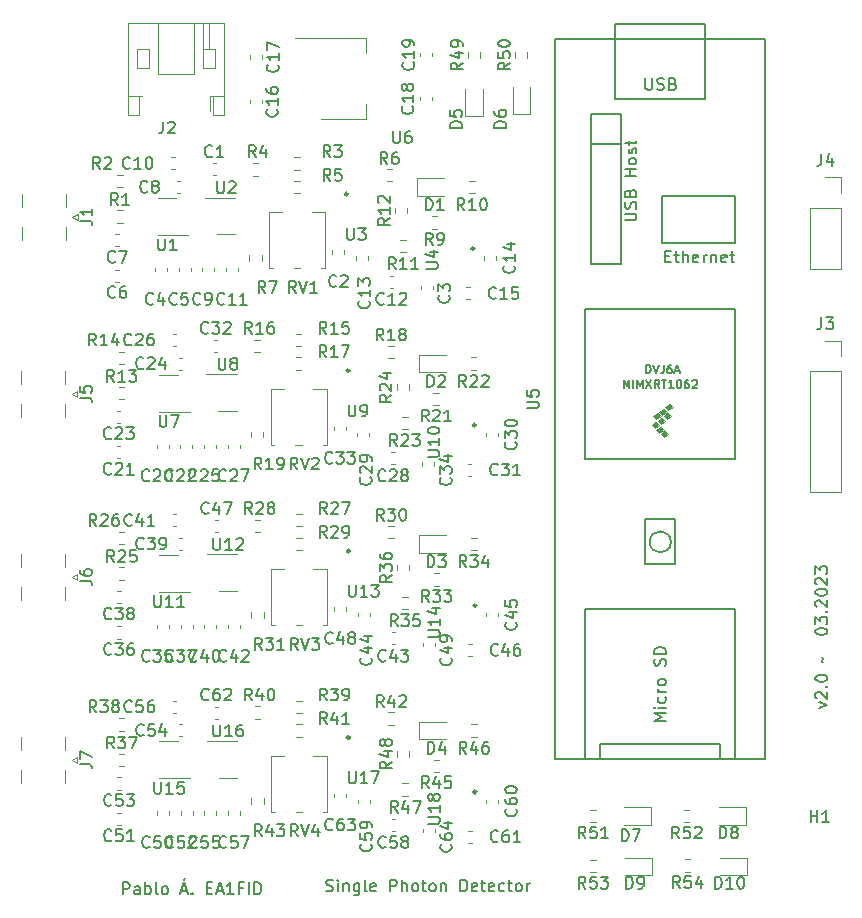
<source format=gbr>
%TF.GenerationSoftware,KiCad,Pcbnew,7.0.1*%
%TF.CreationDate,2023-03-26T22:20:58+02:00*%
%TF.ProjectId,2023.03 SPD v2,32303233-2e30-4332-9053-50442076322e,rev?*%
%TF.SameCoordinates,Original*%
%TF.FileFunction,Legend,Top*%
%TF.FilePolarity,Positive*%
%FSLAX46Y46*%
G04 Gerber Fmt 4.6, Leading zero omitted, Abs format (unit mm)*
G04 Created by KiCad (PCBNEW 7.0.1) date 2023-03-26 22:20:58*
%MOMM*%
%LPD*%
G01*
G04 APERTURE LIST*
%ADD10C,0.150000*%
%ADD11C,0.249999*%
%ADD12C,0.120000*%
%ADD13C,0.100000*%
G04 APERTURE END LIST*
D10*
X180960952Y-118357142D02*
X181627619Y-118119047D01*
X181627619Y-118119047D02*
X180960952Y-117880952D01*
X180722857Y-117547618D02*
X180675238Y-117499999D01*
X180675238Y-117499999D02*
X180627619Y-117404761D01*
X180627619Y-117404761D02*
X180627619Y-117166666D01*
X180627619Y-117166666D02*
X180675238Y-117071428D01*
X180675238Y-117071428D02*
X180722857Y-117023809D01*
X180722857Y-117023809D02*
X180818095Y-116976190D01*
X180818095Y-116976190D02*
X180913333Y-116976190D01*
X180913333Y-116976190D02*
X181056190Y-117023809D01*
X181056190Y-117023809D02*
X181627619Y-117595237D01*
X181627619Y-117595237D02*
X181627619Y-116976190D01*
X181532380Y-116547618D02*
X181580000Y-116499999D01*
X181580000Y-116499999D02*
X181627619Y-116547618D01*
X181627619Y-116547618D02*
X181580000Y-116595237D01*
X181580000Y-116595237D02*
X181532380Y-116547618D01*
X181532380Y-116547618D02*
X181627619Y-116547618D01*
X180627619Y-115880952D02*
X180627619Y-115785714D01*
X180627619Y-115785714D02*
X180675238Y-115690476D01*
X180675238Y-115690476D02*
X180722857Y-115642857D01*
X180722857Y-115642857D02*
X180818095Y-115595238D01*
X180818095Y-115595238D02*
X181008571Y-115547619D01*
X181008571Y-115547619D02*
X181246666Y-115547619D01*
X181246666Y-115547619D02*
X181437142Y-115595238D01*
X181437142Y-115595238D02*
X181532380Y-115642857D01*
X181532380Y-115642857D02*
X181580000Y-115690476D01*
X181580000Y-115690476D02*
X181627619Y-115785714D01*
X181627619Y-115785714D02*
X181627619Y-115880952D01*
X181627619Y-115880952D02*
X181580000Y-115976190D01*
X181580000Y-115976190D02*
X181532380Y-116023809D01*
X181532380Y-116023809D02*
X181437142Y-116071428D01*
X181437142Y-116071428D02*
X181246666Y-116119047D01*
X181246666Y-116119047D02*
X181008571Y-116119047D01*
X181008571Y-116119047D02*
X180818095Y-116071428D01*
X180818095Y-116071428D02*
X180722857Y-116023809D01*
X180722857Y-116023809D02*
X180675238Y-115976190D01*
X180675238Y-115976190D02*
X180627619Y-115880952D01*
X181246666Y-114499999D02*
X181199047Y-114452380D01*
X181199047Y-114452380D02*
X181151428Y-114357142D01*
X181151428Y-114357142D02*
X181246666Y-114166666D01*
X181246666Y-114166666D02*
X181199047Y-114071428D01*
X181199047Y-114071428D02*
X181151428Y-114023809D01*
X180627619Y-111928570D02*
X180627619Y-111833332D01*
X180627619Y-111833332D02*
X180675238Y-111738094D01*
X180675238Y-111738094D02*
X180722857Y-111690475D01*
X180722857Y-111690475D02*
X180818095Y-111642856D01*
X180818095Y-111642856D02*
X181008571Y-111595237D01*
X181008571Y-111595237D02*
X181246666Y-111595237D01*
X181246666Y-111595237D02*
X181437142Y-111642856D01*
X181437142Y-111642856D02*
X181532380Y-111690475D01*
X181532380Y-111690475D02*
X181580000Y-111738094D01*
X181580000Y-111738094D02*
X181627619Y-111833332D01*
X181627619Y-111833332D02*
X181627619Y-111928570D01*
X181627619Y-111928570D02*
X181580000Y-112023808D01*
X181580000Y-112023808D02*
X181532380Y-112071427D01*
X181532380Y-112071427D02*
X181437142Y-112119046D01*
X181437142Y-112119046D02*
X181246666Y-112166665D01*
X181246666Y-112166665D02*
X181008571Y-112166665D01*
X181008571Y-112166665D02*
X180818095Y-112119046D01*
X180818095Y-112119046D02*
X180722857Y-112071427D01*
X180722857Y-112071427D02*
X180675238Y-112023808D01*
X180675238Y-112023808D02*
X180627619Y-111928570D01*
X180627619Y-111261903D02*
X180627619Y-110642856D01*
X180627619Y-110642856D02*
X181008571Y-110976189D01*
X181008571Y-110976189D02*
X181008571Y-110833332D01*
X181008571Y-110833332D02*
X181056190Y-110738094D01*
X181056190Y-110738094D02*
X181103809Y-110690475D01*
X181103809Y-110690475D02*
X181199047Y-110642856D01*
X181199047Y-110642856D02*
X181437142Y-110642856D01*
X181437142Y-110642856D02*
X181532380Y-110690475D01*
X181532380Y-110690475D02*
X181580000Y-110738094D01*
X181580000Y-110738094D02*
X181627619Y-110833332D01*
X181627619Y-110833332D02*
X181627619Y-111119046D01*
X181627619Y-111119046D02*
X181580000Y-111214284D01*
X181580000Y-111214284D02*
X181532380Y-111261903D01*
X181532380Y-110214284D02*
X181580000Y-110166665D01*
X181580000Y-110166665D02*
X181627619Y-110214284D01*
X181627619Y-110214284D02*
X181580000Y-110261903D01*
X181580000Y-110261903D02*
X181532380Y-110214284D01*
X181532380Y-110214284D02*
X181627619Y-110214284D01*
X180722857Y-109785713D02*
X180675238Y-109738094D01*
X180675238Y-109738094D02*
X180627619Y-109642856D01*
X180627619Y-109642856D02*
X180627619Y-109404761D01*
X180627619Y-109404761D02*
X180675238Y-109309523D01*
X180675238Y-109309523D02*
X180722857Y-109261904D01*
X180722857Y-109261904D02*
X180818095Y-109214285D01*
X180818095Y-109214285D02*
X180913333Y-109214285D01*
X180913333Y-109214285D02*
X181056190Y-109261904D01*
X181056190Y-109261904D02*
X181627619Y-109833332D01*
X181627619Y-109833332D02*
X181627619Y-109214285D01*
X180627619Y-108595237D02*
X180627619Y-108499999D01*
X180627619Y-108499999D02*
X180675238Y-108404761D01*
X180675238Y-108404761D02*
X180722857Y-108357142D01*
X180722857Y-108357142D02*
X180818095Y-108309523D01*
X180818095Y-108309523D02*
X181008571Y-108261904D01*
X181008571Y-108261904D02*
X181246666Y-108261904D01*
X181246666Y-108261904D02*
X181437142Y-108309523D01*
X181437142Y-108309523D02*
X181532380Y-108357142D01*
X181532380Y-108357142D02*
X181580000Y-108404761D01*
X181580000Y-108404761D02*
X181627619Y-108499999D01*
X181627619Y-108499999D02*
X181627619Y-108595237D01*
X181627619Y-108595237D02*
X181580000Y-108690475D01*
X181580000Y-108690475D02*
X181532380Y-108738094D01*
X181532380Y-108738094D02*
X181437142Y-108785713D01*
X181437142Y-108785713D02*
X181246666Y-108833332D01*
X181246666Y-108833332D02*
X181008571Y-108833332D01*
X181008571Y-108833332D02*
X180818095Y-108785713D01*
X180818095Y-108785713D02*
X180722857Y-108738094D01*
X180722857Y-108738094D02*
X180675238Y-108690475D01*
X180675238Y-108690475D02*
X180627619Y-108595237D01*
X180722857Y-107880951D02*
X180675238Y-107833332D01*
X180675238Y-107833332D02*
X180627619Y-107738094D01*
X180627619Y-107738094D02*
X180627619Y-107499999D01*
X180627619Y-107499999D02*
X180675238Y-107404761D01*
X180675238Y-107404761D02*
X180722857Y-107357142D01*
X180722857Y-107357142D02*
X180818095Y-107309523D01*
X180818095Y-107309523D02*
X180913333Y-107309523D01*
X180913333Y-107309523D02*
X181056190Y-107357142D01*
X181056190Y-107357142D02*
X181627619Y-107928570D01*
X181627619Y-107928570D02*
X181627619Y-107309523D01*
X180627619Y-106976189D02*
X180627619Y-106357142D01*
X180627619Y-106357142D02*
X181008571Y-106690475D01*
X181008571Y-106690475D02*
X181008571Y-106547618D01*
X181008571Y-106547618D02*
X181056190Y-106452380D01*
X181056190Y-106452380D02*
X181103809Y-106404761D01*
X181103809Y-106404761D02*
X181199047Y-106357142D01*
X181199047Y-106357142D02*
X181437142Y-106357142D01*
X181437142Y-106357142D02*
X181532380Y-106404761D01*
X181532380Y-106404761D02*
X181580000Y-106452380D01*
X181580000Y-106452380D02*
X181627619Y-106547618D01*
X181627619Y-106547618D02*
X181627619Y-106833332D01*
X181627619Y-106833332D02*
X181580000Y-106928570D01*
X181580000Y-106928570D02*
X181532380Y-106976189D01*
X139190476Y-133830000D02*
X139333333Y-133877619D01*
X139333333Y-133877619D02*
X139571428Y-133877619D01*
X139571428Y-133877619D02*
X139666666Y-133830000D01*
X139666666Y-133830000D02*
X139714285Y-133782380D01*
X139714285Y-133782380D02*
X139761904Y-133687142D01*
X139761904Y-133687142D02*
X139761904Y-133591904D01*
X139761904Y-133591904D02*
X139714285Y-133496666D01*
X139714285Y-133496666D02*
X139666666Y-133449047D01*
X139666666Y-133449047D02*
X139571428Y-133401428D01*
X139571428Y-133401428D02*
X139380952Y-133353809D01*
X139380952Y-133353809D02*
X139285714Y-133306190D01*
X139285714Y-133306190D02*
X139238095Y-133258571D01*
X139238095Y-133258571D02*
X139190476Y-133163333D01*
X139190476Y-133163333D02*
X139190476Y-133068095D01*
X139190476Y-133068095D02*
X139238095Y-132972857D01*
X139238095Y-132972857D02*
X139285714Y-132925238D01*
X139285714Y-132925238D02*
X139380952Y-132877619D01*
X139380952Y-132877619D02*
X139619047Y-132877619D01*
X139619047Y-132877619D02*
X139761904Y-132925238D01*
X140190476Y-133877619D02*
X140190476Y-133210952D01*
X140190476Y-132877619D02*
X140142857Y-132925238D01*
X140142857Y-132925238D02*
X140190476Y-132972857D01*
X140190476Y-132972857D02*
X140238095Y-132925238D01*
X140238095Y-132925238D02*
X140190476Y-132877619D01*
X140190476Y-132877619D02*
X140190476Y-132972857D01*
X140666666Y-133210952D02*
X140666666Y-133877619D01*
X140666666Y-133306190D02*
X140714285Y-133258571D01*
X140714285Y-133258571D02*
X140809523Y-133210952D01*
X140809523Y-133210952D02*
X140952380Y-133210952D01*
X140952380Y-133210952D02*
X141047618Y-133258571D01*
X141047618Y-133258571D02*
X141095237Y-133353809D01*
X141095237Y-133353809D02*
X141095237Y-133877619D01*
X141999999Y-133210952D02*
X141999999Y-134020476D01*
X141999999Y-134020476D02*
X141952380Y-134115714D01*
X141952380Y-134115714D02*
X141904761Y-134163333D01*
X141904761Y-134163333D02*
X141809523Y-134210952D01*
X141809523Y-134210952D02*
X141666666Y-134210952D01*
X141666666Y-134210952D02*
X141571428Y-134163333D01*
X141999999Y-133830000D02*
X141904761Y-133877619D01*
X141904761Y-133877619D02*
X141714285Y-133877619D01*
X141714285Y-133877619D02*
X141619047Y-133830000D01*
X141619047Y-133830000D02*
X141571428Y-133782380D01*
X141571428Y-133782380D02*
X141523809Y-133687142D01*
X141523809Y-133687142D02*
X141523809Y-133401428D01*
X141523809Y-133401428D02*
X141571428Y-133306190D01*
X141571428Y-133306190D02*
X141619047Y-133258571D01*
X141619047Y-133258571D02*
X141714285Y-133210952D01*
X141714285Y-133210952D02*
X141904761Y-133210952D01*
X141904761Y-133210952D02*
X141999999Y-133258571D01*
X142619047Y-133877619D02*
X142523809Y-133830000D01*
X142523809Y-133830000D02*
X142476190Y-133734761D01*
X142476190Y-133734761D02*
X142476190Y-132877619D01*
X143380952Y-133830000D02*
X143285714Y-133877619D01*
X143285714Y-133877619D02*
X143095238Y-133877619D01*
X143095238Y-133877619D02*
X143000000Y-133830000D01*
X143000000Y-133830000D02*
X142952381Y-133734761D01*
X142952381Y-133734761D02*
X142952381Y-133353809D01*
X142952381Y-133353809D02*
X143000000Y-133258571D01*
X143000000Y-133258571D02*
X143095238Y-133210952D01*
X143095238Y-133210952D02*
X143285714Y-133210952D01*
X143285714Y-133210952D02*
X143380952Y-133258571D01*
X143380952Y-133258571D02*
X143428571Y-133353809D01*
X143428571Y-133353809D02*
X143428571Y-133449047D01*
X143428571Y-133449047D02*
X142952381Y-133544285D01*
X144619048Y-133877619D02*
X144619048Y-132877619D01*
X144619048Y-132877619D02*
X145000000Y-132877619D01*
X145000000Y-132877619D02*
X145095238Y-132925238D01*
X145095238Y-132925238D02*
X145142857Y-132972857D01*
X145142857Y-132972857D02*
X145190476Y-133068095D01*
X145190476Y-133068095D02*
X145190476Y-133210952D01*
X145190476Y-133210952D02*
X145142857Y-133306190D01*
X145142857Y-133306190D02*
X145095238Y-133353809D01*
X145095238Y-133353809D02*
X145000000Y-133401428D01*
X145000000Y-133401428D02*
X144619048Y-133401428D01*
X145619048Y-133877619D02*
X145619048Y-132877619D01*
X146047619Y-133877619D02*
X146047619Y-133353809D01*
X146047619Y-133353809D02*
X146000000Y-133258571D01*
X146000000Y-133258571D02*
X145904762Y-133210952D01*
X145904762Y-133210952D02*
X145761905Y-133210952D01*
X145761905Y-133210952D02*
X145666667Y-133258571D01*
X145666667Y-133258571D02*
X145619048Y-133306190D01*
X146666667Y-133877619D02*
X146571429Y-133830000D01*
X146571429Y-133830000D02*
X146523810Y-133782380D01*
X146523810Y-133782380D02*
X146476191Y-133687142D01*
X146476191Y-133687142D02*
X146476191Y-133401428D01*
X146476191Y-133401428D02*
X146523810Y-133306190D01*
X146523810Y-133306190D02*
X146571429Y-133258571D01*
X146571429Y-133258571D02*
X146666667Y-133210952D01*
X146666667Y-133210952D02*
X146809524Y-133210952D01*
X146809524Y-133210952D02*
X146904762Y-133258571D01*
X146904762Y-133258571D02*
X146952381Y-133306190D01*
X146952381Y-133306190D02*
X147000000Y-133401428D01*
X147000000Y-133401428D02*
X147000000Y-133687142D01*
X147000000Y-133687142D02*
X146952381Y-133782380D01*
X146952381Y-133782380D02*
X146904762Y-133830000D01*
X146904762Y-133830000D02*
X146809524Y-133877619D01*
X146809524Y-133877619D02*
X146666667Y-133877619D01*
X147285715Y-133210952D02*
X147666667Y-133210952D01*
X147428572Y-132877619D02*
X147428572Y-133734761D01*
X147428572Y-133734761D02*
X147476191Y-133830000D01*
X147476191Y-133830000D02*
X147571429Y-133877619D01*
X147571429Y-133877619D02*
X147666667Y-133877619D01*
X148142858Y-133877619D02*
X148047620Y-133830000D01*
X148047620Y-133830000D02*
X148000001Y-133782380D01*
X148000001Y-133782380D02*
X147952382Y-133687142D01*
X147952382Y-133687142D02*
X147952382Y-133401428D01*
X147952382Y-133401428D02*
X148000001Y-133306190D01*
X148000001Y-133306190D02*
X148047620Y-133258571D01*
X148047620Y-133258571D02*
X148142858Y-133210952D01*
X148142858Y-133210952D02*
X148285715Y-133210952D01*
X148285715Y-133210952D02*
X148380953Y-133258571D01*
X148380953Y-133258571D02*
X148428572Y-133306190D01*
X148428572Y-133306190D02*
X148476191Y-133401428D01*
X148476191Y-133401428D02*
X148476191Y-133687142D01*
X148476191Y-133687142D02*
X148428572Y-133782380D01*
X148428572Y-133782380D02*
X148380953Y-133830000D01*
X148380953Y-133830000D02*
X148285715Y-133877619D01*
X148285715Y-133877619D02*
X148142858Y-133877619D01*
X148904763Y-133210952D02*
X148904763Y-133877619D01*
X148904763Y-133306190D02*
X148952382Y-133258571D01*
X148952382Y-133258571D02*
X149047620Y-133210952D01*
X149047620Y-133210952D02*
X149190477Y-133210952D01*
X149190477Y-133210952D02*
X149285715Y-133258571D01*
X149285715Y-133258571D02*
X149333334Y-133353809D01*
X149333334Y-133353809D02*
X149333334Y-133877619D01*
X150571430Y-133877619D02*
X150571430Y-132877619D01*
X150571430Y-132877619D02*
X150809525Y-132877619D01*
X150809525Y-132877619D02*
X150952382Y-132925238D01*
X150952382Y-132925238D02*
X151047620Y-133020476D01*
X151047620Y-133020476D02*
X151095239Y-133115714D01*
X151095239Y-133115714D02*
X151142858Y-133306190D01*
X151142858Y-133306190D02*
X151142858Y-133449047D01*
X151142858Y-133449047D02*
X151095239Y-133639523D01*
X151095239Y-133639523D02*
X151047620Y-133734761D01*
X151047620Y-133734761D02*
X150952382Y-133830000D01*
X150952382Y-133830000D02*
X150809525Y-133877619D01*
X150809525Y-133877619D02*
X150571430Y-133877619D01*
X151952382Y-133830000D02*
X151857144Y-133877619D01*
X151857144Y-133877619D02*
X151666668Y-133877619D01*
X151666668Y-133877619D02*
X151571430Y-133830000D01*
X151571430Y-133830000D02*
X151523811Y-133734761D01*
X151523811Y-133734761D02*
X151523811Y-133353809D01*
X151523811Y-133353809D02*
X151571430Y-133258571D01*
X151571430Y-133258571D02*
X151666668Y-133210952D01*
X151666668Y-133210952D02*
X151857144Y-133210952D01*
X151857144Y-133210952D02*
X151952382Y-133258571D01*
X151952382Y-133258571D02*
X152000001Y-133353809D01*
X152000001Y-133353809D02*
X152000001Y-133449047D01*
X152000001Y-133449047D02*
X151523811Y-133544285D01*
X152285716Y-133210952D02*
X152666668Y-133210952D01*
X152428573Y-132877619D02*
X152428573Y-133734761D01*
X152428573Y-133734761D02*
X152476192Y-133830000D01*
X152476192Y-133830000D02*
X152571430Y-133877619D01*
X152571430Y-133877619D02*
X152666668Y-133877619D01*
X153380954Y-133830000D02*
X153285716Y-133877619D01*
X153285716Y-133877619D02*
X153095240Y-133877619D01*
X153095240Y-133877619D02*
X153000002Y-133830000D01*
X153000002Y-133830000D02*
X152952383Y-133734761D01*
X152952383Y-133734761D02*
X152952383Y-133353809D01*
X152952383Y-133353809D02*
X153000002Y-133258571D01*
X153000002Y-133258571D02*
X153095240Y-133210952D01*
X153095240Y-133210952D02*
X153285716Y-133210952D01*
X153285716Y-133210952D02*
X153380954Y-133258571D01*
X153380954Y-133258571D02*
X153428573Y-133353809D01*
X153428573Y-133353809D02*
X153428573Y-133449047D01*
X153428573Y-133449047D02*
X152952383Y-133544285D01*
X154285716Y-133830000D02*
X154190478Y-133877619D01*
X154190478Y-133877619D02*
X154000002Y-133877619D01*
X154000002Y-133877619D02*
X153904764Y-133830000D01*
X153904764Y-133830000D02*
X153857145Y-133782380D01*
X153857145Y-133782380D02*
X153809526Y-133687142D01*
X153809526Y-133687142D02*
X153809526Y-133401428D01*
X153809526Y-133401428D02*
X153857145Y-133306190D01*
X153857145Y-133306190D02*
X153904764Y-133258571D01*
X153904764Y-133258571D02*
X154000002Y-133210952D01*
X154000002Y-133210952D02*
X154190478Y-133210952D01*
X154190478Y-133210952D02*
X154285716Y-133258571D01*
X154571431Y-133210952D02*
X154952383Y-133210952D01*
X154714288Y-132877619D02*
X154714288Y-133734761D01*
X154714288Y-133734761D02*
X154761907Y-133830000D01*
X154761907Y-133830000D02*
X154857145Y-133877619D01*
X154857145Y-133877619D02*
X154952383Y-133877619D01*
X155428574Y-133877619D02*
X155333336Y-133830000D01*
X155333336Y-133830000D02*
X155285717Y-133782380D01*
X155285717Y-133782380D02*
X155238098Y-133687142D01*
X155238098Y-133687142D02*
X155238098Y-133401428D01*
X155238098Y-133401428D02*
X155285717Y-133306190D01*
X155285717Y-133306190D02*
X155333336Y-133258571D01*
X155333336Y-133258571D02*
X155428574Y-133210952D01*
X155428574Y-133210952D02*
X155571431Y-133210952D01*
X155571431Y-133210952D02*
X155666669Y-133258571D01*
X155666669Y-133258571D02*
X155714288Y-133306190D01*
X155714288Y-133306190D02*
X155761907Y-133401428D01*
X155761907Y-133401428D02*
X155761907Y-133687142D01*
X155761907Y-133687142D02*
X155714288Y-133782380D01*
X155714288Y-133782380D02*
X155666669Y-133830000D01*
X155666669Y-133830000D02*
X155571431Y-133877619D01*
X155571431Y-133877619D02*
X155428574Y-133877619D01*
X156190479Y-133877619D02*
X156190479Y-133210952D01*
X156190479Y-133401428D02*
X156238098Y-133306190D01*
X156238098Y-133306190D02*
X156285717Y-133258571D01*
X156285717Y-133258571D02*
X156380955Y-133210952D01*
X156380955Y-133210952D02*
X156476193Y-133210952D01*
X121988095Y-134127619D02*
X121988095Y-133127619D01*
X121988095Y-133127619D02*
X122369047Y-133127619D01*
X122369047Y-133127619D02*
X122464285Y-133175238D01*
X122464285Y-133175238D02*
X122511904Y-133222857D01*
X122511904Y-133222857D02*
X122559523Y-133318095D01*
X122559523Y-133318095D02*
X122559523Y-133460952D01*
X122559523Y-133460952D02*
X122511904Y-133556190D01*
X122511904Y-133556190D02*
X122464285Y-133603809D01*
X122464285Y-133603809D02*
X122369047Y-133651428D01*
X122369047Y-133651428D02*
X121988095Y-133651428D01*
X123416666Y-134127619D02*
X123416666Y-133603809D01*
X123416666Y-133603809D02*
X123369047Y-133508571D01*
X123369047Y-133508571D02*
X123273809Y-133460952D01*
X123273809Y-133460952D02*
X123083333Y-133460952D01*
X123083333Y-133460952D02*
X122988095Y-133508571D01*
X123416666Y-134080000D02*
X123321428Y-134127619D01*
X123321428Y-134127619D02*
X123083333Y-134127619D01*
X123083333Y-134127619D02*
X122988095Y-134080000D01*
X122988095Y-134080000D02*
X122940476Y-133984761D01*
X122940476Y-133984761D02*
X122940476Y-133889523D01*
X122940476Y-133889523D02*
X122988095Y-133794285D01*
X122988095Y-133794285D02*
X123083333Y-133746666D01*
X123083333Y-133746666D02*
X123321428Y-133746666D01*
X123321428Y-133746666D02*
X123416666Y-133699047D01*
X123892857Y-134127619D02*
X123892857Y-133127619D01*
X123892857Y-133508571D02*
X123988095Y-133460952D01*
X123988095Y-133460952D02*
X124178571Y-133460952D01*
X124178571Y-133460952D02*
X124273809Y-133508571D01*
X124273809Y-133508571D02*
X124321428Y-133556190D01*
X124321428Y-133556190D02*
X124369047Y-133651428D01*
X124369047Y-133651428D02*
X124369047Y-133937142D01*
X124369047Y-133937142D02*
X124321428Y-134032380D01*
X124321428Y-134032380D02*
X124273809Y-134080000D01*
X124273809Y-134080000D02*
X124178571Y-134127619D01*
X124178571Y-134127619D02*
X123988095Y-134127619D01*
X123988095Y-134127619D02*
X123892857Y-134080000D01*
X124940476Y-134127619D02*
X124845238Y-134080000D01*
X124845238Y-134080000D02*
X124797619Y-133984761D01*
X124797619Y-133984761D02*
X124797619Y-133127619D01*
X125464286Y-134127619D02*
X125369048Y-134080000D01*
X125369048Y-134080000D02*
X125321429Y-134032380D01*
X125321429Y-134032380D02*
X125273810Y-133937142D01*
X125273810Y-133937142D02*
X125273810Y-133651428D01*
X125273810Y-133651428D02*
X125321429Y-133556190D01*
X125321429Y-133556190D02*
X125369048Y-133508571D01*
X125369048Y-133508571D02*
X125464286Y-133460952D01*
X125464286Y-133460952D02*
X125607143Y-133460952D01*
X125607143Y-133460952D02*
X125702381Y-133508571D01*
X125702381Y-133508571D02*
X125750000Y-133556190D01*
X125750000Y-133556190D02*
X125797619Y-133651428D01*
X125797619Y-133651428D02*
X125797619Y-133937142D01*
X125797619Y-133937142D02*
X125750000Y-134032380D01*
X125750000Y-134032380D02*
X125702381Y-134080000D01*
X125702381Y-134080000D02*
X125607143Y-134127619D01*
X125607143Y-134127619D02*
X125464286Y-134127619D01*
X126940477Y-133841904D02*
X127416667Y-133841904D01*
X126845239Y-134127619D02*
X127178572Y-133127619D01*
X127178572Y-133127619D02*
X127511905Y-134127619D01*
X127273810Y-132746666D02*
X127130953Y-132889523D01*
X127845239Y-134032380D02*
X127892858Y-134080000D01*
X127892858Y-134080000D02*
X127845239Y-134127619D01*
X127845239Y-134127619D02*
X127797620Y-134080000D01*
X127797620Y-134080000D02*
X127845239Y-134032380D01*
X127845239Y-134032380D02*
X127845239Y-134127619D01*
X129083334Y-133603809D02*
X129416667Y-133603809D01*
X129559524Y-134127619D02*
X129083334Y-134127619D01*
X129083334Y-134127619D02*
X129083334Y-133127619D01*
X129083334Y-133127619D02*
X129559524Y-133127619D01*
X129940477Y-133841904D02*
X130416667Y-133841904D01*
X129845239Y-134127619D02*
X130178572Y-133127619D01*
X130178572Y-133127619D02*
X130511905Y-134127619D01*
X131369048Y-134127619D02*
X130797620Y-134127619D01*
X131083334Y-134127619D02*
X131083334Y-133127619D01*
X131083334Y-133127619D02*
X130988096Y-133270476D01*
X130988096Y-133270476D02*
X130892858Y-133365714D01*
X130892858Y-133365714D02*
X130797620Y-133413333D01*
X132130953Y-133603809D02*
X131797620Y-133603809D01*
X131797620Y-134127619D02*
X131797620Y-133127619D01*
X131797620Y-133127619D02*
X132273810Y-133127619D01*
X132654763Y-134127619D02*
X132654763Y-133127619D01*
X133130953Y-134127619D02*
X133130953Y-133127619D01*
X133130953Y-133127619D02*
X133369048Y-133127619D01*
X133369048Y-133127619D02*
X133511905Y-133175238D01*
X133511905Y-133175238D02*
X133607143Y-133270476D01*
X133607143Y-133270476D02*
X133654762Y-133365714D01*
X133654762Y-133365714D02*
X133702381Y-133556190D01*
X133702381Y-133556190D02*
X133702381Y-133699047D01*
X133702381Y-133699047D02*
X133654762Y-133889523D01*
X133654762Y-133889523D02*
X133607143Y-133984761D01*
X133607143Y-133984761D02*
X133511905Y-134080000D01*
X133511905Y-134080000D02*
X133369048Y-134127619D01*
X133369048Y-134127619D02*
X133130953Y-134127619D01*
%TO.C,U13*%
X141128095Y-107926743D02*
X141128095Y-108736266D01*
X141128095Y-108736266D02*
X141175714Y-108831504D01*
X141175714Y-108831504D02*
X141223333Y-108879124D01*
X141223333Y-108879124D02*
X141318571Y-108926743D01*
X141318571Y-108926743D02*
X141509047Y-108926743D01*
X141509047Y-108926743D02*
X141604285Y-108879124D01*
X141604285Y-108879124D02*
X141651904Y-108831504D01*
X141651904Y-108831504D02*
X141699523Y-108736266D01*
X141699523Y-108736266D02*
X141699523Y-107926743D01*
X142699523Y-108926743D02*
X142128095Y-108926743D01*
X142413809Y-108926743D02*
X142413809Y-107926743D01*
X142413809Y-107926743D02*
X142318571Y-108069600D01*
X142318571Y-108069600D02*
X142223333Y-108164838D01*
X142223333Y-108164838D02*
X142128095Y-108212457D01*
X143032857Y-107926743D02*
X143651904Y-107926743D01*
X143651904Y-107926743D02*
X143318571Y-108307695D01*
X143318571Y-108307695D02*
X143461428Y-108307695D01*
X143461428Y-108307695D02*
X143556666Y-108355314D01*
X143556666Y-108355314D02*
X143604285Y-108402933D01*
X143604285Y-108402933D02*
X143651904Y-108498171D01*
X143651904Y-108498171D02*
X143651904Y-108736266D01*
X143651904Y-108736266D02*
X143604285Y-108831504D01*
X143604285Y-108831504D02*
X143556666Y-108879124D01*
X143556666Y-108879124D02*
X143461428Y-108926743D01*
X143461428Y-108926743D02*
X143175714Y-108926743D01*
X143175714Y-108926743D02*
X143080476Y-108879124D01*
X143080476Y-108879124D02*
X143032857Y-108831504D01*
%TO.C,C56*%
X122747142Y-118617380D02*
X122699523Y-118665000D01*
X122699523Y-118665000D02*
X122556666Y-118712619D01*
X122556666Y-118712619D02*
X122461428Y-118712619D01*
X122461428Y-118712619D02*
X122318571Y-118665000D01*
X122318571Y-118665000D02*
X122223333Y-118569761D01*
X122223333Y-118569761D02*
X122175714Y-118474523D01*
X122175714Y-118474523D02*
X122128095Y-118284047D01*
X122128095Y-118284047D02*
X122128095Y-118141190D01*
X122128095Y-118141190D02*
X122175714Y-117950714D01*
X122175714Y-117950714D02*
X122223333Y-117855476D01*
X122223333Y-117855476D02*
X122318571Y-117760238D01*
X122318571Y-117760238D02*
X122461428Y-117712619D01*
X122461428Y-117712619D02*
X122556666Y-117712619D01*
X122556666Y-117712619D02*
X122699523Y-117760238D01*
X122699523Y-117760238D02*
X122747142Y-117807857D01*
X123651904Y-117712619D02*
X123175714Y-117712619D01*
X123175714Y-117712619D02*
X123128095Y-118188809D01*
X123128095Y-118188809D02*
X123175714Y-118141190D01*
X123175714Y-118141190D02*
X123270952Y-118093571D01*
X123270952Y-118093571D02*
X123509047Y-118093571D01*
X123509047Y-118093571D02*
X123604285Y-118141190D01*
X123604285Y-118141190D02*
X123651904Y-118188809D01*
X123651904Y-118188809D02*
X123699523Y-118284047D01*
X123699523Y-118284047D02*
X123699523Y-118522142D01*
X123699523Y-118522142D02*
X123651904Y-118617380D01*
X123651904Y-118617380D02*
X123604285Y-118665000D01*
X123604285Y-118665000D02*
X123509047Y-118712619D01*
X123509047Y-118712619D02*
X123270952Y-118712619D01*
X123270952Y-118712619D02*
X123175714Y-118665000D01*
X123175714Y-118665000D02*
X123128095Y-118617380D01*
X124556666Y-117712619D02*
X124366190Y-117712619D01*
X124366190Y-117712619D02*
X124270952Y-117760238D01*
X124270952Y-117760238D02*
X124223333Y-117807857D01*
X124223333Y-117807857D02*
X124128095Y-117950714D01*
X124128095Y-117950714D02*
X124080476Y-118141190D01*
X124080476Y-118141190D02*
X124080476Y-118522142D01*
X124080476Y-118522142D02*
X124128095Y-118617380D01*
X124128095Y-118617380D02*
X124175714Y-118665000D01*
X124175714Y-118665000D02*
X124270952Y-118712619D01*
X124270952Y-118712619D02*
X124461428Y-118712619D01*
X124461428Y-118712619D02*
X124556666Y-118665000D01*
X124556666Y-118665000D02*
X124604285Y-118617380D01*
X124604285Y-118617380D02*
X124651904Y-118522142D01*
X124651904Y-118522142D02*
X124651904Y-118284047D01*
X124651904Y-118284047D02*
X124604285Y-118188809D01*
X124604285Y-118188809D02*
X124556666Y-118141190D01*
X124556666Y-118141190D02*
X124461428Y-118093571D01*
X124461428Y-118093571D02*
X124270952Y-118093571D01*
X124270952Y-118093571D02*
X124175714Y-118141190D01*
X124175714Y-118141190D02*
X124128095Y-118188809D01*
X124128095Y-118188809D02*
X124080476Y-118284047D01*
%TO.C,C28*%
X144219642Y-99067380D02*
X144172023Y-99115000D01*
X144172023Y-99115000D02*
X144029166Y-99162619D01*
X144029166Y-99162619D02*
X143933928Y-99162619D01*
X143933928Y-99162619D02*
X143791071Y-99115000D01*
X143791071Y-99115000D02*
X143695833Y-99019761D01*
X143695833Y-99019761D02*
X143648214Y-98924523D01*
X143648214Y-98924523D02*
X143600595Y-98734047D01*
X143600595Y-98734047D02*
X143600595Y-98591190D01*
X143600595Y-98591190D02*
X143648214Y-98400714D01*
X143648214Y-98400714D02*
X143695833Y-98305476D01*
X143695833Y-98305476D02*
X143791071Y-98210238D01*
X143791071Y-98210238D02*
X143933928Y-98162619D01*
X143933928Y-98162619D02*
X144029166Y-98162619D01*
X144029166Y-98162619D02*
X144172023Y-98210238D01*
X144172023Y-98210238D02*
X144219642Y-98257857D01*
X144600595Y-98257857D02*
X144648214Y-98210238D01*
X144648214Y-98210238D02*
X144743452Y-98162619D01*
X144743452Y-98162619D02*
X144981547Y-98162619D01*
X144981547Y-98162619D02*
X145076785Y-98210238D01*
X145076785Y-98210238D02*
X145124404Y-98257857D01*
X145124404Y-98257857D02*
X145172023Y-98353095D01*
X145172023Y-98353095D02*
X145172023Y-98448333D01*
X145172023Y-98448333D02*
X145124404Y-98591190D01*
X145124404Y-98591190D02*
X144552976Y-99162619D01*
X144552976Y-99162619D02*
X145172023Y-99162619D01*
X145743452Y-98591190D02*
X145648214Y-98543571D01*
X145648214Y-98543571D02*
X145600595Y-98495952D01*
X145600595Y-98495952D02*
X145552976Y-98400714D01*
X145552976Y-98400714D02*
X145552976Y-98353095D01*
X145552976Y-98353095D02*
X145600595Y-98257857D01*
X145600595Y-98257857D02*
X145648214Y-98210238D01*
X145648214Y-98210238D02*
X145743452Y-98162619D01*
X145743452Y-98162619D02*
X145933928Y-98162619D01*
X145933928Y-98162619D02*
X146029166Y-98210238D01*
X146029166Y-98210238D02*
X146076785Y-98257857D01*
X146076785Y-98257857D02*
X146124404Y-98353095D01*
X146124404Y-98353095D02*
X146124404Y-98400714D01*
X146124404Y-98400714D02*
X146076785Y-98495952D01*
X146076785Y-98495952D02*
X146029166Y-98543571D01*
X146029166Y-98543571D02*
X145933928Y-98591190D01*
X145933928Y-98591190D02*
X145743452Y-98591190D01*
X145743452Y-98591190D02*
X145648214Y-98638809D01*
X145648214Y-98638809D02*
X145600595Y-98686428D01*
X145600595Y-98686428D02*
X145552976Y-98781666D01*
X145552976Y-98781666D02*
X145552976Y-98972142D01*
X145552976Y-98972142D02*
X145600595Y-99067380D01*
X145600595Y-99067380D02*
X145648214Y-99115000D01*
X145648214Y-99115000D02*
X145743452Y-99162619D01*
X145743452Y-99162619D02*
X145933928Y-99162619D01*
X145933928Y-99162619D02*
X146029166Y-99115000D01*
X146029166Y-99115000D02*
X146076785Y-99067380D01*
X146076785Y-99067380D02*
X146124404Y-98972142D01*
X146124404Y-98972142D02*
X146124404Y-98781666D01*
X146124404Y-98781666D02*
X146076785Y-98686428D01*
X146076785Y-98686428D02*
X146029166Y-98638809D01*
X146029166Y-98638809D02*
X145933928Y-98591190D01*
%TO.C,R15*%
X139219642Y-86662619D02*
X138886309Y-86186428D01*
X138648214Y-86662619D02*
X138648214Y-85662619D01*
X138648214Y-85662619D02*
X139029166Y-85662619D01*
X139029166Y-85662619D02*
X139124404Y-85710238D01*
X139124404Y-85710238D02*
X139172023Y-85757857D01*
X139172023Y-85757857D02*
X139219642Y-85853095D01*
X139219642Y-85853095D02*
X139219642Y-85995952D01*
X139219642Y-85995952D02*
X139172023Y-86091190D01*
X139172023Y-86091190D02*
X139124404Y-86138809D01*
X139124404Y-86138809D02*
X139029166Y-86186428D01*
X139029166Y-86186428D02*
X138648214Y-86186428D01*
X140172023Y-86662619D02*
X139600595Y-86662619D01*
X139886309Y-86662619D02*
X139886309Y-85662619D01*
X139886309Y-85662619D02*
X139791071Y-85805476D01*
X139791071Y-85805476D02*
X139695833Y-85900714D01*
X139695833Y-85900714D02*
X139600595Y-85948333D01*
X141076785Y-85662619D02*
X140600595Y-85662619D01*
X140600595Y-85662619D02*
X140552976Y-86138809D01*
X140552976Y-86138809D02*
X140600595Y-86091190D01*
X140600595Y-86091190D02*
X140695833Y-86043571D01*
X140695833Y-86043571D02*
X140933928Y-86043571D01*
X140933928Y-86043571D02*
X141029166Y-86091190D01*
X141029166Y-86091190D02*
X141076785Y-86138809D01*
X141076785Y-86138809D02*
X141124404Y-86234047D01*
X141124404Y-86234047D02*
X141124404Y-86472142D01*
X141124404Y-86472142D02*
X141076785Y-86567380D01*
X141076785Y-86567380D02*
X141029166Y-86615000D01*
X141029166Y-86615000D02*
X140933928Y-86662619D01*
X140933928Y-86662619D02*
X140695833Y-86662619D01*
X140695833Y-86662619D02*
X140600595Y-86615000D01*
X140600595Y-86615000D02*
X140552976Y-86567380D01*
%TO.C,D1*%
X147636905Y-76212619D02*
X147636905Y-75212619D01*
X147636905Y-75212619D02*
X147875000Y-75212619D01*
X147875000Y-75212619D02*
X148017857Y-75260238D01*
X148017857Y-75260238D02*
X148113095Y-75355476D01*
X148113095Y-75355476D02*
X148160714Y-75450714D01*
X148160714Y-75450714D02*
X148208333Y-75641190D01*
X148208333Y-75641190D02*
X148208333Y-75784047D01*
X148208333Y-75784047D02*
X148160714Y-75974523D01*
X148160714Y-75974523D02*
X148113095Y-76069761D01*
X148113095Y-76069761D02*
X148017857Y-76165000D01*
X148017857Y-76165000D02*
X147875000Y-76212619D01*
X147875000Y-76212619D02*
X147636905Y-76212619D01*
X149160714Y-76212619D02*
X148589286Y-76212619D01*
X148875000Y-76212619D02*
X148875000Y-75212619D01*
X148875000Y-75212619D02*
X148779762Y-75355476D01*
X148779762Y-75355476D02*
X148684524Y-75450714D01*
X148684524Y-75450714D02*
X148589286Y-75498333D01*
%TO.C,D6*%
X154437619Y-69238094D02*
X153437619Y-69238094D01*
X153437619Y-69238094D02*
X153437619Y-68999999D01*
X153437619Y-68999999D02*
X153485238Y-68857142D01*
X153485238Y-68857142D02*
X153580476Y-68761904D01*
X153580476Y-68761904D02*
X153675714Y-68714285D01*
X153675714Y-68714285D02*
X153866190Y-68666666D01*
X153866190Y-68666666D02*
X154009047Y-68666666D01*
X154009047Y-68666666D02*
X154199523Y-68714285D01*
X154199523Y-68714285D02*
X154294761Y-68761904D01*
X154294761Y-68761904D02*
X154390000Y-68857142D01*
X154390000Y-68857142D02*
X154437619Y-68999999D01*
X154437619Y-68999999D02*
X154437619Y-69238094D01*
X153437619Y-67809523D02*
X153437619Y-67999999D01*
X153437619Y-67999999D02*
X153485238Y-68095237D01*
X153485238Y-68095237D02*
X153532857Y-68142856D01*
X153532857Y-68142856D02*
X153675714Y-68238094D01*
X153675714Y-68238094D02*
X153866190Y-68285713D01*
X153866190Y-68285713D02*
X154247142Y-68285713D01*
X154247142Y-68285713D02*
X154342380Y-68238094D01*
X154342380Y-68238094D02*
X154390000Y-68190475D01*
X154390000Y-68190475D02*
X154437619Y-68095237D01*
X154437619Y-68095237D02*
X154437619Y-67904761D01*
X154437619Y-67904761D02*
X154390000Y-67809523D01*
X154390000Y-67809523D02*
X154342380Y-67761904D01*
X154342380Y-67761904D02*
X154247142Y-67714285D01*
X154247142Y-67714285D02*
X154009047Y-67714285D01*
X154009047Y-67714285D02*
X153913809Y-67761904D01*
X153913809Y-67761904D02*
X153866190Y-67809523D01*
X153866190Y-67809523D02*
X153818571Y-67904761D01*
X153818571Y-67904761D02*
X153818571Y-68095237D01*
X153818571Y-68095237D02*
X153866190Y-68190475D01*
X153866190Y-68190475D02*
X153913809Y-68238094D01*
X153913809Y-68238094D02*
X154009047Y-68285713D01*
%TO.C,C44*%
X142982380Y-114096981D02*
X143030000Y-114144600D01*
X143030000Y-114144600D02*
X143077619Y-114287457D01*
X143077619Y-114287457D02*
X143077619Y-114382695D01*
X143077619Y-114382695D02*
X143030000Y-114525552D01*
X143030000Y-114525552D02*
X142934761Y-114620790D01*
X142934761Y-114620790D02*
X142839523Y-114668409D01*
X142839523Y-114668409D02*
X142649047Y-114716028D01*
X142649047Y-114716028D02*
X142506190Y-114716028D01*
X142506190Y-114716028D02*
X142315714Y-114668409D01*
X142315714Y-114668409D02*
X142220476Y-114620790D01*
X142220476Y-114620790D02*
X142125238Y-114525552D01*
X142125238Y-114525552D02*
X142077619Y-114382695D01*
X142077619Y-114382695D02*
X142077619Y-114287457D01*
X142077619Y-114287457D02*
X142125238Y-114144600D01*
X142125238Y-114144600D02*
X142172857Y-114096981D01*
X142410952Y-113239838D02*
X143077619Y-113239838D01*
X142030000Y-113477933D02*
X142744285Y-113716028D01*
X142744285Y-113716028D02*
X142744285Y-113096981D01*
X142410952Y-112287457D02*
X143077619Y-112287457D01*
X142030000Y-112525552D02*
X142744285Y-112763647D01*
X142744285Y-112763647D02*
X142744285Y-112144600D01*
%TO.C,R28*%
X132922142Y-101926743D02*
X132588809Y-101450552D01*
X132350714Y-101926743D02*
X132350714Y-100926743D01*
X132350714Y-100926743D02*
X132731666Y-100926743D01*
X132731666Y-100926743D02*
X132826904Y-100974362D01*
X132826904Y-100974362D02*
X132874523Y-101021981D01*
X132874523Y-101021981D02*
X132922142Y-101117219D01*
X132922142Y-101117219D02*
X132922142Y-101260076D01*
X132922142Y-101260076D02*
X132874523Y-101355314D01*
X132874523Y-101355314D02*
X132826904Y-101402933D01*
X132826904Y-101402933D02*
X132731666Y-101450552D01*
X132731666Y-101450552D02*
X132350714Y-101450552D01*
X133303095Y-101021981D02*
X133350714Y-100974362D01*
X133350714Y-100974362D02*
X133445952Y-100926743D01*
X133445952Y-100926743D02*
X133684047Y-100926743D01*
X133684047Y-100926743D02*
X133779285Y-100974362D01*
X133779285Y-100974362D02*
X133826904Y-101021981D01*
X133826904Y-101021981D02*
X133874523Y-101117219D01*
X133874523Y-101117219D02*
X133874523Y-101212457D01*
X133874523Y-101212457D02*
X133826904Y-101355314D01*
X133826904Y-101355314D02*
X133255476Y-101926743D01*
X133255476Y-101926743D02*
X133874523Y-101926743D01*
X134445952Y-101355314D02*
X134350714Y-101307695D01*
X134350714Y-101307695D02*
X134303095Y-101260076D01*
X134303095Y-101260076D02*
X134255476Y-101164838D01*
X134255476Y-101164838D02*
X134255476Y-101117219D01*
X134255476Y-101117219D02*
X134303095Y-101021981D01*
X134303095Y-101021981D02*
X134350714Y-100974362D01*
X134350714Y-100974362D02*
X134445952Y-100926743D01*
X134445952Y-100926743D02*
X134636428Y-100926743D01*
X134636428Y-100926743D02*
X134731666Y-100974362D01*
X134731666Y-100974362D02*
X134779285Y-101021981D01*
X134779285Y-101021981D02*
X134826904Y-101117219D01*
X134826904Y-101117219D02*
X134826904Y-101164838D01*
X134826904Y-101164838D02*
X134779285Y-101260076D01*
X134779285Y-101260076D02*
X134731666Y-101307695D01*
X134731666Y-101307695D02*
X134636428Y-101355314D01*
X134636428Y-101355314D02*
X134445952Y-101355314D01*
X134445952Y-101355314D02*
X134350714Y-101402933D01*
X134350714Y-101402933D02*
X134303095Y-101450552D01*
X134303095Y-101450552D02*
X134255476Y-101545790D01*
X134255476Y-101545790D02*
X134255476Y-101736266D01*
X134255476Y-101736266D02*
X134303095Y-101831504D01*
X134303095Y-101831504D02*
X134350714Y-101879124D01*
X134350714Y-101879124D02*
X134445952Y-101926743D01*
X134445952Y-101926743D02*
X134636428Y-101926743D01*
X134636428Y-101926743D02*
X134731666Y-101879124D01*
X134731666Y-101879124D02*
X134779285Y-101831504D01*
X134779285Y-101831504D02*
X134826904Y-101736266D01*
X134826904Y-101736266D02*
X134826904Y-101545790D01*
X134826904Y-101545790D02*
X134779285Y-101450552D01*
X134779285Y-101450552D02*
X134731666Y-101402933D01*
X134731666Y-101402933D02*
X134636428Y-101355314D01*
%TO.C,C53*%
X121022142Y-126547380D02*
X120974523Y-126595000D01*
X120974523Y-126595000D02*
X120831666Y-126642619D01*
X120831666Y-126642619D02*
X120736428Y-126642619D01*
X120736428Y-126642619D02*
X120593571Y-126595000D01*
X120593571Y-126595000D02*
X120498333Y-126499761D01*
X120498333Y-126499761D02*
X120450714Y-126404523D01*
X120450714Y-126404523D02*
X120403095Y-126214047D01*
X120403095Y-126214047D02*
X120403095Y-126071190D01*
X120403095Y-126071190D02*
X120450714Y-125880714D01*
X120450714Y-125880714D02*
X120498333Y-125785476D01*
X120498333Y-125785476D02*
X120593571Y-125690238D01*
X120593571Y-125690238D02*
X120736428Y-125642619D01*
X120736428Y-125642619D02*
X120831666Y-125642619D01*
X120831666Y-125642619D02*
X120974523Y-125690238D01*
X120974523Y-125690238D02*
X121022142Y-125737857D01*
X121926904Y-125642619D02*
X121450714Y-125642619D01*
X121450714Y-125642619D02*
X121403095Y-126118809D01*
X121403095Y-126118809D02*
X121450714Y-126071190D01*
X121450714Y-126071190D02*
X121545952Y-126023571D01*
X121545952Y-126023571D02*
X121784047Y-126023571D01*
X121784047Y-126023571D02*
X121879285Y-126071190D01*
X121879285Y-126071190D02*
X121926904Y-126118809D01*
X121926904Y-126118809D02*
X121974523Y-126214047D01*
X121974523Y-126214047D02*
X121974523Y-126452142D01*
X121974523Y-126452142D02*
X121926904Y-126547380D01*
X121926904Y-126547380D02*
X121879285Y-126595000D01*
X121879285Y-126595000D02*
X121784047Y-126642619D01*
X121784047Y-126642619D02*
X121545952Y-126642619D01*
X121545952Y-126642619D02*
X121450714Y-126595000D01*
X121450714Y-126595000D02*
X121403095Y-126547380D01*
X122307857Y-125642619D02*
X122926904Y-125642619D01*
X122926904Y-125642619D02*
X122593571Y-126023571D01*
X122593571Y-126023571D02*
X122736428Y-126023571D01*
X122736428Y-126023571D02*
X122831666Y-126071190D01*
X122831666Y-126071190D02*
X122879285Y-126118809D01*
X122879285Y-126118809D02*
X122926904Y-126214047D01*
X122926904Y-126214047D02*
X122926904Y-126452142D01*
X122926904Y-126452142D02*
X122879285Y-126547380D01*
X122879285Y-126547380D02*
X122831666Y-126595000D01*
X122831666Y-126595000D02*
X122736428Y-126642619D01*
X122736428Y-126642619D02*
X122450714Y-126642619D01*
X122450714Y-126642619D02*
X122355476Y-126595000D01*
X122355476Y-126595000D02*
X122307857Y-126547380D01*
%TO.C,C21*%
X120994642Y-98497380D02*
X120947023Y-98545000D01*
X120947023Y-98545000D02*
X120804166Y-98592619D01*
X120804166Y-98592619D02*
X120708928Y-98592619D01*
X120708928Y-98592619D02*
X120566071Y-98545000D01*
X120566071Y-98545000D02*
X120470833Y-98449761D01*
X120470833Y-98449761D02*
X120423214Y-98354523D01*
X120423214Y-98354523D02*
X120375595Y-98164047D01*
X120375595Y-98164047D02*
X120375595Y-98021190D01*
X120375595Y-98021190D02*
X120423214Y-97830714D01*
X120423214Y-97830714D02*
X120470833Y-97735476D01*
X120470833Y-97735476D02*
X120566071Y-97640238D01*
X120566071Y-97640238D02*
X120708928Y-97592619D01*
X120708928Y-97592619D02*
X120804166Y-97592619D01*
X120804166Y-97592619D02*
X120947023Y-97640238D01*
X120947023Y-97640238D02*
X120994642Y-97687857D01*
X121375595Y-97687857D02*
X121423214Y-97640238D01*
X121423214Y-97640238D02*
X121518452Y-97592619D01*
X121518452Y-97592619D02*
X121756547Y-97592619D01*
X121756547Y-97592619D02*
X121851785Y-97640238D01*
X121851785Y-97640238D02*
X121899404Y-97687857D01*
X121899404Y-97687857D02*
X121947023Y-97783095D01*
X121947023Y-97783095D02*
X121947023Y-97878333D01*
X121947023Y-97878333D02*
X121899404Y-98021190D01*
X121899404Y-98021190D02*
X121327976Y-98592619D01*
X121327976Y-98592619D02*
X121947023Y-98592619D01*
X122899404Y-98592619D02*
X122327976Y-98592619D01*
X122613690Y-98592619D02*
X122613690Y-97592619D01*
X122613690Y-97592619D02*
X122518452Y-97735476D01*
X122518452Y-97735476D02*
X122423214Y-97830714D01*
X122423214Y-97830714D02*
X122327976Y-97878333D01*
%TO.C,U9*%
X141100595Y-92662619D02*
X141100595Y-93472142D01*
X141100595Y-93472142D02*
X141148214Y-93567380D01*
X141148214Y-93567380D02*
X141195833Y-93615000D01*
X141195833Y-93615000D02*
X141291071Y-93662619D01*
X141291071Y-93662619D02*
X141481547Y-93662619D01*
X141481547Y-93662619D02*
X141576785Y-93615000D01*
X141576785Y-93615000D02*
X141624404Y-93567380D01*
X141624404Y-93567380D02*
X141672023Y-93472142D01*
X141672023Y-93472142D02*
X141672023Y-92662619D01*
X142195833Y-93662619D02*
X142386309Y-93662619D01*
X142386309Y-93662619D02*
X142481547Y-93615000D01*
X142481547Y-93615000D02*
X142529166Y-93567380D01*
X142529166Y-93567380D02*
X142624404Y-93424523D01*
X142624404Y-93424523D02*
X142672023Y-93234047D01*
X142672023Y-93234047D02*
X142672023Y-92853095D01*
X142672023Y-92853095D02*
X142624404Y-92757857D01*
X142624404Y-92757857D02*
X142576785Y-92710238D01*
X142576785Y-92710238D02*
X142481547Y-92662619D01*
X142481547Y-92662619D02*
X142291071Y-92662619D01*
X142291071Y-92662619D02*
X142195833Y-92710238D01*
X142195833Y-92710238D02*
X142148214Y-92757857D01*
X142148214Y-92757857D02*
X142100595Y-92853095D01*
X142100595Y-92853095D02*
X142100595Y-93091190D01*
X142100595Y-93091190D02*
X142148214Y-93186428D01*
X142148214Y-93186428D02*
X142195833Y-93234047D01*
X142195833Y-93234047D02*
X142291071Y-93281666D01*
X142291071Y-93281666D02*
X142481547Y-93281666D01*
X142481547Y-93281666D02*
X142576785Y-93234047D01*
X142576785Y-93234047D02*
X142624404Y-93186428D01*
X142624404Y-93186428D02*
X142672023Y-93091190D01*
%TO.C,C39*%
X123747142Y-104831504D02*
X123699523Y-104879124D01*
X123699523Y-104879124D02*
X123556666Y-104926743D01*
X123556666Y-104926743D02*
X123461428Y-104926743D01*
X123461428Y-104926743D02*
X123318571Y-104879124D01*
X123318571Y-104879124D02*
X123223333Y-104783885D01*
X123223333Y-104783885D02*
X123175714Y-104688647D01*
X123175714Y-104688647D02*
X123128095Y-104498171D01*
X123128095Y-104498171D02*
X123128095Y-104355314D01*
X123128095Y-104355314D02*
X123175714Y-104164838D01*
X123175714Y-104164838D02*
X123223333Y-104069600D01*
X123223333Y-104069600D02*
X123318571Y-103974362D01*
X123318571Y-103974362D02*
X123461428Y-103926743D01*
X123461428Y-103926743D02*
X123556666Y-103926743D01*
X123556666Y-103926743D02*
X123699523Y-103974362D01*
X123699523Y-103974362D02*
X123747142Y-104021981D01*
X124080476Y-103926743D02*
X124699523Y-103926743D01*
X124699523Y-103926743D02*
X124366190Y-104307695D01*
X124366190Y-104307695D02*
X124509047Y-104307695D01*
X124509047Y-104307695D02*
X124604285Y-104355314D01*
X124604285Y-104355314D02*
X124651904Y-104402933D01*
X124651904Y-104402933D02*
X124699523Y-104498171D01*
X124699523Y-104498171D02*
X124699523Y-104736266D01*
X124699523Y-104736266D02*
X124651904Y-104831504D01*
X124651904Y-104831504D02*
X124604285Y-104879124D01*
X124604285Y-104879124D02*
X124509047Y-104926743D01*
X124509047Y-104926743D02*
X124223333Y-104926743D01*
X124223333Y-104926743D02*
X124128095Y-104879124D01*
X124128095Y-104879124D02*
X124080476Y-104831504D01*
X125175714Y-104926743D02*
X125366190Y-104926743D01*
X125366190Y-104926743D02*
X125461428Y-104879124D01*
X125461428Y-104879124D02*
X125509047Y-104831504D01*
X125509047Y-104831504D02*
X125604285Y-104688647D01*
X125604285Y-104688647D02*
X125651904Y-104498171D01*
X125651904Y-104498171D02*
X125651904Y-104117219D01*
X125651904Y-104117219D02*
X125604285Y-104021981D01*
X125604285Y-104021981D02*
X125556666Y-103974362D01*
X125556666Y-103974362D02*
X125461428Y-103926743D01*
X125461428Y-103926743D02*
X125270952Y-103926743D01*
X125270952Y-103926743D02*
X125175714Y-103974362D01*
X125175714Y-103974362D02*
X125128095Y-104021981D01*
X125128095Y-104021981D02*
X125080476Y-104117219D01*
X125080476Y-104117219D02*
X125080476Y-104355314D01*
X125080476Y-104355314D02*
X125128095Y-104450552D01*
X125128095Y-104450552D02*
X125175714Y-104498171D01*
X125175714Y-104498171D02*
X125270952Y-104545790D01*
X125270952Y-104545790D02*
X125461428Y-104545790D01*
X125461428Y-104545790D02*
X125556666Y-104498171D01*
X125556666Y-104498171D02*
X125604285Y-104450552D01*
X125604285Y-104450552D02*
X125651904Y-104355314D01*
%TO.C,R42*%
X144072142Y-118282619D02*
X143738809Y-117806428D01*
X143500714Y-118282619D02*
X143500714Y-117282619D01*
X143500714Y-117282619D02*
X143881666Y-117282619D01*
X143881666Y-117282619D02*
X143976904Y-117330238D01*
X143976904Y-117330238D02*
X144024523Y-117377857D01*
X144024523Y-117377857D02*
X144072142Y-117473095D01*
X144072142Y-117473095D02*
X144072142Y-117615952D01*
X144072142Y-117615952D02*
X144024523Y-117711190D01*
X144024523Y-117711190D02*
X143976904Y-117758809D01*
X143976904Y-117758809D02*
X143881666Y-117806428D01*
X143881666Y-117806428D02*
X143500714Y-117806428D01*
X144929285Y-117615952D02*
X144929285Y-118282619D01*
X144691190Y-117235000D02*
X144453095Y-117949285D01*
X144453095Y-117949285D02*
X145072142Y-117949285D01*
X145405476Y-117377857D02*
X145453095Y-117330238D01*
X145453095Y-117330238D02*
X145548333Y-117282619D01*
X145548333Y-117282619D02*
X145786428Y-117282619D01*
X145786428Y-117282619D02*
X145881666Y-117330238D01*
X145881666Y-117330238D02*
X145929285Y-117377857D01*
X145929285Y-117377857D02*
X145976904Y-117473095D01*
X145976904Y-117473095D02*
X145976904Y-117568333D01*
X145976904Y-117568333D02*
X145929285Y-117711190D01*
X145929285Y-117711190D02*
X145357857Y-118282619D01*
X145357857Y-118282619D02*
X145976904Y-118282619D01*
%TO.C,C41*%
X122747142Y-102831504D02*
X122699523Y-102879124D01*
X122699523Y-102879124D02*
X122556666Y-102926743D01*
X122556666Y-102926743D02*
X122461428Y-102926743D01*
X122461428Y-102926743D02*
X122318571Y-102879124D01*
X122318571Y-102879124D02*
X122223333Y-102783885D01*
X122223333Y-102783885D02*
X122175714Y-102688647D01*
X122175714Y-102688647D02*
X122128095Y-102498171D01*
X122128095Y-102498171D02*
X122128095Y-102355314D01*
X122128095Y-102355314D02*
X122175714Y-102164838D01*
X122175714Y-102164838D02*
X122223333Y-102069600D01*
X122223333Y-102069600D02*
X122318571Y-101974362D01*
X122318571Y-101974362D02*
X122461428Y-101926743D01*
X122461428Y-101926743D02*
X122556666Y-101926743D01*
X122556666Y-101926743D02*
X122699523Y-101974362D01*
X122699523Y-101974362D02*
X122747142Y-102021981D01*
X123604285Y-102260076D02*
X123604285Y-102926743D01*
X123366190Y-101879124D02*
X123128095Y-102593409D01*
X123128095Y-102593409D02*
X123747142Y-102593409D01*
X124651904Y-102926743D02*
X124080476Y-102926743D01*
X124366190Y-102926743D02*
X124366190Y-101926743D01*
X124366190Y-101926743D02*
X124270952Y-102069600D01*
X124270952Y-102069600D02*
X124175714Y-102164838D01*
X124175714Y-102164838D02*
X124080476Y-102212457D01*
%TO.C,C40*%
X128247142Y-114331504D02*
X128199523Y-114379124D01*
X128199523Y-114379124D02*
X128056666Y-114426743D01*
X128056666Y-114426743D02*
X127961428Y-114426743D01*
X127961428Y-114426743D02*
X127818571Y-114379124D01*
X127818571Y-114379124D02*
X127723333Y-114283885D01*
X127723333Y-114283885D02*
X127675714Y-114188647D01*
X127675714Y-114188647D02*
X127628095Y-113998171D01*
X127628095Y-113998171D02*
X127628095Y-113855314D01*
X127628095Y-113855314D02*
X127675714Y-113664838D01*
X127675714Y-113664838D02*
X127723333Y-113569600D01*
X127723333Y-113569600D02*
X127818571Y-113474362D01*
X127818571Y-113474362D02*
X127961428Y-113426743D01*
X127961428Y-113426743D02*
X128056666Y-113426743D01*
X128056666Y-113426743D02*
X128199523Y-113474362D01*
X128199523Y-113474362D02*
X128247142Y-113521981D01*
X129104285Y-113760076D02*
X129104285Y-114426743D01*
X128866190Y-113379124D02*
X128628095Y-114093409D01*
X128628095Y-114093409D02*
X129247142Y-114093409D01*
X129818571Y-113426743D02*
X129913809Y-113426743D01*
X129913809Y-113426743D02*
X130009047Y-113474362D01*
X130009047Y-113474362D02*
X130056666Y-113521981D01*
X130056666Y-113521981D02*
X130104285Y-113617219D01*
X130104285Y-113617219D02*
X130151904Y-113807695D01*
X130151904Y-113807695D02*
X130151904Y-114045790D01*
X130151904Y-114045790D02*
X130104285Y-114236266D01*
X130104285Y-114236266D02*
X130056666Y-114331504D01*
X130056666Y-114331504D02*
X130009047Y-114379124D01*
X130009047Y-114379124D02*
X129913809Y-114426743D01*
X129913809Y-114426743D02*
X129818571Y-114426743D01*
X129818571Y-114426743D02*
X129723333Y-114379124D01*
X129723333Y-114379124D02*
X129675714Y-114331504D01*
X129675714Y-114331504D02*
X129628095Y-114236266D01*
X129628095Y-114236266D02*
X129580476Y-114045790D01*
X129580476Y-114045790D02*
X129580476Y-113807695D01*
X129580476Y-113807695D02*
X129628095Y-113617219D01*
X129628095Y-113617219D02*
X129675714Y-113521981D01*
X129675714Y-113521981D02*
X129723333Y-113474362D01*
X129723333Y-113474362D02*
X129818571Y-113426743D01*
%TO.C,R41*%
X139247142Y-119712619D02*
X138913809Y-119236428D01*
X138675714Y-119712619D02*
X138675714Y-118712619D01*
X138675714Y-118712619D02*
X139056666Y-118712619D01*
X139056666Y-118712619D02*
X139151904Y-118760238D01*
X139151904Y-118760238D02*
X139199523Y-118807857D01*
X139199523Y-118807857D02*
X139247142Y-118903095D01*
X139247142Y-118903095D02*
X139247142Y-119045952D01*
X139247142Y-119045952D02*
X139199523Y-119141190D01*
X139199523Y-119141190D02*
X139151904Y-119188809D01*
X139151904Y-119188809D02*
X139056666Y-119236428D01*
X139056666Y-119236428D02*
X138675714Y-119236428D01*
X140104285Y-119045952D02*
X140104285Y-119712619D01*
X139866190Y-118665000D02*
X139628095Y-119379285D01*
X139628095Y-119379285D02*
X140247142Y-119379285D01*
X141151904Y-119712619D02*
X140580476Y-119712619D01*
X140866190Y-119712619D02*
X140866190Y-118712619D01*
X140866190Y-118712619D02*
X140770952Y-118855476D01*
X140770952Y-118855476D02*
X140675714Y-118950714D01*
X140675714Y-118950714D02*
X140580476Y-118998333D01*
%TO.C,R25*%
X121247142Y-105996743D02*
X120913809Y-105520552D01*
X120675714Y-105996743D02*
X120675714Y-104996743D01*
X120675714Y-104996743D02*
X121056666Y-104996743D01*
X121056666Y-104996743D02*
X121151904Y-105044362D01*
X121151904Y-105044362D02*
X121199523Y-105091981D01*
X121199523Y-105091981D02*
X121247142Y-105187219D01*
X121247142Y-105187219D02*
X121247142Y-105330076D01*
X121247142Y-105330076D02*
X121199523Y-105425314D01*
X121199523Y-105425314D02*
X121151904Y-105472933D01*
X121151904Y-105472933D02*
X121056666Y-105520552D01*
X121056666Y-105520552D02*
X120675714Y-105520552D01*
X121628095Y-105091981D02*
X121675714Y-105044362D01*
X121675714Y-105044362D02*
X121770952Y-104996743D01*
X121770952Y-104996743D02*
X122009047Y-104996743D01*
X122009047Y-104996743D02*
X122104285Y-105044362D01*
X122104285Y-105044362D02*
X122151904Y-105091981D01*
X122151904Y-105091981D02*
X122199523Y-105187219D01*
X122199523Y-105187219D02*
X122199523Y-105282457D01*
X122199523Y-105282457D02*
X122151904Y-105425314D01*
X122151904Y-105425314D02*
X121580476Y-105996743D01*
X121580476Y-105996743D02*
X122199523Y-105996743D01*
X123104285Y-104996743D02*
X122628095Y-104996743D01*
X122628095Y-104996743D02*
X122580476Y-105472933D01*
X122580476Y-105472933D02*
X122628095Y-105425314D01*
X122628095Y-105425314D02*
X122723333Y-105377695D01*
X122723333Y-105377695D02*
X122961428Y-105377695D01*
X122961428Y-105377695D02*
X123056666Y-105425314D01*
X123056666Y-105425314D02*
X123104285Y-105472933D01*
X123104285Y-105472933D02*
X123151904Y-105568171D01*
X123151904Y-105568171D02*
X123151904Y-105806266D01*
X123151904Y-105806266D02*
X123104285Y-105901504D01*
X123104285Y-105901504D02*
X123056666Y-105949124D01*
X123056666Y-105949124D02*
X122961428Y-105996743D01*
X122961428Y-105996743D02*
X122723333Y-105996743D01*
X122723333Y-105996743D02*
X122628095Y-105949124D01*
X122628095Y-105949124D02*
X122580476Y-105901504D01*
%TO.C,R33*%
X147897142Y-109356743D02*
X147563809Y-108880552D01*
X147325714Y-109356743D02*
X147325714Y-108356743D01*
X147325714Y-108356743D02*
X147706666Y-108356743D01*
X147706666Y-108356743D02*
X147801904Y-108404362D01*
X147801904Y-108404362D02*
X147849523Y-108451981D01*
X147849523Y-108451981D02*
X147897142Y-108547219D01*
X147897142Y-108547219D02*
X147897142Y-108690076D01*
X147897142Y-108690076D02*
X147849523Y-108785314D01*
X147849523Y-108785314D02*
X147801904Y-108832933D01*
X147801904Y-108832933D02*
X147706666Y-108880552D01*
X147706666Y-108880552D02*
X147325714Y-108880552D01*
X148230476Y-108356743D02*
X148849523Y-108356743D01*
X148849523Y-108356743D02*
X148516190Y-108737695D01*
X148516190Y-108737695D02*
X148659047Y-108737695D01*
X148659047Y-108737695D02*
X148754285Y-108785314D01*
X148754285Y-108785314D02*
X148801904Y-108832933D01*
X148801904Y-108832933D02*
X148849523Y-108928171D01*
X148849523Y-108928171D02*
X148849523Y-109166266D01*
X148849523Y-109166266D02*
X148801904Y-109261504D01*
X148801904Y-109261504D02*
X148754285Y-109309124D01*
X148754285Y-109309124D02*
X148659047Y-109356743D01*
X148659047Y-109356743D02*
X148373333Y-109356743D01*
X148373333Y-109356743D02*
X148278095Y-109309124D01*
X148278095Y-109309124D02*
X148230476Y-109261504D01*
X149182857Y-108356743D02*
X149801904Y-108356743D01*
X149801904Y-108356743D02*
X149468571Y-108737695D01*
X149468571Y-108737695D02*
X149611428Y-108737695D01*
X149611428Y-108737695D02*
X149706666Y-108785314D01*
X149706666Y-108785314D02*
X149754285Y-108832933D01*
X149754285Y-108832933D02*
X149801904Y-108928171D01*
X149801904Y-108928171D02*
X149801904Y-109166266D01*
X149801904Y-109166266D02*
X149754285Y-109261504D01*
X149754285Y-109261504D02*
X149706666Y-109309124D01*
X149706666Y-109309124D02*
X149611428Y-109356743D01*
X149611428Y-109356743D02*
X149325714Y-109356743D01*
X149325714Y-109356743D02*
X149230476Y-109309124D01*
X149230476Y-109309124D02*
X149182857Y-109261504D01*
%TO.C,C36*%
X121022142Y-113761504D02*
X120974523Y-113809124D01*
X120974523Y-113809124D02*
X120831666Y-113856743D01*
X120831666Y-113856743D02*
X120736428Y-113856743D01*
X120736428Y-113856743D02*
X120593571Y-113809124D01*
X120593571Y-113809124D02*
X120498333Y-113713885D01*
X120498333Y-113713885D02*
X120450714Y-113618647D01*
X120450714Y-113618647D02*
X120403095Y-113428171D01*
X120403095Y-113428171D02*
X120403095Y-113285314D01*
X120403095Y-113285314D02*
X120450714Y-113094838D01*
X120450714Y-113094838D02*
X120498333Y-112999600D01*
X120498333Y-112999600D02*
X120593571Y-112904362D01*
X120593571Y-112904362D02*
X120736428Y-112856743D01*
X120736428Y-112856743D02*
X120831666Y-112856743D01*
X120831666Y-112856743D02*
X120974523Y-112904362D01*
X120974523Y-112904362D02*
X121022142Y-112951981D01*
X121355476Y-112856743D02*
X121974523Y-112856743D01*
X121974523Y-112856743D02*
X121641190Y-113237695D01*
X121641190Y-113237695D02*
X121784047Y-113237695D01*
X121784047Y-113237695D02*
X121879285Y-113285314D01*
X121879285Y-113285314D02*
X121926904Y-113332933D01*
X121926904Y-113332933D02*
X121974523Y-113428171D01*
X121974523Y-113428171D02*
X121974523Y-113666266D01*
X121974523Y-113666266D02*
X121926904Y-113761504D01*
X121926904Y-113761504D02*
X121879285Y-113809124D01*
X121879285Y-113809124D02*
X121784047Y-113856743D01*
X121784047Y-113856743D02*
X121498333Y-113856743D01*
X121498333Y-113856743D02*
X121403095Y-113809124D01*
X121403095Y-113809124D02*
X121355476Y-113761504D01*
X122831666Y-112856743D02*
X122641190Y-112856743D01*
X122641190Y-112856743D02*
X122545952Y-112904362D01*
X122545952Y-112904362D02*
X122498333Y-112951981D01*
X122498333Y-112951981D02*
X122403095Y-113094838D01*
X122403095Y-113094838D02*
X122355476Y-113285314D01*
X122355476Y-113285314D02*
X122355476Y-113666266D01*
X122355476Y-113666266D02*
X122403095Y-113761504D01*
X122403095Y-113761504D02*
X122450714Y-113809124D01*
X122450714Y-113809124D02*
X122545952Y-113856743D01*
X122545952Y-113856743D02*
X122736428Y-113856743D01*
X122736428Y-113856743D02*
X122831666Y-113809124D01*
X122831666Y-113809124D02*
X122879285Y-113761504D01*
X122879285Y-113761504D02*
X122926904Y-113666266D01*
X122926904Y-113666266D02*
X122926904Y-113428171D01*
X122926904Y-113428171D02*
X122879285Y-113332933D01*
X122879285Y-113332933D02*
X122831666Y-113285314D01*
X122831666Y-113285314D02*
X122736428Y-113237695D01*
X122736428Y-113237695D02*
X122545952Y-113237695D01*
X122545952Y-113237695D02*
X122450714Y-113285314D01*
X122450714Y-113285314D02*
X122403095Y-113332933D01*
X122403095Y-113332933D02*
X122355476Y-113428171D01*
%TO.C,C61*%
X153747142Y-129617380D02*
X153699523Y-129665000D01*
X153699523Y-129665000D02*
X153556666Y-129712619D01*
X153556666Y-129712619D02*
X153461428Y-129712619D01*
X153461428Y-129712619D02*
X153318571Y-129665000D01*
X153318571Y-129665000D02*
X153223333Y-129569761D01*
X153223333Y-129569761D02*
X153175714Y-129474523D01*
X153175714Y-129474523D02*
X153128095Y-129284047D01*
X153128095Y-129284047D02*
X153128095Y-129141190D01*
X153128095Y-129141190D02*
X153175714Y-128950714D01*
X153175714Y-128950714D02*
X153223333Y-128855476D01*
X153223333Y-128855476D02*
X153318571Y-128760238D01*
X153318571Y-128760238D02*
X153461428Y-128712619D01*
X153461428Y-128712619D02*
X153556666Y-128712619D01*
X153556666Y-128712619D02*
X153699523Y-128760238D01*
X153699523Y-128760238D02*
X153747142Y-128807857D01*
X154604285Y-128712619D02*
X154413809Y-128712619D01*
X154413809Y-128712619D02*
X154318571Y-128760238D01*
X154318571Y-128760238D02*
X154270952Y-128807857D01*
X154270952Y-128807857D02*
X154175714Y-128950714D01*
X154175714Y-128950714D02*
X154128095Y-129141190D01*
X154128095Y-129141190D02*
X154128095Y-129522142D01*
X154128095Y-129522142D02*
X154175714Y-129617380D01*
X154175714Y-129617380D02*
X154223333Y-129665000D01*
X154223333Y-129665000D02*
X154318571Y-129712619D01*
X154318571Y-129712619D02*
X154509047Y-129712619D01*
X154509047Y-129712619D02*
X154604285Y-129665000D01*
X154604285Y-129665000D02*
X154651904Y-129617380D01*
X154651904Y-129617380D02*
X154699523Y-129522142D01*
X154699523Y-129522142D02*
X154699523Y-129284047D01*
X154699523Y-129284047D02*
X154651904Y-129188809D01*
X154651904Y-129188809D02*
X154604285Y-129141190D01*
X154604285Y-129141190D02*
X154509047Y-129093571D01*
X154509047Y-129093571D02*
X154318571Y-129093571D01*
X154318571Y-129093571D02*
X154223333Y-129141190D01*
X154223333Y-129141190D02*
X154175714Y-129188809D01*
X154175714Y-129188809D02*
X154128095Y-129284047D01*
X155651904Y-129712619D02*
X155080476Y-129712619D01*
X155366190Y-129712619D02*
X155366190Y-128712619D01*
X155366190Y-128712619D02*
X155270952Y-128855476D01*
X155270952Y-128855476D02*
X155175714Y-128950714D01*
X155175714Y-128950714D02*
X155080476Y-128998333D01*
%TO.C,R19*%
X133719642Y-98162619D02*
X133386309Y-97686428D01*
X133148214Y-98162619D02*
X133148214Y-97162619D01*
X133148214Y-97162619D02*
X133529166Y-97162619D01*
X133529166Y-97162619D02*
X133624404Y-97210238D01*
X133624404Y-97210238D02*
X133672023Y-97257857D01*
X133672023Y-97257857D02*
X133719642Y-97353095D01*
X133719642Y-97353095D02*
X133719642Y-97495952D01*
X133719642Y-97495952D02*
X133672023Y-97591190D01*
X133672023Y-97591190D02*
X133624404Y-97638809D01*
X133624404Y-97638809D02*
X133529166Y-97686428D01*
X133529166Y-97686428D02*
X133148214Y-97686428D01*
X134672023Y-98162619D02*
X134100595Y-98162619D01*
X134386309Y-98162619D02*
X134386309Y-97162619D01*
X134386309Y-97162619D02*
X134291071Y-97305476D01*
X134291071Y-97305476D02*
X134195833Y-97400714D01*
X134195833Y-97400714D02*
X134100595Y-97448333D01*
X135148214Y-98162619D02*
X135338690Y-98162619D01*
X135338690Y-98162619D02*
X135433928Y-98115000D01*
X135433928Y-98115000D02*
X135481547Y-98067380D01*
X135481547Y-98067380D02*
X135576785Y-97924523D01*
X135576785Y-97924523D02*
X135624404Y-97734047D01*
X135624404Y-97734047D02*
X135624404Y-97353095D01*
X135624404Y-97353095D02*
X135576785Y-97257857D01*
X135576785Y-97257857D02*
X135529166Y-97210238D01*
X135529166Y-97210238D02*
X135433928Y-97162619D01*
X135433928Y-97162619D02*
X135243452Y-97162619D01*
X135243452Y-97162619D02*
X135148214Y-97210238D01*
X135148214Y-97210238D02*
X135100595Y-97257857D01*
X135100595Y-97257857D02*
X135052976Y-97353095D01*
X135052976Y-97353095D02*
X135052976Y-97591190D01*
X135052976Y-97591190D02*
X135100595Y-97686428D01*
X135100595Y-97686428D02*
X135148214Y-97734047D01*
X135148214Y-97734047D02*
X135243452Y-97781666D01*
X135243452Y-97781666D02*
X135433928Y-97781666D01*
X135433928Y-97781666D02*
X135529166Y-97734047D01*
X135529166Y-97734047D02*
X135576785Y-97686428D01*
X135576785Y-97686428D02*
X135624404Y-97591190D01*
%TO.C,U2*%
X129963095Y-73762619D02*
X129963095Y-74572142D01*
X129963095Y-74572142D02*
X130010714Y-74667380D01*
X130010714Y-74667380D02*
X130058333Y-74715000D01*
X130058333Y-74715000D02*
X130153571Y-74762619D01*
X130153571Y-74762619D02*
X130344047Y-74762619D01*
X130344047Y-74762619D02*
X130439285Y-74715000D01*
X130439285Y-74715000D02*
X130486904Y-74667380D01*
X130486904Y-74667380D02*
X130534523Y-74572142D01*
X130534523Y-74572142D02*
X130534523Y-73762619D01*
X130963095Y-73857857D02*
X131010714Y-73810238D01*
X131010714Y-73810238D02*
X131105952Y-73762619D01*
X131105952Y-73762619D02*
X131344047Y-73762619D01*
X131344047Y-73762619D02*
X131439285Y-73810238D01*
X131439285Y-73810238D02*
X131486904Y-73857857D01*
X131486904Y-73857857D02*
X131534523Y-73953095D01*
X131534523Y-73953095D02*
X131534523Y-74048333D01*
X131534523Y-74048333D02*
X131486904Y-74191190D01*
X131486904Y-74191190D02*
X130915476Y-74762619D01*
X130915476Y-74762619D02*
X131534523Y-74762619D01*
%TO.C,C16*%
X135022380Y-67667857D02*
X135070000Y-67715476D01*
X135070000Y-67715476D02*
X135117619Y-67858333D01*
X135117619Y-67858333D02*
X135117619Y-67953571D01*
X135117619Y-67953571D02*
X135070000Y-68096428D01*
X135070000Y-68096428D02*
X134974761Y-68191666D01*
X134974761Y-68191666D02*
X134879523Y-68239285D01*
X134879523Y-68239285D02*
X134689047Y-68286904D01*
X134689047Y-68286904D02*
X134546190Y-68286904D01*
X134546190Y-68286904D02*
X134355714Y-68239285D01*
X134355714Y-68239285D02*
X134260476Y-68191666D01*
X134260476Y-68191666D02*
X134165238Y-68096428D01*
X134165238Y-68096428D02*
X134117619Y-67953571D01*
X134117619Y-67953571D02*
X134117619Y-67858333D01*
X134117619Y-67858333D02*
X134165238Y-67715476D01*
X134165238Y-67715476D02*
X134212857Y-67667857D01*
X135117619Y-66715476D02*
X135117619Y-67286904D01*
X135117619Y-67001190D02*
X134117619Y-67001190D01*
X134117619Y-67001190D02*
X134260476Y-67096428D01*
X134260476Y-67096428D02*
X134355714Y-67191666D01*
X134355714Y-67191666D02*
X134403333Y-67286904D01*
X134117619Y-65858333D02*
X134117619Y-66048809D01*
X134117619Y-66048809D02*
X134165238Y-66144047D01*
X134165238Y-66144047D02*
X134212857Y-66191666D01*
X134212857Y-66191666D02*
X134355714Y-66286904D01*
X134355714Y-66286904D02*
X134546190Y-66334523D01*
X134546190Y-66334523D02*
X134927142Y-66334523D01*
X134927142Y-66334523D02*
X135022380Y-66286904D01*
X135022380Y-66286904D02*
X135070000Y-66239285D01*
X135070000Y-66239285D02*
X135117619Y-66144047D01*
X135117619Y-66144047D02*
X135117619Y-65953571D01*
X135117619Y-65953571D02*
X135070000Y-65858333D01*
X135070000Y-65858333D02*
X135022380Y-65810714D01*
X135022380Y-65810714D02*
X134927142Y-65763095D01*
X134927142Y-65763095D02*
X134689047Y-65763095D01*
X134689047Y-65763095D02*
X134593809Y-65810714D01*
X134593809Y-65810714D02*
X134546190Y-65858333D01*
X134546190Y-65858333D02*
X134498571Y-65953571D01*
X134498571Y-65953571D02*
X134498571Y-66144047D01*
X134498571Y-66144047D02*
X134546190Y-66239285D01*
X134546190Y-66239285D02*
X134593809Y-66286904D01*
X134593809Y-66286904D02*
X134689047Y-66334523D01*
%TO.C,U8*%
X130100595Y-88712619D02*
X130100595Y-89522142D01*
X130100595Y-89522142D02*
X130148214Y-89617380D01*
X130148214Y-89617380D02*
X130195833Y-89665000D01*
X130195833Y-89665000D02*
X130291071Y-89712619D01*
X130291071Y-89712619D02*
X130481547Y-89712619D01*
X130481547Y-89712619D02*
X130576785Y-89665000D01*
X130576785Y-89665000D02*
X130624404Y-89617380D01*
X130624404Y-89617380D02*
X130672023Y-89522142D01*
X130672023Y-89522142D02*
X130672023Y-88712619D01*
X131291071Y-89141190D02*
X131195833Y-89093571D01*
X131195833Y-89093571D02*
X131148214Y-89045952D01*
X131148214Y-89045952D02*
X131100595Y-88950714D01*
X131100595Y-88950714D02*
X131100595Y-88903095D01*
X131100595Y-88903095D02*
X131148214Y-88807857D01*
X131148214Y-88807857D02*
X131195833Y-88760238D01*
X131195833Y-88760238D02*
X131291071Y-88712619D01*
X131291071Y-88712619D02*
X131481547Y-88712619D01*
X131481547Y-88712619D02*
X131576785Y-88760238D01*
X131576785Y-88760238D02*
X131624404Y-88807857D01*
X131624404Y-88807857D02*
X131672023Y-88903095D01*
X131672023Y-88903095D02*
X131672023Y-88950714D01*
X131672023Y-88950714D02*
X131624404Y-89045952D01*
X131624404Y-89045952D02*
X131576785Y-89093571D01*
X131576785Y-89093571D02*
X131481547Y-89141190D01*
X131481547Y-89141190D02*
X131291071Y-89141190D01*
X131291071Y-89141190D02*
X131195833Y-89188809D01*
X131195833Y-89188809D02*
X131148214Y-89236428D01*
X131148214Y-89236428D02*
X131100595Y-89331666D01*
X131100595Y-89331666D02*
X131100595Y-89522142D01*
X131100595Y-89522142D02*
X131148214Y-89617380D01*
X131148214Y-89617380D02*
X131195833Y-89665000D01*
X131195833Y-89665000D02*
X131291071Y-89712619D01*
X131291071Y-89712619D02*
X131481547Y-89712619D01*
X131481547Y-89712619D02*
X131576785Y-89665000D01*
X131576785Y-89665000D02*
X131624404Y-89617380D01*
X131624404Y-89617380D02*
X131672023Y-89522142D01*
X131672023Y-89522142D02*
X131672023Y-89331666D01*
X131672023Y-89331666D02*
X131624404Y-89236428D01*
X131624404Y-89236428D02*
X131576785Y-89188809D01*
X131576785Y-89188809D02*
X131481547Y-89141190D01*
%TO.C,RV3*%
X136794761Y-113426743D02*
X136461428Y-112950552D01*
X136223333Y-113426743D02*
X136223333Y-112426743D01*
X136223333Y-112426743D02*
X136604285Y-112426743D01*
X136604285Y-112426743D02*
X136699523Y-112474362D01*
X136699523Y-112474362D02*
X136747142Y-112521981D01*
X136747142Y-112521981D02*
X136794761Y-112617219D01*
X136794761Y-112617219D02*
X136794761Y-112760076D01*
X136794761Y-112760076D02*
X136747142Y-112855314D01*
X136747142Y-112855314D02*
X136699523Y-112902933D01*
X136699523Y-112902933D02*
X136604285Y-112950552D01*
X136604285Y-112950552D02*
X136223333Y-112950552D01*
X137080476Y-112426743D02*
X137413809Y-113426743D01*
X137413809Y-113426743D02*
X137747142Y-112426743D01*
X137985238Y-112426743D02*
X138604285Y-112426743D01*
X138604285Y-112426743D02*
X138270952Y-112807695D01*
X138270952Y-112807695D02*
X138413809Y-112807695D01*
X138413809Y-112807695D02*
X138509047Y-112855314D01*
X138509047Y-112855314D02*
X138556666Y-112902933D01*
X138556666Y-112902933D02*
X138604285Y-112998171D01*
X138604285Y-112998171D02*
X138604285Y-113236266D01*
X138604285Y-113236266D02*
X138556666Y-113331504D01*
X138556666Y-113331504D02*
X138509047Y-113379124D01*
X138509047Y-113379124D02*
X138413809Y-113426743D01*
X138413809Y-113426743D02*
X138128095Y-113426743D01*
X138128095Y-113426743D02*
X138032857Y-113379124D01*
X138032857Y-113379124D02*
X137985238Y-113331504D01*
%TO.C,C18*%
X146492380Y-67417857D02*
X146540000Y-67465476D01*
X146540000Y-67465476D02*
X146587619Y-67608333D01*
X146587619Y-67608333D02*
X146587619Y-67703571D01*
X146587619Y-67703571D02*
X146540000Y-67846428D01*
X146540000Y-67846428D02*
X146444761Y-67941666D01*
X146444761Y-67941666D02*
X146349523Y-67989285D01*
X146349523Y-67989285D02*
X146159047Y-68036904D01*
X146159047Y-68036904D02*
X146016190Y-68036904D01*
X146016190Y-68036904D02*
X145825714Y-67989285D01*
X145825714Y-67989285D02*
X145730476Y-67941666D01*
X145730476Y-67941666D02*
X145635238Y-67846428D01*
X145635238Y-67846428D02*
X145587619Y-67703571D01*
X145587619Y-67703571D02*
X145587619Y-67608333D01*
X145587619Y-67608333D02*
X145635238Y-67465476D01*
X145635238Y-67465476D02*
X145682857Y-67417857D01*
X146587619Y-66465476D02*
X146587619Y-67036904D01*
X146587619Y-66751190D02*
X145587619Y-66751190D01*
X145587619Y-66751190D02*
X145730476Y-66846428D01*
X145730476Y-66846428D02*
X145825714Y-66941666D01*
X145825714Y-66941666D02*
X145873333Y-67036904D01*
X146016190Y-65894047D02*
X145968571Y-65989285D01*
X145968571Y-65989285D02*
X145920952Y-66036904D01*
X145920952Y-66036904D02*
X145825714Y-66084523D01*
X145825714Y-66084523D02*
X145778095Y-66084523D01*
X145778095Y-66084523D02*
X145682857Y-66036904D01*
X145682857Y-66036904D02*
X145635238Y-65989285D01*
X145635238Y-65989285D02*
X145587619Y-65894047D01*
X145587619Y-65894047D02*
X145587619Y-65703571D01*
X145587619Y-65703571D02*
X145635238Y-65608333D01*
X145635238Y-65608333D02*
X145682857Y-65560714D01*
X145682857Y-65560714D02*
X145778095Y-65513095D01*
X145778095Y-65513095D02*
X145825714Y-65513095D01*
X145825714Y-65513095D02*
X145920952Y-65560714D01*
X145920952Y-65560714D02*
X145968571Y-65608333D01*
X145968571Y-65608333D02*
X146016190Y-65703571D01*
X146016190Y-65703571D02*
X146016190Y-65894047D01*
X146016190Y-65894047D02*
X146063809Y-65989285D01*
X146063809Y-65989285D02*
X146111428Y-66036904D01*
X146111428Y-66036904D02*
X146206666Y-66084523D01*
X146206666Y-66084523D02*
X146397142Y-66084523D01*
X146397142Y-66084523D02*
X146492380Y-66036904D01*
X146492380Y-66036904D02*
X146540000Y-65989285D01*
X146540000Y-65989285D02*
X146587619Y-65894047D01*
X146587619Y-65894047D02*
X146587619Y-65703571D01*
X146587619Y-65703571D02*
X146540000Y-65608333D01*
X146540000Y-65608333D02*
X146492380Y-65560714D01*
X146492380Y-65560714D02*
X146397142Y-65513095D01*
X146397142Y-65513095D02*
X146206666Y-65513095D01*
X146206666Y-65513095D02*
X146111428Y-65560714D01*
X146111428Y-65560714D02*
X146063809Y-65608333D01*
X146063809Y-65608333D02*
X146016190Y-65703571D01*
%TO.C,R5*%
X139558333Y-73712619D02*
X139225000Y-73236428D01*
X138986905Y-73712619D02*
X138986905Y-72712619D01*
X138986905Y-72712619D02*
X139367857Y-72712619D01*
X139367857Y-72712619D02*
X139463095Y-72760238D01*
X139463095Y-72760238D02*
X139510714Y-72807857D01*
X139510714Y-72807857D02*
X139558333Y-72903095D01*
X139558333Y-72903095D02*
X139558333Y-73045952D01*
X139558333Y-73045952D02*
X139510714Y-73141190D01*
X139510714Y-73141190D02*
X139463095Y-73188809D01*
X139463095Y-73188809D02*
X139367857Y-73236428D01*
X139367857Y-73236428D02*
X138986905Y-73236428D01*
X140463095Y-72712619D02*
X139986905Y-72712619D01*
X139986905Y-72712619D02*
X139939286Y-73188809D01*
X139939286Y-73188809D02*
X139986905Y-73141190D01*
X139986905Y-73141190D02*
X140082143Y-73093571D01*
X140082143Y-73093571D02*
X140320238Y-73093571D01*
X140320238Y-73093571D02*
X140415476Y-73141190D01*
X140415476Y-73141190D02*
X140463095Y-73188809D01*
X140463095Y-73188809D02*
X140510714Y-73284047D01*
X140510714Y-73284047D02*
X140510714Y-73522142D01*
X140510714Y-73522142D02*
X140463095Y-73617380D01*
X140463095Y-73617380D02*
X140415476Y-73665000D01*
X140415476Y-73665000D02*
X140320238Y-73712619D01*
X140320238Y-73712619D02*
X140082143Y-73712619D01*
X140082143Y-73712619D02*
X139986905Y-73665000D01*
X139986905Y-73665000D02*
X139939286Y-73617380D01*
%TO.C,C14*%
X155092380Y-80892857D02*
X155140000Y-80940476D01*
X155140000Y-80940476D02*
X155187619Y-81083333D01*
X155187619Y-81083333D02*
X155187619Y-81178571D01*
X155187619Y-81178571D02*
X155140000Y-81321428D01*
X155140000Y-81321428D02*
X155044761Y-81416666D01*
X155044761Y-81416666D02*
X154949523Y-81464285D01*
X154949523Y-81464285D02*
X154759047Y-81511904D01*
X154759047Y-81511904D02*
X154616190Y-81511904D01*
X154616190Y-81511904D02*
X154425714Y-81464285D01*
X154425714Y-81464285D02*
X154330476Y-81416666D01*
X154330476Y-81416666D02*
X154235238Y-81321428D01*
X154235238Y-81321428D02*
X154187619Y-81178571D01*
X154187619Y-81178571D02*
X154187619Y-81083333D01*
X154187619Y-81083333D02*
X154235238Y-80940476D01*
X154235238Y-80940476D02*
X154282857Y-80892857D01*
X155187619Y-79940476D02*
X155187619Y-80511904D01*
X155187619Y-80226190D02*
X154187619Y-80226190D01*
X154187619Y-80226190D02*
X154330476Y-80321428D01*
X154330476Y-80321428D02*
X154425714Y-80416666D01*
X154425714Y-80416666D02*
X154473333Y-80511904D01*
X154520952Y-79083333D02*
X155187619Y-79083333D01*
X154140000Y-79321428D02*
X154854285Y-79559523D01*
X154854285Y-79559523D02*
X154854285Y-78940476D01*
%TO.C,C47*%
X129247142Y-101831504D02*
X129199523Y-101879124D01*
X129199523Y-101879124D02*
X129056666Y-101926743D01*
X129056666Y-101926743D02*
X128961428Y-101926743D01*
X128961428Y-101926743D02*
X128818571Y-101879124D01*
X128818571Y-101879124D02*
X128723333Y-101783885D01*
X128723333Y-101783885D02*
X128675714Y-101688647D01*
X128675714Y-101688647D02*
X128628095Y-101498171D01*
X128628095Y-101498171D02*
X128628095Y-101355314D01*
X128628095Y-101355314D02*
X128675714Y-101164838D01*
X128675714Y-101164838D02*
X128723333Y-101069600D01*
X128723333Y-101069600D02*
X128818571Y-100974362D01*
X128818571Y-100974362D02*
X128961428Y-100926743D01*
X128961428Y-100926743D02*
X129056666Y-100926743D01*
X129056666Y-100926743D02*
X129199523Y-100974362D01*
X129199523Y-100974362D02*
X129247142Y-101021981D01*
X130104285Y-101260076D02*
X130104285Y-101926743D01*
X129866190Y-100879124D02*
X129628095Y-101593409D01*
X129628095Y-101593409D02*
X130247142Y-101593409D01*
X130532857Y-100926743D02*
X131199523Y-100926743D01*
X131199523Y-100926743D02*
X130770952Y-101926743D01*
%TO.C,C24*%
X123719642Y-89567380D02*
X123672023Y-89615000D01*
X123672023Y-89615000D02*
X123529166Y-89662619D01*
X123529166Y-89662619D02*
X123433928Y-89662619D01*
X123433928Y-89662619D02*
X123291071Y-89615000D01*
X123291071Y-89615000D02*
X123195833Y-89519761D01*
X123195833Y-89519761D02*
X123148214Y-89424523D01*
X123148214Y-89424523D02*
X123100595Y-89234047D01*
X123100595Y-89234047D02*
X123100595Y-89091190D01*
X123100595Y-89091190D02*
X123148214Y-88900714D01*
X123148214Y-88900714D02*
X123195833Y-88805476D01*
X123195833Y-88805476D02*
X123291071Y-88710238D01*
X123291071Y-88710238D02*
X123433928Y-88662619D01*
X123433928Y-88662619D02*
X123529166Y-88662619D01*
X123529166Y-88662619D02*
X123672023Y-88710238D01*
X123672023Y-88710238D02*
X123719642Y-88757857D01*
X124100595Y-88757857D02*
X124148214Y-88710238D01*
X124148214Y-88710238D02*
X124243452Y-88662619D01*
X124243452Y-88662619D02*
X124481547Y-88662619D01*
X124481547Y-88662619D02*
X124576785Y-88710238D01*
X124576785Y-88710238D02*
X124624404Y-88757857D01*
X124624404Y-88757857D02*
X124672023Y-88853095D01*
X124672023Y-88853095D02*
X124672023Y-88948333D01*
X124672023Y-88948333D02*
X124624404Y-89091190D01*
X124624404Y-89091190D02*
X124052976Y-89662619D01*
X124052976Y-89662619D02*
X124672023Y-89662619D01*
X125529166Y-88995952D02*
X125529166Y-89662619D01*
X125291071Y-88615000D02*
X125052976Y-89329285D01*
X125052976Y-89329285D02*
X125672023Y-89329285D01*
%TO.C,C50*%
X124247142Y-130117380D02*
X124199523Y-130165000D01*
X124199523Y-130165000D02*
X124056666Y-130212619D01*
X124056666Y-130212619D02*
X123961428Y-130212619D01*
X123961428Y-130212619D02*
X123818571Y-130165000D01*
X123818571Y-130165000D02*
X123723333Y-130069761D01*
X123723333Y-130069761D02*
X123675714Y-129974523D01*
X123675714Y-129974523D02*
X123628095Y-129784047D01*
X123628095Y-129784047D02*
X123628095Y-129641190D01*
X123628095Y-129641190D02*
X123675714Y-129450714D01*
X123675714Y-129450714D02*
X123723333Y-129355476D01*
X123723333Y-129355476D02*
X123818571Y-129260238D01*
X123818571Y-129260238D02*
X123961428Y-129212619D01*
X123961428Y-129212619D02*
X124056666Y-129212619D01*
X124056666Y-129212619D02*
X124199523Y-129260238D01*
X124199523Y-129260238D02*
X124247142Y-129307857D01*
X125151904Y-129212619D02*
X124675714Y-129212619D01*
X124675714Y-129212619D02*
X124628095Y-129688809D01*
X124628095Y-129688809D02*
X124675714Y-129641190D01*
X124675714Y-129641190D02*
X124770952Y-129593571D01*
X124770952Y-129593571D02*
X125009047Y-129593571D01*
X125009047Y-129593571D02*
X125104285Y-129641190D01*
X125104285Y-129641190D02*
X125151904Y-129688809D01*
X125151904Y-129688809D02*
X125199523Y-129784047D01*
X125199523Y-129784047D02*
X125199523Y-130022142D01*
X125199523Y-130022142D02*
X125151904Y-130117380D01*
X125151904Y-130117380D02*
X125104285Y-130165000D01*
X125104285Y-130165000D02*
X125009047Y-130212619D01*
X125009047Y-130212619D02*
X124770952Y-130212619D01*
X124770952Y-130212619D02*
X124675714Y-130165000D01*
X124675714Y-130165000D02*
X124628095Y-130117380D01*
X125818571Y-129212619D02*
X125913809Y-129212619D01*
X125913809Y-129212619D02*
X126009047Y-129260238D01*
X126009047Y-129260238D02*
X126056666Y-129307857D01*
X126056666Y-129307857D02*
X126104285Y-129403095D01*
X126104285Y-129403095D02*
X126151904Y-129593571D01*
X126151904Y-129593571D02*
X126151904Y-129831666D01*
X126151904Y-129831666D02*
X126104285Y-130022142D01*
X126104285Y-130022142D02*
X126056666Y-130117380D01*
X126056666Y-130117380D02*
X126009047Y-130165000D01*
X126009047Y-130165000D02*
X125913809Y-130212619D01*
X125913809Y-130212619D02*
X125818571Y-130212619D01*
X125818571Y-130212619D02*
X125723333Y-130165000D01*
X125723333Y-130165000D02*
X125675714Y-130117380D01*
X125675714Y-130117380D02*
X125628095Y-130022142D01*
X125628095Y-130022142D02*
X125580476Y-129831666D01*
X125580476Y-129831666D02*
X125580476Y-129593571D01*
X125580476Y-129593571D02*
X125628095Y-129403095D01*
X125628095Y-129403095D02*
X125675714Y-129307857D01*
X125675714Y-129307857D02*
X125723333Y-129260238D01*
X125723333Y-129260238D02*
X125818571Y-129212619D01*
%TO.C,C46*%
X153747142Y-113831504D02*
X153699523Y-113879124D01*
X153699523Y-113879124D02*
X153556666Y-113926743D01*
X153556666Y-113926743D02*
X153461428Y-113926743D01*
X153461428Y-113926743D02*
X153318571Y-113879124D01*
X153318571Y-113879124D02*
X153223333Y-113783885D01*
X153223333Y-113783885D02*
X153175714Y-113688647D01*
X153175714Y-113688647D02*
X153128095Y-113498171D01*
X153128095Y-113498171D02*
X153128095Y-113355314D01*
X153128095Y-113355314D02*
X153175714Y-113164838D01*
X153175714Y-113164838D02*
X153223333Y-113069600D01*
X153223333Y-113069600D02*
X153318571Y-112974362D01*
X153318571Y-112974362D02*
X153461428Y-112926743D01*
X153461428Y-112926743D02*
X153556666Y-112926743D01*
X153556666Y-112926743D02*
X153699523Y-112974362D01*
X153699523Y-112974362D02*
X153747142Y-113021981D01*
X154604285Y-113260076D02*
X154604285Y-113926743D01*
X154366190Y-112879124D02*
X154128095Y-113593409D01*
X154128095Y-113593409D02*
X154747142Y-113593409D01*
X155556666Y-112926743D02*
X155366190Y-112926743D01*
X155366190Y-112926743D02*
X155270952Y-112974362D01*
X155270952Y-112974362D02*
X155223333Y-113021981D01*
X155223333Y-113021981D02*
X155128095Y-113164838D01*
X155128095Y-113164838D02*
X155080476Y-113355314D01*
X155080476Y-113355314D02*
X155080476Y-113736266D01*
X155080476Y-113736266D02*
X155128095Y-113831504D01*
X155128095Y-113831504D02*
X155175714Y-113879124D01*
X155175714Y-113879124D02*
X155270952Y-113926743D01*
X155270952Y-113926743D02*
X155461428Y-113926743D01*
X155461428Y-113926743D02*
X155556666Y-113879124D01*
X155556666Y-113879124D02*
X155604285Y-113831504D01*
X155604285Y-113831504D02*
X155651904Y-113736266D01*
X155651904Y-113736266D02*
X155651904Y-113498171D01*
X155651904Y-113498171D02*
X155604285Y-113402933D01*
X155604285Y-113402933D02*
X155556666Y-113355314D01*
X155556666Y-113355314D02*
X155461428Y-113307695D01*
X155461428Y-113307695D02*
X155270952Y-113307695D01*
X155270952Y-113307695D02*
X155175714Y-113355314D01*
X155175714Y-113355314D02*
X155128095Y-113402933D01*
X155128095Y-113402933D02*
X155080476Y-113498171D01*
%TO.C,C49*%
X149757380Y-114106981D02*
X149805000Y-114154600D01*
X149805000Y-114154600D02*
X149852619Y-114297457D01*
X149852619Y-114297457D02*
X149852619Y-114392695D01*
X149852619Y-114392695D02*
X149805000Y-114535552D01*
X149805000Y-114535552D02*
X149709761Y-114630790D01*
X149709761Y-114630790D02*
X149614523Y-114678409D01*
X149614523Y-114678409D02*
X149424047Y-114726028D01*
X149424047Y-114726028D02*
X149281190Y-114726028D01*
X149281190Y-114726028D02*
X149090714Y-114678409D01*
X149090714Y-114678409D02*
X148995476Y-114630790D01*
X148995476Y-114630790D02*
X148900238Y-114535552D01*
X148900238Y-114535552D02*
X148852619Y-114392695D01*
X148852619Y-114392695D02*
X148852619Y-114297457D01*
X148852619Y-114297457D02*
X148900238Y-114154600D01*
X148900238Y-114154600D02*
X148947857Y-114106981D01*
X149185952Y-113249838D02*
X149852619Y-113249838D01*
X148805000Y-113487933D02*
X149519285Y-113726028D01*
X149519285Y-113726028D02*
X149519285Y-113106981D01*
X149852619Y-112678409D02*
X149852619Y-112487933D01*
X149852619Y-112487933D02*
X149805000Y-112392695D01*
X149805000Y-112392695D02*
X149757380Y-112345076D01*
X149757380Y-112345076D02*
X149614523Y-112249838D01*
X149614523Y-112249838D02*
X149424047Y-112202219D01*
X149424047Y-112202219D02*
X149043095Y-112202219D01*
X149043095Y-112202219D02*
X148947857Y-112249838D01*
X148947857Y-112249838D02*
X148900238Y-112297457D01*
X148900238Y-112297457D02*
X148852619Y-112392695D01*
X148852619Y-112392695D02*
X148852619Y-112583171D01*
X148852619Y-112583171D02*
X148900238Y-112678409D01*
X148900238Y-112678409D02*
X148947857Y-112726028D01*
X148947857Y-112726028D02*
X149043095Y-112773647D01*
X149043095Y-112773647D02*
X149281190Y-112773647D01*
X149281190Y-112773647D02*
X149376428Y-112726028D01*
X149376428Y-112726028D02*
X149424047Y-112678409D01*
X149424047Y-112678409D02*
X149471666Y-112583171D01*
X149471666Y-112583171D02*
X149471666Y-112392695D01*
X149471666Y-112392695D02*
X149424047Y-112297457D01*
X149424047Y-112297457D02*
X149376428Y-112249838D01*
X149376428Y-112249838D02*
X149281190Y-112202219D01*
%TO.C,C2*%
X140058333Y-82617380D02*
X140010714Y-82665000D01*
X140010714Y-82665000D02*
X139867857Y-82712619D01*
X139867857Y-82712619D02*
X139772619Y-82712619D01*
X139772619Y-82712619D02*
X139629762Y-82665000D01*
X139629762Y-82665000D02*
X139534524Y-82569761D01*
X139534524Y-82569761D02*
X139486905Y-82474523D01*
X139486905Y-82474523D02*
X139439286Y-82284047D01*
X139439286Y-82284047D02*
X139439286Y-82141190D01*
X139439286Y-82141190D02*
X139486905Y-81950714D01*
X139486905Y-81950714D02*
X139534524Y-81855476D01*
X139534524Y-81855476D02*
X139629762Y-81760238D01*
X139629762Y-81760238D02*
X139772619Y-81712619D01*
X139772619Y-81712619D02*
X139867857Y-81712619D01*
X139867857Y-81712619D02*
X140010714Y-81760238D01*
X140010714Y-81760238D02*
X140058333Y-81807857D01*
X140439286Y-81807857D02*
X140486905Y-81760238D01*
X140486905Y-81760238D02*
X140582143Y-81712619D01*
X140582143Y-81712619D02*
X140820238Y-81712619D01*
X140820238Y-81712619D02*
X140915476Y-81760238D01*
X140915476Y-81760238D02*
X140963095Y-81807857D01*
X140963095Y-81807857D02*
X141010714Y-81903095D01*
X141010714Y-81903095D02*
X141010714Y-81998333D01*
X141010714Y-81998333D02*
X140963095Y-82141190D01*
X140963095Y-82141190D02*
X140391667Y-82712619D01*
X140391667Y-82712619D02*
X141010714Y-82712619D01*
%TO.C,C60*%
X155257380Y-126892857D02*
X155305000Y-126940476D01*
X155305000Y-126940476D02*
X155352619Y-127083333D01*
X155352619Y-127083333D02*
X155352619Y-127178571D01*
X155352619Y-127178571D02*
X155305000Y-127321428D01*
X155305000Y-127321428D02*
X155209761Y-127416666D01*
X155209761Y-127416666D02*
X155114523Y-127464285D01*
X155114523Y-127464285D02*
X154924047Y-127511904D01*
X154924047Y-127511904D02*
X154781190Y-127511904D01*
X154781190Y-127511904D02*
X154590714Y-127464285D01*
X154590714Y-127464285D02*
X154495476Y-127416666D01*
X154495476Y-127416666D02*
X154400238Y-127321428D01*
X154400238Y-127321428D02*
X154352619Y-127178571D01*
X154352619Y-127178571D02*
X154352619Y-127083333D01*
X154352619Y-127083333D02*
X154400238Y-126940476D01*
X154400238Y-126940476D02*
X154447857Y-126892857D01*
X154352619Y-126035714D02*
X154352619Y-126226190D01*
X154352619Y-126226190D02*
X154400238Y-126321428D01*
X154400238Y-126321428D02*
X154447857Y-126369047D01*
X154447857Y-126369047D02*
X154590714Y-126464285D01*
X154590714Y-126464285D02*
X154781190Y-126511904D01*
X154781190Y-126511904D02*
X155162142Y-126511904D01*
X155162142Y-126511904D02*
X155257380Y-126464285D01*
X155257380Y-126464285D02*
X155305000Y-126416666D01*
X155305000Y-126416666D02*
X155352619Y-126321428D01*
X155352619Y-126321428D02*
X155352619Y-126130952D01*
X155352619Y-126130952D02*
X155305000Y-126035714D01*
X155305000Y-126035714D02*
X155257380Y-125988095D01*
X155257380Y-125988095D02*
X155162142Y-125940476D01*
X155162142Y-125940476D02*
X154924047Y-125940476D01*
X154924047Y-125940476D02*
X154828809Y-125988095D01*
X154828809Y-125988095D02*
X154781190Y-126035714D01*
X154781190Y-126035714D02*
X154733571Y-126130952D01*
X154733571Y-126130952D02*
X154733571Y-126321428D01*
X154733571Y-126321428D02*
X154781190Y-126416666D01*
X154781190Y-126416666D02*
X154828809Y-126464285D01*
X154828809Y-126464285D02*
X154924047Y-126511904D01*
X154352619Y-125321428D02*
X154352619Y-125226190D01*
X154352619Y-125226190D02*
X154400238Y-125130952D01*
X154400238Y-125130952D02*
X154447857Y-125083333D01*
X154447857Y-125083333D02*
X154543095Y-125035714D01*
X154543095Y-125035714D02*
X154733571Y-124988095D01*
X154733571Y-124988095D02*
X154971666Y-124988095D01*
X154971666Y-124988095D02*
X155162142Y-125035714D01*
X155162142Y-125035714D02*
X155257380Y-125083333D01*
X155257380Y-125083333D02*
X155305000Y-125130952D01*
X155305000Y-125130952D02*
X155352619Y-125226190D01*
X155352619Y-125226190D02*
X155352619Y-125321428D01*
X155352619Y-125321428D02*
X155305000Y-125416666D01*
X155305000Y-125416666D02*
X155257380Y-125464285D01*
X155257380Y-125464285D02*
X155162142Y-125511904D01*
X155162142Y-125511904D02*
X154971666Y-125559523D01*
X154971666Y-125559523D02*
X154733571Y-125559523D01*
X154733571Y-125559523D02*
X154543095Y-125511904D01*
X154543095Y-125511904D02*
X154447857Y-125464285D01*
X154447857Y-125464285D02*
X154400238Y-125416666D01*
X154400238Y-125416666D02*
X154352619Y-125321428D01*
%TO.C,R17*%
X139219642Y-88662619D02*
X138886309Y-88186428D01*
X138648214Y-88662619D02*
X138648214Y-87662619D01*
X138648214Y-87662619D02*
X139029166Y-87662619D01*
X139029166Y-87662619D02*
X139124404Y-87710238D01*
X139124404Y-87710238D02*
X139172023Y-87757857D01*
X139172023Y-87757857D02*
X139219642Y-87853095D01*
X139219642Y-87853095D02*
X139219642Y-87995952D01*
X139219642Y-87995952D02*
X139172023Y-88091190D01*
X139172023Y-88091190D02*
X139124404Y-88138809D01*
X139124404Y-88138809D02*
X139029166Y-88186428D01*
X139029166Y-88186428D02*
X138648214Y-88186428D01*
X140172023Y-88662619D02*
X139600595Y-88662619D01*
X139886309Y-88662619D02*
X139886309Y-87662619D01*
X139886309Y-87662619D02*
X139791071Y-87805476D01*
X139791071Y-87805476D02*
X139695833Y-87900714D01*
X139695833Y-87900714D02*
X139600595Y-87948333D01*
X140505357Y-87662619D02*
X141172023Y-87662619D01*
X141172023Y-87662619D02*
X140743452Y-88662619D01*
%TO.C,J3*%
X181141666Y-85282619D02*
X181141666Y-85996904D01*
X181141666Y-85996904D02*
X181094047Y-86139761D01*
X181094047Y-86139761D02*
X180998809Y-86235000D01*
X180998809Y-86235000D02*
X180855952Y-86282619D01*
X180855952Y-86282619D02*
X180760714Y-86282619D01*
X181522619Y-85282619D02*
X182141666Y-85282619D01*
X182141666Y-85282619D02*
X181808333Y-85663571D01*
X181808333Y-85663571D02*
X181951190Y-85663571D01*
X181951190Y-85663571D02*
X182046428Y-85711190D01*
X182046428Y-85711190D02*
X182094047Y-85758809D01*
X182094047Y-85758809D02*
X182141666Y-85854047D01*
X182141666Y-85854047D02*
X182141666Y-86092142D01*
X182141666Y-86092142D02*
X182094047Y-86187380D01*
X182094047Y-86187380D02*
X182046428Y-86235000D01*
X182046428Y-86235000D02*
X181951190Y-86282619D01*
X181951190Y-86282619D02*
X181665476Y-86282619D01*
X181665476Y-86282619D02*
X181570238Y-86235000D01*
X181570238Y-86235000D02*
X181522619Y-86187380D01*
%TO.C,J6*%
X118350119Y-107583333D02*
X119064404Y-107583333D01*
X119064404Y-107583333D02*
X119207261Y-107630952D01*
X119207261Y-107630952D02*
X119302500Y-107726190D01*
X119302500Y-107726190D02*
X119350119Y-107869047D01*
X119350119Y-107869047D02*
X119350119Y-107964285D01*
X118350119Y-106678571D02*
X118350119Y-106869047D01*
X118350119Y-106869047D02*
X118397738Y-106964285D01*
X118397738Y-106964285D02*
X118445357Y-107011904D01*
X118445357Y-107011904D02*
X118588214Y-107107142D01*
X118588214Y-107107142D02*
X118778690Y-107154761D01*
X118778690Y-107154761D02*
X119159642Y-107154761D01*
X119159642Y-107154761D02*
X119254880Y-107107142D01*
X119254880Y-107107142D02*
X119302500Y-107059523D01*
X119302500Y-107059523D02*
X119350119Y-106964285D01*
X119350119Y-106964285D02*
X119350119Y-106773809D01*
X119350119Y-106773809D02*
X119302500Y-106678571D01*
X119302500Y-106678571D02*
X119254880Y-106630952D01*
X119254880Y-106630952D02*
X119159642Y-106583333D01*
X119159642Y-106583333D02*
X118921547Y-106583333D01*
X118921547Y-106583333D02*
X118826309Y-106630952D01*
X118826309Y-106630952D02*
X118778690Y-106678571D01*
X118778690Y-106678571D02*
X118731071Y-106773809D01*
X118731071Y-106773809D02*
X118731071Y-106964285D01*
X118731071Y-106964285D02*
X118778690Y-107059523D01*
X118778690Y-107059523D02*
X118826309Y-107107142D01*
X118826309Y-107107142D02*
X118921547Y-107154761D01*
%TO.C,R10*%
X150907142Y-76212619D02*
X150573809Y-75736428D01*
X150335714Y-76212619D02*
X150335714Y-75212619D01*
X150335714Y-75212619D02*
X150716666Y-75212619D01*
X150716666Y-75212619D02*
X150811904Y-75260238D01*
X150811904Y-75260238D02*
X150859523Y-75307857D01*
X150859523Y-75307857D02*
X150907142Y-75403095D01*
X150907142Y-75403095D02*
X150907142Y-75545952D01*
X150907142Y-75545952D02*
X150859523Y-75641190D01*
X150859523Y-75641190D02*
X150811904Y-75688809D01*
X150811904Y-75688809D02*
X150716666Y-75736428D01*
X150716666Y-75736428D02*
X150335714Y-75736428D01*
X151859523Y-76212619D02*
X151288095Y-76212619D01*
X151573809Y-76212619D02*
X151573809Y-75212619D01*
X151573809Y-75212619D02*
X151478571Y-75355476D01*
X151478571Y-75355476D02*
X151383333Y-75450714D01*
X151383333Y-75450714D02*
X151288095Y-75498333D01*
X152478571Y-75212619D02*
X152573809Y-75212619D01*
X152573809Y-75212619D02*
X152669047Y-75260238D01*
X152669047Y-75260238D02*
X152716666Y-75307857D01*
X152716666Y-75307857D02*
X152764285Y-75403095D01*
X152764285Y-75403095D02*
X152811904Y-75593571D01*
X152811904Y-75593571D02*
X152811904Y-75831666D01*
X152811904Y-75831666D02*
X152764285Y-76022142D01*
X152764285Y-76022142D02*
X152716666Y-76117380D01*
X152716666Y-76117380D02*
X152669047Y-76165000D01*
X152669047Y-76165000D02*
X152573809Y-76212619D01*
X152573809Y-76212619D02*
X152478571Y-76212619D01*
X152478571Y-76212619D02*
X152383333Y-76165000D01*
X152383333Y-76165000D02*
X152335714Y-76117380D01*
X152335714Y-76117380D02*
X152288095Y-76022142D01*
X152288095Y-76022142D02*
X152240476Y-75831666D01*
X152240476Y-75831666D02*
X152240476Y-75593571D01*
X152240476Y-75593571D02*
X152288095Y-75403095D01*
X152288095Y-75403095D02*
X152335714Y-75307857D01*
X152335714Y-75307857D02*
X152383333Y-75260238D01*
X152383333Y-75260238D02*
X152478571Y-75212619D01*
%TO.C,C62*%
X129247142Y-117617380D02*
X129199523Y-117665000D01*
X129199523Y-117665000D02*
X129056666Y-117712619D01*
X129056666Y-117712619D02*
X128961428Y-117712619D01*
X128961428Y-117712619D02*
X128818571Y-117665000D01*
X128818571Y-117665000D02*
X128723333Y-117569761D01*
X128723333Y-117569761D02*
X128675714Y-117474523D01*
X128675714Y-117474523D02*
X128628095Y-117284047D01*
X128628095Y-117284047D02*
X128628095Y-117141190D01*
X128628095Y-117141190D02*
X128675714Y-116950714D01*
X128675714Y-116950714D02*
X128723333Y-116855476D01*
X128723333Y-116855476D02*
X128818571Y-116760238D01*
X128818571Y-116760238D02*
X128961428Y-116712619D01*
X128961428Y-116712619D02*
X129056666Y-116712619D01*
X129056666Y-116712619D02*
X129199523Y-116760238D01*
X129199523Y-116760238D02*
X129247142Y-116807857D01*
X130104285Y-116712619D02*
X129913809Y-116712619D01*
X129913809Y-116712619D02*
X129818571Y-116760238D01*
X129818571Y-116760238D02*
X129770952Y-116807857D01*
X129770952Y-116807857D02*
X129675714Y-116950714D01*
X129675714Y-116950714D02*
X129628095Y-117141190D01*
X129628095Y-117141190D02*
X129628095Y-117522142D01*
X129628095Y-117522142D02*
X129675714Y-117617380D01*
X129675714Y-117617380D02*
X129723333Y-117665000D01*
X129723333Y-117665000D02*
X129818571Y-117712619D01*
X129818571Y-117712619D02*
X130009047Y-117712619D01*
X130009047Y-117712619D02*
X130104285Y-117665000D01*
X130104285Y-117665000D02*
X130151904Y-117617380D01*
X130151904Y-117617380D02*
X130199523Y-117522142D01*
X130199523Y-117522142D02*
X130199523Y-117284047D01*
X130199523Y-117284047D02*
X130151904Y-117188809D01*
X130151904Y-117188809D02*
X130104285Y-117141190D01*
X130104285Y-117141190D02*
X130009047Y-117093571D01*
X130009047Y-117093571D02*
X129818571Y-117093571D01*
X129818571Y-117093571D02*
X129723333Y-117141190D01*
X129723333Y-117141190D02*
X129675714Y-117188809D01*
X129675714Y-117188809D02*
X129628095Y-117284047D01*
X130580476Y-116807857D02*
X130628095Y-116760238D01*
X130628095Y-116760238D02*
X130723333Y-116712619D01*
X130723333Y-116712619D02*
X130961428Y-116712619D01*
X130961428Y-116712619D02*
X131056666Y-116760238D01*
X131056666Y-116760238D02*
X131104285Y-116807857D01*
X131104285Y-116807857D02*
X131151904Y-116903095D01*
X131151904Y-116903095D02*
X131151904Y-116998333D01*
X131151904Y-116998333D02*
X131104285Y-117141190D01*
X131104285Y-117141190D02*
X130532857Y-117712619D01*
X130532857Y-117712619D02*
X131151904Y-117712619D01*
%TO.C,R43*%
X133747142Y-129212619D02*
X133413809Y-128736428D01*
X133175714Y-129212619D02*
X133175714Y-128212619D01*
X133175714Y-128212619D02*
X133556666Y-128212619D01*
X133556666Y-128212619D02*
X133651904Y-128260238D01*
X133651904Y-128260238D02*
X133699523Y-128307857D01*
X133699523Y-128307857D02*
X133747142Y-128403095D01*
X133747142Y-128403095D02*
X133747142Y-128545952D01*
X133747142Y-128545952D02*
X133699523Y-128641190D01*
X133699523Y-128641190D02*
X133651904Y-128688809D01*
X133651904Y-128688809D02*
X133556666Y-128736428D01*
X133556666Y-128736428D02*
X133175714Y-128736428D01*
X134604285Y-128545952D02*
X134604285Y-129212619D01*
X134366190Y-128165000D02*
X134128095Y-128879285D01*
X134128095Y-128879285D02*
X134747142Y-128879285D01*
X135032857Y-128212619D02*
X135651904Y-128212619D01*
X135651904Y-128212619D02*
X135318571Y-128593571D01*
X135318571Y-128593571D02*
X135461428Y-128593571D01*
X135461428Y-128593571D02*
X135556666Y-128641190D01*
X135556666Y-128641190D02*
X135604285Y-128688809D01*
X135604285Y-128688809D02*
X135651904Y-128784047D01*
X135651904Y-128784047D02*
X135651904Y-129022142D01*
X135651904Y-129022142D02*
X135604285Y-129117380D01*
X135604285Y-129117380D02*
X135556666Y-129165000D01*
X135556666Y-129165000D02*
X135461428Y-129212619D01*
X135461428Y-129212619D02*
X135175714Y-129212619D01*
X135175714Y-129212619D02*
X135080476Y-129165000D01*
X135080476Y-129165000D02*
X135032857Y-129117380D01*
%TO.C,RV1*%
X136629761Y-83212619D02*
X136296428Y-82736428D01*
X136058333Y-83212619D02*
X136058333Y-82212619D01*
X136058333Y-82212619D02*
X136439285Y-82212619D01*
X136439285Y-82212619D02*
X136534523Y-82260238D01*
X136534523Y-82260238D02*
X136582142Y-82307857D01*
X136582142Y-82307857D02*
X136629761Y-82403095D01*
X136629761Y-82403095D02*
X136629761Y-82545952D01*
X136629761Y-82545952D02*
X136582142Y-82641190D01*
X136582142Y-82641190D02*
X136534523Y-82688809D01*
X136534523Y-82688809D02*
X136439285Y-82736428D01*
X136439285Y-82736428D02*
X136058333Y-82736428D01*
X136915476Y-82212619D02*
X137248809Y-83212619D01*
X137248809Y-83212619D02*
X137582142Y-82212619D01*
X138439285Y-83212619D02*
X137867857Y-83212619D01*
X138153571Y-83212619D02*
X138153571Y-82212619D01*
X138153571Y-82212619D02*
X138058333Y-82355476D01*
X138058333Y-82355476D02*
X137963095Y-82450714D01*
X137963095Y-82450714D02*
X137867857Y-82498333D01*
%TO.C,R38*%
X119747142Y-118712619D02*
X119413809Y-118236428D01*
X119175714Y-118712619D02*
X119175714Y-117712619D01*
X119175714Y-117712619D02*
X119556666Y-117712619D01*
X119556666Y-117712619D02*
X119651904Y-117760238D01*
X119651904Y-117760238D02*
X119699523Y-117807857D01*
X119699523Y-117807857D02*
X119747142Y-117903095D01*
X119747142Y-117903095D02*
X119747142Y-118045952D01*
X119747142Y-118045952D02*
X119699523Y-118141190D01*
X119699523Y-118141190D02*
X119651904Y-118188809D01*
X119651904Y-118188809D02*
X119556666Y-118236428D01*
X119556666Y-118236428D02*
X119175714Y-118236428D01*
X120080476Y-117712619D02*
X120699523Y-117712619D01*
X120699523Y-117712619D02*
X120366190Y-118093571D01*
X120366190Y-118093571D02*
X120509047Y-118093571D01*
X120509047Y-118093571D02*
X120604285Y-118141190D01*
X120604285Y-118141190D02*
X120651904Y-118188809D01*
X120651904Y-118188809D02*
X120699523Y-118284047D01*
X120699523Y-118284047D02*
X120699523Y-118522142D01*
X120699523Y-118522142D02*
X120651904Y-118617380D01*
X120651904Y-118617380D02*
X120604285Y-118665000D01*
X120604285Y-118665000D02*
X120509047Y-118712619D01*
X120509047Y-118712619D02*
X120223333Y-118712619D01*
X120223333Y-118712619D02*
X120128095Y-118665000D01*
X120128095Y-118665000D02*
X120080476Y-118617380D01*
X121270952Y-118141190D02*
X121175714Y-118093571D01*
X121175714Y-118093571D02*
X121128095Y-118045952D01*
X121128095Y-118045952D02*
X121080476Y-117950714D01*
X121080476Y-117950714D02*
X121080476Y-117903095D01*
X121080476Y-117903095D02*
X121128095Y-117807857D01*
X121128095Y-117807857D02*
X121175714Y-117760238D01*
X121175714Y-117760238D02*
X121270952Y-117712619D01*
X121270952Y-117712619D02*
X121461428Y-117712619D01*
X121461428Y-117712619D02*
X121556666Y-117760238D01*
X121556666Y-117760238D02*
X121604285Y-117807857D01*
X121604285Y-117807857D02*
X121651904Y-117903095D01*
X121651904Y-117903095D02*
X121651904Y-117950714D01*
X121651904Y-117950714D02*
X121604285Y-118045952D01*
X121604285Y-118045952D02*
X121556666Y-118093571D01*
X121556666Y-118093571D02*
X121461428Y-118141190D01*
X121461428Y-118141190D02*
X121270952Y-118141190D01*
X121270952Y-118141190D02*
X121175714Y-118188809D01*
X121175714Y-118188809D02*
X121128095Y-118236428D01*
X121128095Y-118236428D02*
X121080476Y-118331666D01*
X121080476Y-118331666D02*
X121080476Y-118522142D01*
X121080476Y-118522142D02*
X121128095Y-118617380D01*
X121128095Y-118617380D02*
X121175714Y-118665000D01*
X121175714Y-118665000D02*
X121270952Y-118712619D01*
X121270952Y-118712619D02*
X121461428Y-118712619D01*
X121461428Y-118712619D02*
X121556666Y-118665000D01*
X121556666Y-118665000D02*
X121604285Y-118617380D01*
X121604285Y-118617380D02*
X121651904Y-118522142D01*
X121651904Y-118522142D02*
X121651904Y-118331666D01*
X121651904Y-118331666D02*
X121604285Y-118236428D01*
X121604285Y-118236428D02*
X121556666Y-118188809D01*
X121556666Y-118188809D02*
X121461428Y-118141190D01*
%TO.C,R7*%
X134058333Y-83212619D02*
X133725000Y-82736428D01*
X133486905Y-83212619D02*
X133486905Y-82212619D01*
X133486905Y-82212619D02*
X133867857Y-82212619D01*
X133867857Y-82212619D02*
X133963095Y-82260238D01*
X133963095Y-82260238D02*
X134010714Y-82307857D01*
X134010714Y-82307857D02*
X134058333Y-82403095D01*
X134058333Y-82403095D02*
X134058333Y-82545952D01*
X134058333Y-82545952D02*
X134010714Y-82641190D01*
X134010714Y-82641190D02*
X133963095Y-82688809D01*
X133963095Y-82688809D02*
X133867857Y-82736428D01*
X133867857Y-82736428D02*
X133486905Y-82736428D01*
X134391667Y-82212619D02*
X135058333Y-82212619D01*
X135058333Y-82212619D02*
X134629762Y-83212619D01*
%TO.C,R12*%
X144582619Y-76892857D02*
X144106428Y-77226190D01*
X144582619Y-77464285D02*
X143582619Y-77464285D01*
X143582619Y-77464285D02*
X143582619Y-77083333D01*
X143582619Y-77083333D02*
X143630238Y-76988095D01*
X143630238Y-76988095D02*
X143677857Y-76940476D01*
X143677857Y-76940476D02*
X143773095Y-76892857D01*
X143773095Y-76892857D02*
X143915952Y-76892857D01*
X143915952Y-76892857D02*
X144011190Y-76940476D01*
X144011190Y-76940476D02*
X144058809Y-76988095D01*
X144058809Y-76988095D02*
X144106428Y-77083333D01*
X144106428Y-77083333D02*
X144106428Y-77464285D01*
X144582619Y-75940476D02*
X144582619Y-76511904D01*
X144582619Y-76226190D02*
X143582619Y-76226190D01*
X143582619Y-76226190D02*
X143725476Y-76321428D01*
X143725476Y-76321428D02*
X143820714Y-76416666D01*
X143820714Y-76416666D02*
X143868333Y-76511904D01*
X143677857Y-75559523D02*
X143630238Y-75511904D01*
X143630238Y-75511904D02*
X143582619Y-75416666D01*
X143582619Y-75416666D02*
X143582619Y-75178571D01*
X143582619Y-75178571D02*
X143630238Y-75083333D01*
X143630238Y-75083333D02*
X143677857Y-75035714D01*
X143677857Y-75035714D02*
X143773095Y-74988095D01*
X143773095Y-74988095D02*
X143868333Y-74988095D01*
X143868333Y-74988095D02*
X144011190Y-75035714D01*
X144011190Y-75035714D02*
X144582619Y-75607142D01*
X144582619Y-75607142D02*
X144582619Y-74988095D01*
%TO.C,U10*%
X147795120Y-97094284D02*
X148604643Y-97094284D01*
X148604643Y-97094284D02*
X148699881Y-97046665D01*
X148699881Y-97046665D02*
X148747501Y-96999046D01*
X148747501Y-96999046D02*
X148795120Y-96903808D01*
X148795120Y-96903808D02*
X148795120Y-96713332D01*
X148795120Y-96713332D02*
X148747501Y-96618094D01*
X148747501Y-96618094D02*
X148699881Y-96570475D01*
X148699881Y-96570475D02*
X148604643Y-96522856D01*
X148604643Y-96522856D02*
X147795120Y-96522856D01*
X148795120Y-95522856D02*
X148795120Y-96094284D01*
X148795120Y-95808570D02*
X147795120Y-95808570D01*
X147795120Y-95808570D02*
X147937977Y-95903808D01*
X147937977Y-95903808D02*
X148033215Y-95999046D01*
X148033215Y-95999046D02*
X148080834Y-96094284D01*
X147795120Y-94903808D02*
X147795120Y-94808570D01*
X147795120Y-94808570D02*
X147842739Y-94713332D01*
X147842739Y-94713332D02*
X147890358Y-94665713D01*
X147890358Y-94665713D02*
X147985596Y-94618094D01*
X147985596Y-94618094D02*
X148176072Y-94570475D01*
X148176072Y-94570475D02*
X148414167Y-94570475D01*
X148414167Y-94570475D02*
X148604643Y-94618094D01*
X148604643Y-94618094D02*
X148699881Y-94665713D01*
X148699881Y-94665713D02*
X148747501Y-94713332D01*
X148747501Y-94713332D02*
X148795120Y-94808570D01*
X148795120Y-94808570D02*
X148795120Y-94903808D01*
X148795120Y-94903808D02*
X148747501Y-94999046D01*
X148747501Y-94999046D02*
X148699881Y-95046665D01*
X148699881Y-95046665D02*
X148604643Y-95094284D01*
X148604643Y-95094284D02*
X148414167Y-95141903D01*
X148414167Y-95141903D02*
X148176072Y-95141903D01*
X148176072Y-95141903D02*
X147985596Y-95094284D01*
X147985596Y-95094284D02*
X147890358Y-95046665D01*
X147890358Y-95046665D02*
X147842739Y-94999046D01*
X147842739Y-94999046D02*
X147795120Y-94903808D01*
%TO.C,U7*%
X125100595Y-93562619D02*
X125100595Y-94372142D01*
X125100595Y-94372142D02*
X125148214Y-94467380D01*
X125148214Y-94467380D02*
X125195833Y-94515000D01*
X125195833Y-94515000D02*
X125291071Y-94562619D01*
X125291071Y-94562619D02*
X125481547Y-94562619D01*
X125481547Y-94562619D02*
X125576785Y-94515000D01*
X125576785Y-94515000D02*
X125624404Y-94467380D01*
X125624404Y-94467380D02*
X125672023Y-94372142D01*
X125672023Y-94372142D02*
X125672023Y-93562619D01*
X126052976Y-93562619D02*
X126719642Y-93562619D01*
X126719642Y-93562619D02*
X126291071Y-94562619D01*
%TO.C,R54*%
X169157142Y-133592619D02*
X168823809Y-133116428D01*
X168585714Y-133592619D02*
X168585714Y-132592619D01*
X168585714Y-132592619D02*
X168966666Y-132592619D01*
X168966666Y-132592619D02*
X169061904Y-132640238D01*
X169061904Y-132640238D02*
X169109523Y-132687857D01*
X169109523Y-132687857D02*
X169157142Y-132783095D01*
X169157142Y-132783095D02*
X169157142Y-132925952D01*
X169157142Y-132925952D02*
X169109523Y-133021190D01*
X169109523Y-133021190D02*
X169061904Y-133068809D01*
X169061904Y-133068809D02*
X168966666Y-133116428D01*
X168966666Y-133116428D02*
X168585714Y-133116428D01*
X170061904Y-132592619D02*
X169585714Y-132592619D01*
X169585714Y-132592619D02*
X169538095Y-133068809D01*
X169538095Y-133068809D02*
X169585714Y-133021190D01*
X169585714Y-133021190D02*
X169680952Y-132973571D01*
X169680952Y-132973571D02*
X169919047Y-132973571D01*
X169919047Y-132973571D02*
X170014285Y-133021190D01*
X170014285Y-133021190D02*
X170061904Y-133068809D01*
X170061904Y-133068809D02*
X170109523Y-133164047D01*
X170109523Y-133164047D02*
X170109523Y-133402142D01*
X170109523Y-133402142D02*
X170061904Y-133497380D01*
X170061904Y-133497380D02*
X170014285Y-133545000D01*
X170014285Y-133545000D02*
X169919047Y-133592619D01*
X169919047Y-133592619D02*
X169680952Y-133592619D01*
X169680952Y-133592619D02*
X169585714Y-133545000D01*
X169585714Y-133545000D02*
X169538095Y-133497380D01*
X170966666Y-132925952D02*
X170966666Y-133592619D01*
X170728571Y-132545000D02*
X170490476Y-133259285D01*
X170490476Y-133259285D02*
X171109523Y-133259285D01*
%TO.C,C25*%
X128219642Y-99067380D02*
X128172023Y-99115000D01*
X128172023Y-99115000D02*
X128029166Y-99162619D01*
X128029166Y-99162619D02*
X127933928Y-99162619D01*
X127933928Y-99162619D02*
X127791071Y-99115000D01*
X127791071Y-99115000D02*
X127695833Y-99019761D01*
X127695833Y-99019761D02*
X127648214Y-98924523D01*
X127648214Y-98924523D02*
X127600595Y-98734047D01*
X127600595Y-98734047D02*
X127600595Y-98591190D01*
X127600595Y-98591190D02*
X127648214Y-98400714D01*
X127648214Y-98400714D02*
X127695833Y-98305476D01*
X127695833Y-98305476D02*
X127791071Y-98210238D01*
X127791071Y-98210238D02*
X127933928Y-98162619D01*
X127933928Y-98162619D02*
X128029166Y-98162619D01*
X128029166Y-98162619D02*
X128172023Y-98210238D01*
X128172023Y-98210238D02*
X128219642Y-98257857D01*
X128600595Y-98257857D02*
X128648214Y-98210238D01*
X128648214Y-98210238D02*
X128743452Y-98162619D01*
X128743452Y-98162619D02*
X128981547Y-98162619D01*
X128981547Y-98162619D02*
X129076785Y-98210238D01*
X129076785Y-98210238D02*
X129124404Y-98257857D01*
X129124404Y-98257857D02*
X129172023Y-98353095D01*
X129172023Y-98353095D02*
X129172023Y-98448333D01*
X129172023Y-98448333D02*
X129124404Y-98591190D01*
X129124404Y-98591190D02*
X128552976Y-99162619D01*
X128552976Y-99162619D02*
X129172023Y-99162619D01*
X130076785Y-98162619D02*
X129600595Y-98162619D01*
X129600595Y-98162619D02*
X129552976Y-98638809D01*
X129552976Y-98638809D02*
X129600595Y-98591190D01*
X129600595Y-98591190D02*
X129695833Y-98543571D01*
X129695833Y-98543571D02*
X129933928Y-98543571D01*
X129933928Y-98543571D02*
X130029166Y-98591190D01*
X130029166Y-98591190D02*
X130076785Y-98638809D01*
X130076785Y-98638809D02*
X130124404Y-98734047D01*
X130124404Y-98734047D02*
X130124404Y-98972142D01*
X130124404Y-98972142D02*
X130076785Y-99067380D01*
X130076785Y-99067380D02*
X130029166Y-99115000D01*
X130029166Y-99115000D02*
X129933928Y-99162619D01*
X129933928Y-99162619D02*
X129695833Y-99162619D01*
X129695833Y-99162619D02*
X129600595Y-99115000D01*
X129600595Y-99115000D02*
X129552976Y-99067380D01*
%TO.C,R14*%
X119719642Y-87662619D02*
X119386309Y-87186428D01*
X119148214Y-87662619D02*
X119148214Y-86662619D01*
X119148214Y-86662619D02*
X119529166Y-86662619D01*
X119529166Y-86662619D02*
X119624404Y-86710238D01*
X119624404Y-86710238D02*
X119672023Y-86757857D01*
X119672023Y-86757857D02*
X119719642Y-86853095D01*
X119719642Y-86853095D02*
X119719642Y-86995952D01*
X119719642Y-86995952D02*
X119672023Y-87091190D01*
X119672023Y-87091190D02*
X119624404Y-87138809D01*
X119624404Y-87138809D02*
X119529166Y-87186428D01*
X119529166Y-87186428D02*
X119148214Y-87186428D01*
X120672023Y-87662619D02*
X120100595Y-87662619D01*
X120386309Y-87662619D02*
X120386309Y-86662619D01*
X120386309Y-86662619D02*
X120291071Y-86805476D01*
X120291071Y-86805476D02*
X120195833Y-86900714D01*
X120195833Y-86900714D02*
X120100595Y-86948333D01*
X121529166Y-86995952D02*
X121529166Y-87662619D01*
X121291071Y-86615000D02*
X121052976Y-87329285D01*
X121052976Y-87329285D02*
X121672023Y-87329285D01*
%TO.C,C34*%
X149729880Y-98842857D02*
X149777500Y-98890476D01*
X149777500Y-98890476D02*
X149825119Y-99033333D01*
X149825119Y-99033333D02*
X149825119Y-99128571D01*
X149825119Y-99128571D02*
X149777500Y-99271428D01*
X149777500Y-99271428D02*
X149682261Y-99366666D01*
X149682261Y-99366666D02*
X149587023Y-99414285D01*
X149587023Y-99414285D02*
X149396547Y-99461904D01*
X149396547Y-99461904D02*
X149253690Y-99461904D01*
X149253690Y-99461904D02*
X149063214Y-99414285D01*
X149063214Y-99414285D02*
X148967976Y-99366666D01*
X148967976Y-99366666D02*
X148872738Y-99271428D01*
X148872738Y-99271428D02*
X148825119Y-99128571D01*
X148825119Y-99128571D02*
X148825119Y-99033333D01*
X148825119Y-99033333D02*
X148872738Y-98890476D01*
X148872738Y-98890476D02*
X148920357Y-98842857D01*
X148825119Y-98509523D02*
X148825119Y-97890476D01*
X148825119Y-97890476D02*
X149206071Y-98223809D01*
X149206071Y-98223809D02*
X149206071Y-98080952D01*
X149206071Y-98080952D02*
X149253690Y-97985714D01*
X149253690Y-97985714D02*
X149301309Y-97938095D01*
X149301309Y-97938095D02*
X149396547Y-97890476D01*
X149396547Y-97890476D02*
X149634642Y-97890476D01*
X149634642Y-97890476D02*
X149729880Y-97938095D01*
X149729880Y-97938095D02*
X149777500Y-97985714D01*
X149777500Y-97985714D02*
X149825119Y-98080952D01*
X149825119Y-98080952D02*
X149825119Y-98366666D01*
X149825119Y-98366666D02*
X149777500Y-98461904D01*
X149777500Y-98461904D02*
X149729880Y-98509523D01*
X149158452Y-97033333D02*
X149825119Y-97033333D01*
X148777500Y-97271428D02*
X149491785Y-97509523D01*
X149491785Y-97509523D02*
X149491785Y-96890476D01*
%TO.C,U17*%
X141128095Y-123712619D02*
X141128095Y-124522142D01*
X141128095Y-124522142D02*
X141175714Y-124617380D01*
X141175714Y-124617380D02*
X141223333Y-124665000D01*
X141223333Y-124665000D02*
X141318571Y-124712619D01*
X141318571Y-124712619D02*
X141509047Y-124712619D01*
X141509047Y-124712619D02*
X141604285Y-124665000D01*
X141604285Y-124665000D02*
X141651904Y-124617380D01*
X141651904Y-124617380D02*
X141699523Y-124522142D01*
X141699523Y-124522142D02*
X141699523Y-123712619D01*
X142699523Y-124712619D02*
X142128095Y-124712619D01*
X142413809Y-124712619D02*
X142413809Y-123712619D01*
X142413809Y-123712619D02*
X142318571Y-123855476D01*
X142318571Y-123855476D02*
X142223333Y-123950714D01*
X142223333Y-123950714D02*
X142128095Y-123998333D01*
X143032857Y-123712619D02*
X143699523Y-123712619D01*
X143699523Y-123712619D02*
X143270952Y-124712619D01*
%TO.C,C29*%
X142954880Y-98832857D02*
X143002500Y-98880476D01*
X143002500Y-98880476D02*
X143050119Y-99023333D01*
X143050119Y-99023333D02*
X143050119Y-99118571D01*
X143050119Y-99118571D02*
X143002500Y-99261428D01*
X143002500Y-99261428D02*
X142907261Y-99356666D01*
X142907261Y-99356666D02*
X142812023Y-99404285D01*
X142812023Y-99404285D02*
X142621547Y-99451904D01*
X142621547Y-99451904D02*
X142478690Y-99451904D01*
X142478690Y-99451904D02*
X142288214Y-99404285D01*
X142288214Y-99404285D02*
X142192976Y-99356666D01*
X142192976Y-99356666D02*
X142097738Y-99261428D01*
X142097738Y-99261428D02*
X142050119Y-99118571D01*
X142050119Y-99118571D02*
X142050119Y-99023333D01*
X142050119Y-99023333D02*
X142097738Y-98880476D01*
X142097738Y-98880476D02*
X142145357Y-98832857D01*
X142145357Y-98451904D02*
X142097738Y-98404285D01*
X142097738Y-98404285D02*
X142050119Y-98309047D01*
X142050119Y-98309047D02*
X142050119Y-98070952D01*
X142050119Y-98070952D02*
X142097738Y-97975714D01*
X142097738Y-97975714D02*
X142145357Y-97928095D01*
X142145357Y-97928095D02*
X142240595Y-97880476D01*
X142240595Y-97880476D02*
X142335833Y-97880476D01*
X142335833Y-97880476D02*
X142478690Y-97928095D01*
X142478690Y-97928095D02*
X143050119Y-98499523D01*
X143050119Y-98499523D02*
X143050119Y-97880476D01*
X143050119Y-97404285D02*
X143050119Y-97213809D01*
X143050119Y-97213809D02*
X143002500Y-97118571D01*
X143002500Y-97118571D02*
X142954880Y-97070952D01*
X142954880Y-97070952D02*
X142812023Y-96975714D01*
X142812023Y-96975714D02*
X142621547Y-96928095D01*
X142621547Y-96928095D02*
X142240595Y-96928095D01*
X142240595Y-96928095D02*
X142145357Y-96975714D01*
X142145357Y-96975714D02*
X142097738Y-97023333D01*
X142097738Y-97023333D02*
X142050119Y-97118571D01*
X142050119Y-97118571D02*
X142050119Y-97309047D01*
X142050119Y-97309047D02*
X142097738Y-97404285D01*
X142097738Y-97404285D02*
X142145357Y-97451904D01*
X142145357Y-97451904D02*
X142240595Y-97499523D01*
X142240595Y-97499523D02*
X142478690Y-97499523D01*
X142478690Y-97499523D02*
X142573928Y-97451904D01*
X142573928Y-97451904D02*
X142621547Y-97404285D01*
X142621547Y-97404285D02*
X142669166Y-97309047D01*
X142669166Y-97309047D02*
X142669166Y-97118571D01*
X142669166Y-97118571D02*
X142621547Y-97023333D01*
X142621547Y-97023333D02*
X142573928Y-96975714D01*
X142573928Y-96975714D02*
X142478690Y-96928095D01*
%TO.C,R31*%
X133747142Y-113426743D02*
X133413809Y-112950552D01*
X133175714Y-113426743D02*
X133175714Y-112426743D01*
X133175714Y-112426743D02*
X133556666Y-112426743D01*
X133556666Y-112426743D02*
X133651904Y-112474362D01*
X133651904Y-112474362D02*
X133699523Y-112521981D01*
X133699523Y-112521981D02*
X133747142Y-112617219D01*
X133747142Y-112617219D02*
X133747142Y-112760076D01*
X133747142Y-112760076D02*
X133699523Y-112855314D01*
X133699523Y-112855314D02*
X133651904Y-112902933D01*
X133651904Y-112902933D02*
X133556666Y-112950552D01*
X133556666Y-112950552D02*
X133175714Y-112950552D01*
X134080476Y-112426743D02*
X134699523Y-112426743D01*
X134699523Y-112426743D02*
X134366190Y-112807695D01*
X134366190Y-112807695D02*
X134509047Y-112807695D01*
X134509047Y-112807695D02*
X134604285Y-112855314D01*
X134604285Y-112855314D02*
X134651904Y-112902933D01*
X134651904Y-112902933D02*
X134699523Y-112998171D01*
X134699523Y-112998171D02*
X134699523Y-113236266D01*
X134699523Y-113236266D02*
X134651904Y-113331504D01*
X134651904Y-113331504D02*
X134604285Y-113379124D01*
X134604285Y-113379124D02*
X134509047Y-113426743D01*
X134509047Y-113426743D02*
X134223333Y-113426743D01*
X134223333Y-113426743D02*
X134128095Y-113379124D01*
X134128095Y-113379124D02*
X134080476Y-113331504D01*
X135651904Y-113426743D02*
X135080476Y-113426743D01*
X135366190Y-113426743D02*
X135366190Y-112426743D01*
X135366190Y-112426743D02*
X135270952Y-112569600D01*
X135270952Y-112569600D02*
X135175714Y-112664838D01*
X135175714Y-112664838D02*
X135080476Y-112712457D01*
%TO.C,R16*%
X132894642Y-86662619D02*
X132561309Y-86186428D01*
X132323214Y-86662619D02*
X132323214Y-85662619D01*
X132323214Y-85662619D02*
X132704166Y-85662619D01*
X132704166Y-85662619D02*
X132799404Y-85710238D01*
X132799404Y-85710238D02*
X132847023Y-85757857D01*
X132847023Y-85757857D02*
X132894642Y-85853095D01*
X132894642Y-85853095D02*
X132894642Y-85995952D01*
X132894642Y-85995952D02*
X132847023Y-86091190D01*
X132847023Y-86091190D02*
X132799404Y-86138809D01*
X132799404Y-86138809D02*
X132704166Y-86186428D01*
X132704166Y-86186428D02*
X132323214Y-86186428D01*
X133847023Y-86662619D02*
X133275595Y-86662619D01*
X133561309Y-86662619D02*
X133561309Y-85662619D01*
X133561309Y-85662619D02*
X133466071Y-85805476D01*
X133466071Y-85805476D02*
X133370833Y-85900714D01*
X133370833Y-85900714D02*
X133275595Y-85948333D01*
X134704166Y-85662619D02*
X134513690Y-85662619D01*
X134513690Y-85662619D02*
X134418452Y-85710238D01*
X134418452Y-85710238D02*
X134370833Y-85757857D01*
X134370833Y-85757857D02*
X134275595Y-85900714D01*
X134275595Y-85900714D02*
X134227976Y-86091190D01*
X134227976Y-86091190D02*
X134227976Y-86472142D01*
X134227976Y-86472142D02*
X134275595Y-86567380D01*
X134275595Y-86567380D02*
X134323214Y-86615000D01*
X134323214Y-86615000D02*
X134418452Y-86662619D01*
X134418452Y-86662619D02*
X134608928Y-86662619D01*
X134608928Y-86662619D02*
X134704166Y-86615000D01*
X134704166Y-86615000D02*
X134751785Y-86567380D01*
X134751785Y-86567380D02*
X134799404Y-86472142D01*
X134799404Y-86472142D02*
X134799404Y-86234047D01*
X134799404Y-86234047D02*
X134751785Y-86138809D01*
X134751785Y-86138809D02*
X134704166Y-86091190D01*
X134704166Y-86091190D02*
X134608928Y-86043571D01*
X134608928Y-86043571D02*
X134418452Y-86043571D01*
X134418452Y-86043571D02*
X134323214Y-86091190D01*
X134323214Y-86091190D02*
X134275595Y-86138809D01*
X134275595Y-86138809D02*
X134227976Y-86234047D01*
%TO.C,C7*%
X121333333Y-80547380D02*
X121285714Y-80595000D01*
X121285714Y-80595000D02*
X121142857Y-80642619D01*
X121142857Y-80642619D02*
X121047619Y-80642619D01*
X121047619Y-80642619D02*
X120904762Y-80595000D01*
X120904762Y-80595000D02*
X120809524Y-80499761D01*
X120809524Y-80499761D02*
X120761905Y-80404523D01*
X120761905Y-80404523D02*
X120714286Y-80214047D01*
X120714286Y-80214047D02*
X120714286Y-80071190D01*
X120714286Y-80071190D02*
X120761905Y-79880714D01*
X120761905Y-79880714D02*
X120809524Y-79785476D01*
X120809524Y-79785476D02*
X120904762Y-79690238D01*
X120904762Y-79690238D02*
X121047619Y-79642619D01*
X121047619Y-79642619D02*
X121142857Y-79642619D01*
X121142857Y-79642619D02*
X121285714Y-79690238D01*
X121285714Y-79690238D02*
X121333333Y-79737857D01*
X121666667Y-79642619D02*
X122333333Y-79642619D01*
X122333333Y-79642619D02*
X121904762Y-80642619D01*
%TO.C,C3*%
X149592380Y-83416666D02*
X149640000Y-83464285D01*
X149640000Y-83464285D02*
X149687619Y-83607142D01*
X149687619Y-83607142D02*
X149687619Y-83702380D01*
X149687619Y-83702380D02*
X149640000Y-83845237D01*
X149640000Y-83845237D02*
X149544761Y-83940475D01*
X149544761Y-83940475D02*
X149449523Y-83988094D01*
X149449523Y-83988094D02*
X149259047Y-84035713D01*
X149259047Y-84035713D02*
X149116190Y-84035713D01*
X149116190Y-84035713D02*
X148925714Y-83988094D01*
X148925714Y-83988094D02*
X148830476Y-83940475D01*
X148830476Y-83940475D02*
X148735238Y-83845237D01*
X148735238Y-83845237D02*
X148687619Y-83702380D01*
X148687619Y-83702380D02*
X148687619Y-83607142D01*
X148687619Y-83607142D02*
X148735238Y-83464285D01*
X148735238Y-83464285D02*
X148782857Y-83416666D01*
X148687619Y-83083332D02*
X148687619Y-82464285D01*
X148687619Y-82464285D02*
X149068571Y-82797618D01*
X149068571Y-82797618D02*
X149068571Y-82654761D01*
X149068571Y-82654761D02*
X149116190Y-82559523D01*
X149116190Y-82559523D02*
X149163809Y-82511904D01*
X149163809Y-82511904D02*
X149259047Y-82464285D01*
X149259047Y-82464285D02*
X149497142Y-82464285D01*
X149497142Y-82464285D02*
X149592380Y-82511904D01*
X149592380Y-82511904D02*
X149640000Y-82559523D01*
X149640000Y-82559523D02*
X149687619Y-82654761D01*
X149687619Y-82654761D02*
X149687619Y-82940475D01*
X149687619Y-82940475D02*
X149640000Y-83035713D01*
X149640000Y-83035713D02*
X149592380Y-83083332D01*
%TO.C,C23*%
X120994642Y-95497380D02*
X120947023Y-95545000D01*
X120947023Y-95545000D02*
X120804166Y-95592619D01*
X120804166Y-95592619D02*
X120708928Y-95592619D01*
X120708928Y-95592619D02*
X120566071Y-95545000D01*
X120566071Y-95545000D02*
X120470833Y-95449761D01*
X120470833Y-95449761D02*
X120423214Y-95354523D01*
X120423214Y-95354523D02*
X120375595Y-95164047D01*
X120375595Y-95164047D02*
X120375595Y-95021190D01*
X120375595Y-95021190D02*
X120423214Y-94830714D01*
X120423214Y-94830714D02*
X120470833Y-94735476D01*
X120470833Y-94735476D02*
X120566071Y-94640238D01*
X120566071Y-94640238D02*
X120708928Y-94592619D01*
X120708928Y-94592619D02*
X120804166Y-94592619D01*
X120804166Y-94592619D02*
X120947023Y-94640238D01*
X120947023Y-94640238D02*
X120994642Y-94687857D01*
X121375595Y-94687857D02*
X121423214Y-94640238D01*
X121423214Y-94640238D02*
X121518452Y-94592619D01*
X121518452Y-94592619D02*
X121756547Y-94592619D01*
X121756547Y-94592619D02*
X121851785Y-94640238D01*
X121851785Y-94640238D02*
X121899404Y-94687857D01*
X121899404Y-94687857D02*
X121947023Y-94783095D01*
X121947023Y-94783095D02*
X121947023Y-94878333D01*
X121947023Y-94878333D02*
X121899404Y-95021190D01*
X121899404Y-95021190D02*
X121327976Y-95592619D01*
X121327976Y-95592619D02*
X121947023Y-95592619D01*
X122280357Y-94592619D02*
X122899404Y-94592619D01*
X122899404Y-94592619D02*
X122566071Y-94973571D01*
X122566071Y-94973571D02*
X122708928Y-94973571D01*
X122708928Y-94973571D02*
X122804166Y-95021190D01*
X122804166Y-95021190D02*
X122851785Y-95068809D01*
X122851785Y-95068809D02*
X122899404Y-95164047D01*
X122899404Y-95164047D02*
X122899404Y-95402142D01*
X122899404Y-95402142D02*
X122851785Y-95497380D01*
X122851785Y-95497380D02*
X122804166Y-95545000D01*
X122804166Y-95545000D02*
X122708928Y-95592619D01*
X122708928Y-95592619D02*
X122423214Y-95592619D01*
X122423214Y-95592619D02*
X122327976Y-95545000D01*
X122327976Y-95545000D02*
X122280357Y-95497380D01*
%TO.C,R22*%
X151044642Y-91162619D02*
X150711309Y-90686428D01*
X150473214Y-91162619D02*
X150473214Y-90162619D01*
X150473214Y-90162619D02*
X150854166Y-90162619D01*
X150854166Y-90162619D02*
X150949404Y-90210238D01*
X150949404Y-90210238D02*
X150997023Y-90257857D01*
X150997023Y-90257857D02*
X151044642Y-90353095D01*
X151044642Y-90353095D02*
X151044642Y-90495952D01*
X151044642Y-90495952D02*
X150997023Y-90591190D01*
X150997023Y-90591190D02*
X150949404Y-90638809D01*
X150949404Y-90638809D02*
X150854166Y-90686428D01*
X150854166Y-90686428D02*
X150473214Y-90686428D01*
X151425595Y-90257857D02*
X151473214Y-90210238D01*
X151473214Y-90210238D02*
X151568452Y-90162619D01*
X151568452Y-90162619D02*
X151806547Y-90162619D01*
X151806547Y-90162619D02*
X151901785Y-90210238D01*
X151901785Y-90210238D02*
X151949404Y-90257857D01*
X151949404Y-90257857D02*
X151997023Y-90353095D01*
X151997023Y-90353095D02*
X151997023Y-90448333D01*
X151997023Y-90448333D02*
X151949404Y-90591190D01*
X151949404Y-90591190D02*
X151377976Y-91162619D01*
X151377976Y-91162619D02*
X151997023Y-91162619D01*
X152377976Y-90257857D02*
X152425595Y-90210238D01*
X152425595Y-90210238D02*
X152520833Y-90162619D01*
X152520833Y-90162619D02*
X152758928Y-90162619D01*
X152758928Y-90162619D02*
X152854166Y-90210238D01*
X152854166Y-90210238D02*
X152901785Y-90257857D01*
X152901785Y-90257857D02*
X152949404Y-90353095D01*
X152949404Y-90353095D02*
X152949404Y-90448333D01*
X152949404Y-90448333D02*
X152901785Y-90591190D01*
X152901785Y-90591190D02*
X152330357Y-91162619D01*
X152330357Y-91162619D02*
X152949404Y-91162619D01*
%TO.C,R1*%
X121558333Y-75782619D02*
X121225000Y-75306428D01*
X120986905Y-75782619D02*
X120986905Y-74782619D01*
X120986905Y-74782619D02*
X121367857Y-74782619D01*
X121367857Y-74782619D02*
X121463095Y-74830238D01*
X121463095Y-74830238D02*
X121510714Y-74877857D01*
X121510714Y-74877857D02*
X121558333Y-74973095D01*
X121558333Y-74973095D02*
X121558333Y-75115952D01*
X121558333Y-75115952D02*
X121510714Y-75211190D01*
X121510714Y-75211190D02*
X121463095Y-75258809D01*
X121463095Y-75258809D02*
X121367857Y-75306428D01*
X121367857Y-75306428D02*
X120986905Y-75306428D01*
X122510714Y-75782619D02*
X121939286Y-75782619D01*
X122225000Y-75782619D02*
X122225000Y-74782619D01*
X122225000Y-74782619D02*
X122129762Y-74925476D01*
X122129762Y-74925476D02*
X122034524Y-75020714D01*
X122034524Y-75020714D02*
X121939286Y-75068333D01*
%TO.C,U5*%
X156187619Y-92991904D02*
X156997142Y-92991904D01*
X156997142Y-92991904D02*
X157092380Y-92944285D01*
X157092380Y-92944285D02*
X157140000Y-92896666D01*
X157140000Y-92896666D02*
X157187619Y-92801428D01*
X157187619Y-92801428D02*
X157187619Y-92610952D01*
X157187619Y-92610952D02*
X157140000Y-92515714D01*
X157140000Y-92515714D02*
X157092380Y-92468095D01*
X157092380Y-92468095D02*
X156997142Y-92420476D01*
X156997142Y-92420476D02*
X156187619Y-92420476D01*
X156187619Y-91468095D02*
X156187619Y-91944285D01*
X156187619Y-91944285D02*
X156663809Y-91991904D01*
X156663809Y-91991904D02*
X156616190Y-91944285D01*
X156616190Y-91944285D02*
X156568571Y-91849047D01*
X156568571Y-91849047D02*
X156568571Y-91610952D01*
X156568571Y-91610952D02*
X156616190Y-91515714D01*
X156616190Y-91515714D02*
X156663809Y-91468095D01*
X156663809Y-91468095D02*
X156759047Y-91420476D01*
X156759047Y-91420476D02*
X156997142Y-91420476D01*
X156997142Y-91420476D02*
X157092380Y-91468095D01*
X157092380Y-91468095D02*
X157140000Y-91515714D01*
X157140000Y-91515714D02*
X157187619Y-91610952D01*
X157187619Y-91610952D02*
X157187619Y-91849047D01*
X157187619Y-91849047D02*
X157140000Y-91944285D01*
X157140000Y-91944285D02*
X157092380Y-91991904D01*
X167957619Y-119479047D02*
X166957619Y-119479047D01*
X166957619Y-119479047D02*
X167671904Y-119145714D01*
X167671904Y-119145714D02*
X166957619Y-118812381D01*
X166957619Y-118812381D02*
X167957619Y-118812381D01*
X167957619Y-118336190D02*
X167290952Y-118336190D01*
X166957619Y-118336190D02*
X167005238Y-118383809D01*
X167005238Y-118383809D02*
X167052857Y-118336190D01*
X167052857Y-118336190D02*
X167005238Y-118288571D01*
X167005238Y-118288571D02*
X166957619Y-118336190D01*
X166957619Y-118336190D02*
X167052857Y-118336190D01*
X167910000Y-117431429D02*
X167957619Y-117526667D01*
X167957619Y-117526667D02*
X167957619Y-117717143D01*
X167957619Y-117717143D02*
X167910000Y-117812381D01*
X167910000Y-117812381D02*
X167862380Y-117860000D01*
X167862380Y-117860000D02*
X167767142Y-117907619D01*
X167767142Y-117907619D02*
X167481428Y-117907619D01*
X167481428Y-117907619D02*
X167386190Y-117860000D01*
X167386190Y-117860000D02*
X167338571Y-117812381D01*
X167338571Y-117812381D02*
X167290952Y-117717143D01*
X167290952Y-117717143D02*
X167290952Y-117526667D01*
X167290952Y-117526667D02*
X167338571Y-117431429D01*
X167957619Y-117002857D02*
X167290952Y-117002857D01*
X167481428Y-117002857D02*
X167386190Y-116955238D01*
X167386190Y-116955238D02*
X167338571Y-116907619D01*
X167338571Y-116907619D02*
X167290952Y-116812381D01*
X167290952Y-116812381D02*
X167290952Y-116717143D01*
X167957619Y-116240952D02*
X167910000Y-116336190D01*
X167910000Y-116336190D02*
X167862380Y-116383809D01*
X167862380Y-116383809D02*
X167767142Y-116431428D01*
X167767142Y-116431428D02*
X167481428Y-116431428D01*
X167481428Y-116431428D02*
X167386190Y-116383809D01*
X167386190Y-116383809D02*
X167338571Y-116336190D01*
X167338571Y-116336190D02*
X167290952Y-116240952D01*
X167290952Y-116240952D02*
X167290952Y-116098095D01*
X167290952Y-116098095D02*
X167338571Y-116002857D01*
X167338571Y-116002857D02*
X167386190Y-115955238D01*
X167386190Y-115955238D02*
X167481428Y-115907619D01*
X167481428Y-115907619D02*
X167767142Y-115907619D01*
X167767142Y-115907619D02*
X167862380Y-115955238D01*
X167862380Y-115955238D02*
X167910000Y-116002857D01*
X167910000Y-116002857D02*
X167957619Y-116098095D01*
X167957619Y-116098095D02*
X167957619Y-116240952D01*
X167910000Y-114764761D02*
X167957619Y-114621904D01*
X167957619Y-114621904D02*
X167957619Y-114383809D01*
X167957619Y-114383809D02*
X167910000Y-114288571D01*
X167910000Y-114288571D02*
X167862380Y-114240952D01*
X167862380Y-114240952D02*
X167767142Y-114193333D01*
X167767142Y-114193333D02*
X167671904Y-114193333D01*
X167671904Y-114193333D02*
X167576666Y-114240952D01*
X167576666Y-114240952D02*
X167529047Y-114288571D01*
X167529047Y-114288571D02*
X167481428Y-114383809D01*
X167481428Y-114383809D02*
X167433809Y-114574285D01*
X167433809Y-114574285D02*
X167386190Y-114669523D01*
X167386190Y-114669523D02*
X167338571Y-114717142D01*
X167338571Y-114717142D02*
X167243333Y-114764761D01*
X167243333Y-114764761D02*
X167148095Y-114764761D01*
X167148095Y-114764761D02*
X167052857Y-114717142D01*
X167052857Y-114717142D02*
X167005238Y-114669523D01*
X167005238Y-114669523D02*
X166957619Y-114574285D01*
X166957619Y-114574285D02*
X166957619Y-114336190D01*
X166957619Y-114336190D02*
X167005238Y-114193333D01*
X167957619Y-113764761D02*
X166957619Y-113764761D01*
X166957619Y-113764761D02*
X166957619Y-113526666D01*
X166957619Y-113526666D02*
X167005238Y-113383809D01*
X167005238Y-113383809D02*
X167100476Y-113288571D01*
X167100476Y-113288571D02*
X167195714Y-113240952D01*
X167195714Y-113240952D02*
X167386190Y-113193333D01*
X167386190Y-113193333D02*
X167529047Y-113193333D01*
X167529047Y-113193333D02*
X167719523Y-113240952D01*
X167719523Y-113240952D02*
X167814761Y-113288571D01*
X167814761Y-113288571D02*
X167910000Y-113383809D01*
X167910000Y-113383809D02*
X167957619Y-113526666D01*
X167957619Y-113526666D02*
X167957619Y-113764761D01*
X164411666Y-91283833D02*
X164411666Y-90583833D01*
X164411666Y-90583833D02*
X164645000Y-91083833D01*
X164645000Y-91083833D02*
X164878333Y-90583833D01*
X164878333Y-90583833D02*
X164878333Y-91283833D01*
X165211666Y-91283833D02*
X165211666Y-90583833D01*
X165544999Y-91283833D02*
X165544999Y-90583833D01*
X165544999Y-90583833D02*
X165778333Y-91083833D01*
X165778333Y-91083833D02*
X166011666Y-90583833D01*
X166011666Y-90583833D02*
X166011666Y-91283833D01*
X166278333Y-90583833D02*
X166744999Y-91283833D01*
X166744999Y-90583833D02*
X166278333Y-91283833D01*
X167411666Y-91283833D02*
X167178333Y-90950500D01*
X167011666Y-91283833D02*
X167011666Y-90583833D01*
X167011666Y-90583833D02*
X167278333Y-90583833D01*
X167278333Y-90583833D02*
X167345000Y-90617166D01*
X167345000Y-90617166D02*
X167378333Y-90650500D01*
X167378333Y-90650500D02*
X167411666Y-90717166D01*
X167411666Y-90717166D02*
X167411666Y-90817166D01*
X167411666Y-90817166D02*
X167378333Y-90883833D01*
X167378333Y-90883833D02*
X167345000Y-90917166D01*
X167345000Y-90917166D02*
X167278333Y-90950500D01*
X167278333Y-90950500D02*
X167011666Y-90950500D01*
X167611666Y-90583833D02*
X168011666Y-90583833D01*
X167811666Y-91283833D02*
X167811666Y-90583833D01*
X168611666Y-91283833D02*
X168211666Y-91283833D01*
X168411666Y-91283833D02*
X168411666Y-90583833D01*
X168411666Y-90583833D02*
X168344999Y-90683833D01*
X168344999Y-90683833D02*
X168278333Y-90750500D01*
X168278333Y-90750500D02*
X168211666Y-90783833D01*
X169045000Y-90583833D02*
X169111666Y-90583833D01*
X169111666Y-90583833D02*
X169178333Y-90617166D01*
X169178333Y-90617166D02*
X169211666Y-90650500D01*
X169211666Y-90650500D02*
X169245000Y-90717166D01*
X169245000Y-90717166D02*
X169278333Y-90850500D01*
X169278333Y-90850500D02*
X169278333Y-91017166D01*
X169278333Y-91017166D02*
X169245000Y-91150500D01*
X169245000Y-91150500D02*
X169211666Y-91217166D01*
X169211666Y-91217166D02*
X169178333Y-91250500D01*
X169178333Y-91250500D02*
X169111666Y-91283833D01*
X169111666Y-91283833D02*
X169045000Y-91283833D01*
X169045000Y-91283833D02*
X168978333Y-91250500D01*
X168978333Y-91250500D02*
X168945000Y-91217166D01*
X168945000Y-91217166D02*
X168911666Y-91150500D01*
X168911666Y-91150500D02*
X168878333Y-91017166D01*
X168878333Y-91017166D02*
X168878333Y-90850500D01*
X168878333Y-90850500D02*
X168911666Y-90717166D01*
X168911666Y-90717166D02*
X168945000Y-90650500D01*
X168945000Y-90650500D02*
X168978333Y-90617166D01*
X168978333Y-90617166D02*
X169045000Y-90583833D01*
X169878333Y-90583833D02*
X169745000Y-90583833D01*
X169745000Y-90583833D02*
X169678333Y-90617166D01*
X169678333Y-90617166D02*
X169645000Y-90650500D01*
X169645000Y-90650500D02*
X169578333Y-90750500D01*
X169578333Y-90750500D02*
X169545000Y-90883833D01*
X169545000Y-90883833D02*
X169545000Y-91150500D01*
X169545000Y-91150500D02*
X169578333Y-91217166D01*
X169578333Y-91217166D02*
X169611667Y-91250500D01*
X169611667Y-91250500D02*
X169678333Y-91283833D01*
X169678333Y-91283833D02*
X169811667Y-91283833D01*
X169811667Y-91283833D02*
X169878333Y-91250500D01*
X169878333Y-91250500D02*
X169911667Y-91217166D01*
X169911667Y-91217166D02*
X169945000Y-91150500D01*
X169945000Y-91150500D02*
X169945000Y-90983833D01*
X169945000Y-90983833D02*
X169911667Y-90917166D01*
X169911667Y-90917166D02*
X169878333Y-90883833D01*
X169878333Y-90883833D02*
X169811667Y-90850500D01*
X169811667Y-90850500D02*
X169678333Y-90850500D01*
X169678333Y-90850500D02*
X169611667Y-90883833D01*
X169611667Y-90883833D02*
X169578333Y-90917166D01*
X169578333Y-90917166D02*
X169545000Y-90983833D01*
X170211667Y-90650500D02*
X170245000Y-90617166D01*
X170245000Y-90617166D02*
X170311667Y-90583833D01*
X170311667Y-90583833D02*
X170478334Y-90583833D01*
X170478334Y-90583833D02*
X170545000Y-90617166D01*
X170545000Y-90617166D02*
X170578334Y-90650500D01*
X170578334Y-90650500D02*
X170611667Y-90717166D01*
X170611667Y-90717166D02*
X170611667Y-90783833D01*
X170611667Y-90783833D02*
X170578334Y-90883833D01*
X170578334Y-90883833D02*
X170178334Y-91283833D01*
X170178334Y-91283833D02*
X170611667Y-91283833D01*
X164468419Y-77073723D02*
X165277942Y-77073723D01*
X165277942Y-77073723D02*
X165373180Y-77026104D01*
X165373180Y-77026104D02*
X165420800Y-76978485D01*
X165420800Y-76978485D02*
X165468419Y-76883247D01*
X165468419Y-76883247D02*
X165468419Y-76692771D01*
X165468419Y-76692771D02*
X165420800Y-76597533D01*
X165420800Y-76597533D02*
X165373180Y-76549914D01*
X165373180Y-76549914D02*
X165277942Y-76502295D01*
X165277942Y-76502295D02*
X164468419Y-76502295D01*
X165420800Y-76073723D02*
X165468419Y-75930866D01*
X165468419Y-75930866D02*
X165468419Y-75692771D01*
X165468419Y-75692771D02*
X165420800Y-75597533D01*
X165420800Y-75597533D02*
X165373180Y-75549914D01*
X165373180Y-75549914D02*
X165277942Y-75502295D01*
X165277942Y-75502295D02*
X165182704Y-75502295D01*
X165182704Y-75502295D02*
X165087466Y-75549914D01*
X165087466Y-75549914D02*
X165039847Y-75597533D01*
X165039847Y-75597533D02*
X164992228Y-75692771D01*
X164992228Y-75692771D02*
X164944609Y-75883247D01*
X164944609Y-75883247D02*
X164896990Y-75978485D01*
X164896990Y-75978485D02*
X164849371Y-76026104D01*
X164849371Y-76026104D02*
X164754133Y-76073723D01*
X164754133Y-76073723D02*
X164658895Y-76073723D01*
X164658895Y-76073723D02*
X164563657Y-76026104D01*
X164563657Y-76026104D02*
X164516038Y-75978485D01*
X164516038Y-75978485D02*
X164468419Y-75883247D01*
X164468419Y-75883247D02*
X164468419Y-75645152D01*
X164468419Y-75645152D02*
X164516038Y-75502295D01*
X164944609Y-74740390D02*
X164992228Y-74597533D01*
X164992228Y-74597533D02*
X165039847Y-74549914D01*
X165039847Y-74549914D02*
X165135085Y-74502295D01*
X165135085Y-74502295D02*
X165277942Y-74502295D01*
X165277942Y-74502295D02*
X165373180Y-74549914D01*
X165373180Y-74549914D02*
X165420800Y-74597533D01*
X165420800Y-74597533D02*
X165468419Y-74692771D01*
X165468419Y-74692771D02*
X165468419Y-75073723D01*
X165468419Y-75073723D02*
X164468419Y-75073723D01*
X164468419Y-75073723D02*
X164468419Y-74740390D01*
X164468419Y-74740390D02*
X164516038Y-74645152D01*
X164516038Y-74645152D02*
X164563657Y-74597533D01*
X164563657Y-74597533D02*
X164658895Y-74549914D01*
X164658895Y-74549914D02*
X164754133Y-74549914D01*
X164754133Y-74549914D02*
X164849371Y-74597533D01*
X164849371Y-74597533D02*
X164896990Y-74645152D01*
X164896990Y-74645152D02*
X164944609Y-74740390D01*
X164944609Y-74740390D02*
X164944609Y-75073723D01*
X165468419Y-73311818D02*
X164468419Y-73311818D01*
X164944609Y-73311818D02*
X164944609Y-72740390D01*
X165468419Y-72740390D02*
X164468419Y-72740390D01*
X165468419Y-72121342D02*
X165420800Y-72216580D01*
X165420800Y-72216580D02*
X165373180Y-72264199D01*
X165373180Y-72264199D02*
X165277942Y-72311818D01*
X165277942Y-72311818D02*
X164992228Y-72311818D01*
X164992228Y-72311818D02*
X164896990Y-72264199D01*
X164896990Y-72264199D02*
X164849371Y-72216580D01*
X164849371Y-72216580D02*
X164801752Y-72121342D01*
X164801752Y-72121342D02*
X164801752Y-71978485D01*
X164801752Y-71978485D02*
X164849371Y-71883247D01*
X164849371Y-71883247D02*
X164896990Y-71835628D01*
X164896990Y-71835628D02*
X164992228Y-71788009D01*
X164992228Y-71788009D02*
X165277942Y-71788009D01*
X165277942Y-71788009D02*
X165373180Y-71835628D01*
X165373180Y-71835628D02*
X165420800Y-71883247D01*
X165420800Y-71883247D02*
X165468419Y-71978485D01*
X165468419Y-71978485D02*
X165468419Y-72121342D01*
X165420800Y-71407056D02*
X165468419Y-71311818D01*
X165468419Y-71311818D02*
X165468419Y-71121342D01*
X165468419Y-71121342D02*
X165420800Y-71026104D01*
X165420800Y-71026104D02*
X165325561Y-70978485D01*
X165325561Y-70978485D02*
X165277942Y-70978485D01*
X165277942Y-70978485D02*
X165182704Y-71026104D01*
X165182704Y-71026104D02*
X165135085Y-71121342D01*
X165135085Y-71121342D02*
X165135085Y-71264199D01*
X165135085Y-71264199D02*
X165087466Y-71359437D01*
X165087466Y-71359437D02*
X164992228Y-71407056D01*
X164992228Y-71407056D02*
X164944609Y-71407056D01*
X164944609Y-71407056D02*
X164849371Y-71359437D01*
X164849371Y-71359437D02*
X164801752Y-71264199D01*
X164801752Y-71264199D02*
X164801752Y-71121342D01*
X164801752Y-71121342D02*
X164849371Y-71026104D01*
X164801752Y-70692770D02*
X164801752Y-70311818D01*
X164468419Y-70549913D02*
X165325561Y-70549913D01*
X165325561Y-70549913D02*
X165420800Y-70502294D01*
X165420800Y-70502294D02*
X165468419Y-70407056D01*
X165468419Y-70407056D02*
X165468419Y-70311818D01*
X166233095Y-65022619D02*
X166233095Y-65832142D01*
X166233095Y-65832142D02*
X166280714Y-65927380D01*
X166280714Y-65927380D02*
X166328333Y-65975000D01*
X166328333Y-65975000D02*
X166423571Y-66022619D01*
X166423571Y-66022619D02*
X166614047Y-66022619D01*
X166614047Y-66022619D02*
X166709285Y-65975000D01*
X166709285Y-65975000D02*
X166756904Y-65927380D01*
X166756904Y-65927380D02*
X166804523Y-65832142D01*
X166804523Y-65832142D02*
X166804523Y-65022619D01*
X167233095Y-65975000D02*
X167375952Y-66022619D01*
X167375952Y-66022619D02*
X167614047Y-66022619D01*
X167614047Y-66022619D02*
X167709285Y-65975000D01*
X167709285Y-65975000D02*
X167756904Y-65927380D01*
X167756904Y-65927380D02*
X167804523Y-65832142D01*
X167804523Y-65832142D02*
X167804523Y-65736904D01*
X167804523Y-65736904D02*
X167756904Y-65641666D01*
X167756904Y-65641666D02*
X167709285Y-65594047D01*
X167709285Y-65594047D02*
X167614047Y-65546428D01*
X167614047Y-65546428D02*
X167423571Y-65498809D01*
X167423571Y-65498809D02*
X167328333Y-65451190D01*
X167328333Y-65451190D02*
X167280714Y-65403571D01*
X167280714Y-65403571D02*
X167233095Y-65308333D01*
X167233095Y-65308333D02*
X167233095Y-65213095D01*
X167233095Y-65213095D02*
X167280714Y-65117857D01*
X167280714Y-65117857D02*
X167328333Y-65070238D01*
X167328333Y-65070238D02*
X167423571Y-65022619D01*
X167423571Y-65022619D02*
X167661666Y-65022619D01*
X167661666Y-65022619D02*
X167804523Y-65070238D01*
X168566428Y-65498809D02*
X168709285Y-65546428D01*
X168709285Y-65546428D02*
X168756904Y-65594047D01*
X168756904Y-65594047D02*
X168804523Y-65689285D01*
X168804523Y-65689285D02*
X168804523Y-65832142D01*
X168804523Y-65832142D02*
X168756904Y-65927380D01*
X168756904Y-65927380D02*
X168709285Y-65975000D01*
X168709285Y-65975000D02*
X168614047Y-66022619D01*
X168614047Y-66022619D02*
X168233095Y-66022619D01*
X168233095Y-66022619D02*
X168233095Y-65022619D01*
X168233095Y-65022619D02*
X168566428Y-65022619D01*
X168566428Y-65022619D02*
X168661666Y-65070238D01*
X168661666Y-65070238D02*
X168709285Y-65117857D01*
X168709285Y-65117857D02*
X168756904Y-65213095D01*
X168756904Y-65213095D02*
X168756904Y-65308333D01*
X168756904Y-65308333D02*
X168709285Y-65403571D01*
X168709285Y-65403571D02*
X168661666Y-65451190D01*
X168661666Y-65451190D02*
X168566428Y-65498809D01*
X168566428Y-65498809D02*
X168233095Y-65498809D01*
X167914456Y-80103809D02*
X168247789Y-80103809D01*
X168390646Y-80627619D02*
X167914456Y-80627619D01*
X167914456Y-80627619D02*
X167914456Y-79627619D01*
X167914456Y-79627619D02*
X168390646Y-79627619D01*
X168676361Y-79960952D02*
X169057313Y-79960952D01*
X168819218Y-79627619D02*
X168819218Y-80484761D01*
X168819218Y-80484761D02*
X168866837Y-80580000D01*
X168866837Y-80580000D02*
X168962075Y-80627619D01*
X168962075Y-80627619D02*
X169057313Y-80627619D01*
X169390647Y-80627619D02*
X169390647Y-79627619D01*
X169819218Y-80627619D02*
X169819218Y-80103809D01*
X169819218Y-80103809D02*
X169771599Y-80008571D01*
X169771599Y-80008571D02*
X169676361Y-79960952D01*
X169676361Y-79960952D02*
X169533504Y-79960952D01*
X169533504Y-79960952D02*
X169438266Y-80008571D01*
X169438266Y-80008571D02*
X169390647Y-80056190D01*
X170676361Y-80580000D02*
X170581123Y-80627619D01*
X170581123Y-80627619D02*
X170390647Y-80627619D01*
X170390647Y-80627619D02*
X170295409Y-80580000D01*
X170295409Y-80580000D02*
X170247790Y-80484761D01*
X170247790Y-80484761D02*
X170247790Y-80103809D01*
X170247790Y-80103809D02*
X170295409Y-80008571D01*
X170295409Y-80008571D02*
X170390647Y-79960952D01*
X170390647Y-79960952D02*
X170581123Y-79960952D01*
X170581123Y-79960952D02*
X170676361Y-80008571D01*
X170676361Y-80008571D02*
X170723980Y-80103809D01*
X170723980Y-80103809D02*
X170723980Y-80199047D01*
X170723980Y-80199047D02*
X170247790Y-80294285D01*
X171152552Y-80627619D02*
X171152552Y-79960952D01*
X171152552Y-80151428D02*
X171200171Y-80056190D01*
X171200171Y-80056190D02*
X171247790Y-80008571D01*
X171247790Y-80008571D02*
X171343028Y-79960952D01*
X171343028Y-79960952D02*
X171438266Y-79960952D01*
X171771600Y-79960952D02*
X171771600Y-80627619D01*
X171771600Y-80056190D02*
X171819219Y-80008571D01*
X171819219Y-80008571D02*
X171914457Y-79960952D01*
X171914457Y-79960952D02*
X172057314Y-79960952D01*
X172057314Y-79960952D02*
X172152552Y-80008571D01*
X172152552Y-80008571D02*
X172200171Y-80103809D01*
X172200171Y-80103809D02*
X172200171Y-80627619D01*
X173057314Y-80580000D02*
X172962076Y-80627619D01*
X172962076Y-80627619D02*
X172771600Y-80627619D01*
X172771600Y-80627619D02*
X172676362Y-80580000D01*
X172676362Y-80580000D02*
X172628743Y-80484761D01*
X172628743Y-80484761D02*
X172628743Y-80103809D01*
X172628743Y-80103809D02*
X172676362Y-80008571D01*
X172676362Y-80008571D02*
X172771600Y-79960952D01*
X172771600Y-79960952D02*
X172962076Y-79960952D01*
X172962076Y-79960952D02*
X173057314Y-80008571D01*
X173057314Y-80008571D02*
X173104933Y-80103809D01*
X173104933Y-80103809D02*
X173104933Y-80199047D01*
X173104933Y-80199047D02*
X172628743Y-80294285D01*
X173390648Y-79960952D02*
X173771600Y-79960952D01*
X173533505Y-79627619D02*
X173533505Y-80484761D01*
X173533505Y-80484761D02*
X173581124Y-80580000D01*
X173581124Y-80580000D02*
X173676362Y-80627619D01*
X173676362Y-80627619D02*
X173771600Y-80627619D01*
X166291666Y-90013833D02*
X166291666Y-89313833D01*
X166291666Y-89313833D02*
X166458333Y-89313833D01*
X166458333Y-89313833D02*
X166558333Y-89347166D01*
X166558333Y-89347166D02*
X166625000Y-89413833D01*
X166625000Y-89413833D02*
X166658333Y-89480500D01*
X166658333Y-89480500D02*
X166691666Y-89613833D01*
X166691666Y-89613833D02*
X166691666Y-89713833D01*
X166691666Y-89713833D02*
X166658333Y-89847166D01*
X166658333Y-89847166D02*
X166625000Y-89913833D01*
X166625000Y-89913833D02*
X166558333Y-89980500D01*
X166558333Y-89980500D02*
X166458333Y-90013833D01*
X166458333Y-90013833D02*
X166291666Y-90013833D01*
X166891666Y-89313833D02*
X167125000Y-90013833D01*
X167125000Y-90013833D02*
X167358333Y-89313833D01*
X167791666Y-89313833D02*
X167791666Y-89813833D01*
X167791666Y-89813833D02*
X167758333Y-89913833D01*
X167758333Y-89913833D02*
X167691666Y-89980500D01*
X167691666Y-89980500D02*
X167591666Y-90013833D01*
X167591666Y-90013833D02*
X167525000Y-90013833D01*
X168424999Y-89313833D02*
X168291666Y-89313833D01*
X168291666Y-89313833D02*
X168224999Y-89347166D01*
X168224999Y-89347166D02*
X168191666Y-89380500D01*
X168191666Y-89380500D02*
X168124999Y-89480500D01*
X168124999Y-89480500D02*
X168091666Y-89613833D01*
X168091666Y-89613833D02*
X168091666Y-89880500D01*
X168091666Y-89880500D02*
X168124999Y-89947166D01*
X168124999Y-89947166D02*
X168158333Y-89980500D01*
X168158333Y-89980500D02*
X168224999Y-90013833D01*
X168224999Y-90013833D02*
X168358333Y-90013833D01*
X168358333Y-90013833D02*
X168424999Y-89980500D01*
X168424999Y-89980500D02*
X168458333Y-89947166D01*
X168458333Y-89947166D02*
X168491666Y-89880500D01*
X168491666Y-89880500D02*
X168491666Y-89713833D01*
X168491666Y-89713833D02*
X168458333Y-89647166D01*
X168458333Y-89647166D02*
X168424999Y-89613833D01*
X168424999Y-89613833D02*
X168358333Y-89580500D01*
X168358333Y-89580500D02*
X168224999Y-89580500D01*
X168224999Y-89580500D02*
X168158333Y-89613833D01*
X168158333Y-89613833D02*
X168124999Y-89647166D01*
X168124999Y-89647166D02*
X168091666Y-89713833D01*
X168758333Y-89813833D02*
X169091666Y-89813833D01*
X168691666Y-90013833D02*
X168925000Y-89313833D01*
X168925000Y-89313833D02*
X169158333Y-90013833D01*
%TO.C,U11*%
X124651905Y-108826743D02*
X124651905Y-109636266D01*
X124651905Y-109636266D02*
X124699524Y-109731504D01*
X124699524Y-109731504D02*
X124747143Y-109779124D01*
X124747143Y-109779124D02*
X124842381Y-109826743D01*
X124842381Y-109826743D02*
X125032857Y-109826743D01*
X125032857Y-109826743D02*
X125128095Y-109779124D01*
X125128095Y-109779124D02*
X125175714Y-109731504D01*
X125175714Y-109731504D02*
X125223333Y-109636266D01*
X125223333Y-109636266D02*
X125223333Y-108826743D01*
X126223333Y-109826743D02*
X125651905Y-109826743D01*
X125937619Y-109826743D02*
X125937619Y-108826743D01*
X125937619Y-108826743D02*
X125842381Y-108969600D01*
X125842381Y-108969600D02*
X125747143Y-109064838D01*
X125747143Y-109064838D02*
X125651905Y-109112457D01*
X127175714Y-109826743D02*
X126604286Y-109826743D01*
X126890000Y-109826743D02*
X126890000Y-108826743D01*
X126890000Y-108826743D02*
X126794762Y-108969600D01*
X126794762Y-108969600D02*
X126699524Y-109064838D01*
X126699524Y-109064838D02*
X126604286Y-109112457D01*
%TO.C,R21*%
X147869642Y-94092619D02*
X147536309Y-93616428D01*
X147298214Y-94092619D02*
X147298214Y-93092619D01*
X147298214Y-93092619D02*
X147679166Y-93092619D01*
X147679166Y-93092619D02*
X147774404Y-93140238D01*
X147774404Y-93140238D02*
X147822023Y-93187857D01*
X147822023Y-93187857D02*
X147869642Y-93283095D01*
X147869642Y-93283095D02*
X147869642Y-93425952D01*
X147869642Y-93425952D02*
X147822023Y-93521190D01*
X147822023Y-93521190D02*
X147774404Y-93568809D01*
X147774404Y-93568809D02*
X147679166Y-93616428D01*
X147679166Y-93616428D02*
X147298214Y-93616428D01*
X148250595Y-93187857D02*
X148298214Y-93140238D01*
X148298214Y-93140238D02*
X148393452Y-93092619D01*
X148393452Y-93092619D02*
X148631547Y-93092619D01*
X148631547Y-93092619D02*
X148726785Y-93140238D01*
X148726785Y-93140238D02*
X148774404Y-93187857D01*
X148774404Y-93187857D02*
X148822023Y-93283095D01*
X148822023Y-93283095D02*
X148822023Y-93378333D01*
X148822023Y-93378333D02*
X148774404Y-93521190D01*
X148774404Y-93521190D02*
X148202976Y-94092619D01*
X148202976Y-94092619D02*
X148822023Y-94092619D01*
X149774404Y-94092619D02*
X149202976Y-94092619D01*
X149488690Y-94092619D02*
X149488690Y-93092619D01*
X149488690Y-93092619D02*
X149393452Y-93235476D01*
X149393452Y-93235476D02*
X149298214Y-93330714D01*
X149298214Y-93330714D02*
X149202976Y-93378333D01*
%TO.C,C63*%
X139747142Y-128617380D02*
X139699523Y-128665000D01*
X139699523Y-128665000D02*
X139556666Y-128712619D01*
X139556666Y-128712619D02*
X139461428Y-128712619D01*
X139461428Y-128712619D02*
X139318571Y-128665000D01*
X139318571Y-128665000D02*
X139223333Y-128569761D01*
X139223333Y-128569761D02*
X139175714Y-128474523D01*
X139175714Y-128474523D02*
X139128095Y-128284047D01*
X139128095Y-128284047D02*
X139128095Y-128141190D01*
X139128095Y-128141190D02*
X139175714Y-127950714D01*
X139175714Y-127950714D02*
X139223333Y-127855476D01*
X139223333Y-127855476D02*
X139318571Y-127760238D01*
X139318571Y-127760238D02*
X139461428Y-127712619D01*
X139461428Y-127712619D02*
X139556666Y-127712619D01*
X139556666Y-127712619D02*
X139699523Y-127760238D01*
X139699523Y-127760238D02*
X139747142Y-127807857D01*
X140604285Y-127712619D02*
X140413809Y-127712619D01*
X140413809Y-127712619D02*
X140318571Y-127760238D01*
X140318571Y-127760238D02*
X140270952Y-127807857D01*
X140270952Y-127807857D02*
X140175714Y-127950714D01*
X140175714Y-127950714D02*
X140128095Y-128141190D01*
X140128095Y-128141190D02*
X140128095Y-128522142D01*
X140128095Y-128522142D02*
X140175714Y-128617380D01*
X140175714Y-128617380D02*
X140223333Y-128665000D01*
X140223333Y-128665000D02*
X140318571Y-128712619D01*
X140318571Y-128712619D02*
X140509047Y-128712619D01*
X140509047Y-128712619D02*
X140604285Y-128665000D01*
X140604285Y-128665000D02*
X140651904Y-128617380D01*
X140651904Y-128617380D02*
X140699523Y-128522142D01*
X140699523Y-128522142D02*
X140699523Y-128284047D01*
X140699523Y-128284047D02*
X140651904Y-128188809D01*
X140651904Y-128188809D02*
X140604285Y-128141190D01*
X140604285Y-128141190D02*
X140509047Y-128093571D01*
X140509047Y-128093571D02*
X140318571Y-128093571D01*
X140318571Y-128093571D02*
X140223333Y-128141190D01*
X140223333Y-128141190D02*
X140175714Y-128188809D01*
X140175714Y-128188809D02*
X140128095Y-128284047D01*
X141032857Y-127712619D02*
X141651904Y-127712619D01*
X141651904Y-127712619D02*
X141318571Y-128093571D01*
X141318571Y-128093571D02*
X141461428Y-128093571D01*
X141461428Y-128093571D02*
X141556666Y-128141190D01*
X141556666Y-128141190D02*
X141604285Y-128188809D01*
X141604285Y-128188809D02*
X141651904Y-128284047D01*
X141651904Y-128284047D02*
X141651904Y-128522142D01*
X141651904Y-128522142D02*
X141604285Y-128617380D01*
X141604285Y-128617380D02*
X141556666Y-128665000D01*
X141556666Y-128665000D02*
X141461428Y-128712619D01*
X141461428Y-128712619D02*
X141175714Y-128712619D01*
X141175714Y-128712619D02*
X141080476Y-128665000D01*
X141080476Y-128665000D02*
X141032857Y-128617380D01*
%TO.C,R40*%
X132922142Y-117712619D02*
X132588809Y-117236428D01*
X132350714Y-117712619D02*
X132350714Y-116712619D01*
X132350714Y-116712619D02*
X132731666Y-116712619D01*
X132731666Y-116712619D02*
X132826904Y-116760238D01*
X132826904Y-116760238D02*
X132874523Y-116807857D01*
X132874523Y-116807857D02*
X132922142Y-116903095D01*
X132922142Y-116903095D02*
X132922142Y-117045952D01*
X132922142Y-117045952D02*
X132874523Y-117141190D01*
X132874523Y-117141190D02*
X132826904Y-117188809D01*
X132826904Y-117188809D02*
X132731666Y-117236428D01*
X132731666Y-117236428D02*
X132350714Y-117236428D01*
X133779285Y-117045952D02*
X133779285Y-117712619D01*
X133541190Y-116665000D02*
X133303095Y-117379285D01*
X133303095Y-117379285D02*
X133922142Y-117379285D01*
X134493571Y-116712619D02*
X134588809Y-116712619D01*
X134588809Y-116712619D02*
X134684047Y-116760238D01*
X134684047Y-116760238D02*
X134731666Y-116807857D01*
X134731666Y-116807857D02*
X134779285Y-116903095D01*
X134779285Y-116903095D02*
X134826904Y-117093571D01*
X134826904Y-117093571D02*
X134826904Y-117331666D01*
X134826904Y-117331666D02*
X134779285Y-117522142D01*
X134779285Y-117522142D02*
X134731666Y-117617380D01*
X134731666Y-117617380D02*
X134684047Y-117665000D01*
X134684047Y-117665000D02*
X134588809Y-117712619D01*
X134588809Y-117712619D02*
X134493571Y-117712619D01*
X134493571Y-117712619D02*
X134398333Y-117665000D01*
X134398333Y-117665000D02*
X134350714Y-117617380D01*
X134350714Y-117617380D02*
X134303095Y-117522142D01*
X134303095Y-117522142D02*
X134255476Y-117331666D01*
X134255476Y-117331666D02*
X134255476Y-117093571D01*
X134255476Y-117093571D02*
X134303095Y-116903095D01*
X134303095Y-116903095D02*
X134350714Y-116807857D01*
X134350714Y-116807857D02*
X134398333Y-116760238D01*
X134398333Y-116760238D02*
X134493571Y-116712619D01*
%TO.C,R9*%
X148208333Y-79142619D02*
X147875000Y-78666428D01*
X147636905Y-79142619D02*
X147636905Y-78142619D01*
X147636905Y-78142619D02*
X148017857Y-78142619D01*
X148017857Y-78142619D02*
X148113095Y-78190238D01*
X148113095Y-78190238D02*
X148160714Y-78237857D01*
X148160714Y-78237857D02*
X148208333Y-78333095D01*
X148208333Y-78333095D02*
X148208333Y-78475952D01*
X148208333Y-78475952D02*
X148160714Y-78571190D01*
X148160714Y-78571190D02*
X148113095Y-78618809D01*
X148113095Y-78618809D02*
X148017857Y-78666428D01*
X148017857Y-78666428D02*
X147636905Y-78666428D01*
X148684524Y-79142619D02*
X148875000Y-79142619D01*
X148875000Y-79142619D02*
X148970238Y-79095000D01*
X148970238Y-79095000D02*
X149017857Y-79047380D01*
X149017857Y-79047380D02*
X149113095Y-78904523D01*
X149113095Y-78904523D02*
X149160714Y-78714047D01*
X149160714Y-78714047D02*
X149160714Y-78333095D01*
X149160714Y-78333095D02*
X149113095Y-78237857D01*
X149113095Y-78237857D02*
X149065476Y-78190238D01*
X149065476Y-78190238D02*
X148970238Y-78142619D01*
X148970238Y-78142619D02*
X148779762Y-78142619D01*
X148779762Y-78142619D02*
X148684524Y-78190238D01*
X148684524Y-78190238D02*
X148636905Y-78237857D01*
X148636905Y-78237857D02*
X148589286Y-78333095D01*
X148589286Y-78333095D02*
X148589286Y-78571190D01*
X148589286Y-78571190D02*
X148636905Y-78666428D01*
X148636905Y-78666428D02*
X148684524Y-78714047D01*
X148684524Y-78714047D02*
X148779762Y-78761666D01*
X148779762Y-78761666D02*
X148970238Y-78761666D01*
X148970238Y-78761666D02*
X149065476Y-78714047D01*
X149065476Y-78714047D02*
X149113095Y-78666428D01*
X149113095Y-78666428D02*
X149160714Y-78571190D01*
%TO.C,R50*%
X154757619Y-63717857D02*
X154281428Y-64051190D01*
X154757619Y-64289285D02*
X153757619Y-64289285D01*
X153757619Y-64289285D02*
X153757619Y-63908333D01*
X153757619Y-63908333D02*
X153805238Y-63813095D01*
X153805238Y-63813095D02*
X153852857Y-63765476D01*
X153852857Y-63765476D02*
X153948095Y-63717857D01*
X153948095Y-63717857D02*
X154090952Y-63717857D01*
X154090952Y-63717857D02*
X154186190Y-63765476D01*
X154186190Y-63765476D02*
X154233809Y-63813095D01*
X154233809Y-63813095D02*
X154281428Y-63908333D01*
X154281428Y-63908333D02*
X154281428Y-64289285D01*
X153757619Y-62813095D02*
X153757619Y-63289285D01*
X153757619Y-63289285D02*
X154233809Y-63336904D01*
X154233809Y-63336904D02*
X154186190Y-63289285D01*
X154186190Y-63289285D02*
X154138571Y-63194047D01*
X154138571Y-63194047D02*
X154138571Y-62955952D01*
X154138571Y-62955952D02*
X154186190Y-62860714D01*
X154186190Y-62860714D02*
X154233809Y-62813095D01*
X154233809Y-62813095D02*
X154329047Y-62765476D01*
X154329047Y-62765476D02*
X154567142Y-62765476D01*
X154567142Y-62765476D02*
X154662380Y-62813095D01*
X154662380Y-62813095D02*
X154710000Y-62860714D01*
X154710000Y-62860714D02*
X154757619Y-62955952D01*
X154757619Y-62955952D02*
X154757619Y-63194047D01*
X154757619Y-63194047D02*
X154710000Y-63289285D01*
X154710000Y-63289285D02*
X154662380Y-63336904D01*
X153757619Y-62146428D02*
X153757619Y-62051190D01*
X153757619Y-62051190D02*
X153805238Y-61955952D01*
X153805238Y-61955952D02*
X153852857Y-61908333D01*
X153852857Y-61908333D02*
X153948095Y-61860714D01*
X153948095Y-61860714D02*
X154138571Y-61813095D01*
X154138571Y-61813095D02*
X154376666Y-61813095D01*
X154376666Y-61813095D02*
X154567142Y-61860714D01*
X154567142Y-61860714D02*
X154662380Y-61908333D01*
X154662380Y-61908333D02*
X154710000Y-61955952D01*
X154710000Y-61955952D02*
X154757619Y-62051190D01*
X154757619Y-62051190D02*
X154757619Y-62146428D01*
X154757619Y-62146428D02*
X154710000Y-62241666D01*
X154710000Y-62241666D02*
X154662380Y-62289285D01*
X154662380Y-62289285D02*
X154567142Y-62336904D01*
X154567142Y-62336904D02*
X154376666Y-62384523D01*
X154376666Y-62384523D02*
X154138571Y-62384523D01*
X154138571Y-62384523D02*
X153948095Y-62336904D01*
X153948095Y-62336904D02*
X153852857Y-62289285D01*
X153852857Y-62289285D02*
X153805238Y-62241666D01*
X153805238Y-62241666D02*
X153757619Y-62146428D01*
%TO.C,RV2*%
X136767261Y-98162619D02*
X136433928Y-97686428D01*
X136195833Y-98162619D02*
X136195833Y-97162619D01*
X136195833Y-97162619D02*
X136576785Y-97162619D01*
X136576785Y-97162619D02*
X136672023Y-97210238D01*
X136672023Y-97210238D02*
X136719642Y-97257857D01*
X136719642Y-97257857D02*
X136767261Y-97353095D01*
X136767261Y-97353095D02*
X136767261Y-97495952D01*
X136767261Y-97495952D02*
X136719642Y-97591190D01*
X136719642Y-97591190D02*
X136672023Y-97638809D01*
X136672023Y-97638809D02*
X136576785Y-97686428D01*
X136576785Y-97686428D02*
X136195833Y-97686428D01*
X137052976Y-97162619D02*
X137386309Y-98162619D01*
X137386309Y-98162619D02*
X137719642Y-97162619D01*
X138005357Y-97257857D02*
X138052976Y-97210238D01*
X138052976Y-97210238D02*
X138148214Y-97162619D01*
X138148214Y-97162619D02*
X138386309Y-97162619D01*
X138386309Y-97162619D02*
X138481547Y-97210238D01*
X138481547Y-97210238D02*
X138529166Y-97257857D01*
X138529166Y-97257857D02*
X138576785Y-97353095D01*
X138576785Y-97353095D02*
X138576785Y-97448333D01*
X138576785Y-97448333D02*
X138529166Y-97591190D01*
X138529166Y-97591190D02*
X137957738Y-98162619D01*
X137957738Y-98162619D02*
X138576785Y-98162619D01*
%TO.C,U16*%
X129651905Y-119762619D02*
X129651905Y-120572142D01*
X129651905Y-120572142D02*
X129699524Y-120667380D01*
X129699524Y-120667380D02*
X129747143Y-120715000D01*
X129747143Y-120715000D02*
X129842381Y-120762619D01*
X129842381Y-120762619D02*
X130032857Y-120762619D01*
X130032857Y-120762619D02*
X130128095Y-120715000D01*
X130128095Y-120715000D02*
X130175714Y-120667380D01*
X130175714Y-120667380D02*
X130223333Y-120572142D01*
X130223333Y-120572142D02*
X130223333Y-119762619D01*
X131223333Y-120762619D02*
X130651905Y-120762619D01*
X130937619Y-120762619D02*
X130937619Y-119762619D01*
X130937619Y-119762619D02*
X130842381Y-119905476D01*
X130842381Y-119905476D02*
X130747143Y-120000714D01*
X130747143Y-120000714D02*
X130651905Y-120048333D01*
X132080476Y-119762619D02*
X131890000Y-119762619D01*
X131890000Y-119762619D02*
X131794762Y-119810238D01*
X131794762Y-119810238D02*
X131747143Y-119857857D01*
X131747143Y-119857857D02*
X131651905Y-120000714D01*
X131651905Y-120000714D02*
X131604286Y-120191190D01*
X131604286Y-120191190D02*
X131604286Y-120572142D01*
X131604286Y-120572142D02*
X131651905Y-120667380D01*
X131651905Y-120667380D02*
X131699524Y-120715000D01*
X131699524Y-120715000D02*
X131794762Y-120762619D01*
X131794762Y-120762619D02*
X131985238Y-120762619D01*
X131985238Y-120762619D02*
X132080476Y-120715000D01*
X132080476Y-120715000D02*
X132128095Y-120667380D01*
X132128095Y-120667380D02*
X132175714Y-120572142D01*
X132175714Y-120572142D02*
X132175714Y-120334047D01*
X132175714Y-120334047D02*
X132128095Y-120238809D01*
X132128095Y-120238809D02*
X132080476Y-120191190D01*
X132080476Y-120191190D02*
X131985238Y-120143571D01*
X131985238Y-120143571D02*
X131794762Y-120143571D01*
X131794762Y-120143571D02*
X131699524Y-120191190D01*
X131699524Y-120191190D02*
X131651905Y-120238809D01*
X131651905Y-120238809D02*
X131604286Y-120334047D01*
%TO.C,R27*%
X139247142Y-101926743D02*
X138913809Y-101450552D01*
X138675714Y-101926743D02*
X138675714Y-100926743D01*
X138675714Y-100926743D02*
X139056666Y-100926743D01*
X139056666Y-100926743D02*
X139151904Y-100974362D01*
X139151904Y-100974362D02*
X139199523Y-101021981D01*
X139199523Y-101021981D02*
X139247142Y-101117219D01*
X139247142Y-101117219D02*
X139247142Y-101260076D01*
X139247142Y-101260076D02*
X139199523Y-101355314D01*
X139199523Y-101355314D02*
X139151904Y-101402933D01*
X139151904Y-101402933D02*
X139056666Y-101450552D01*
X139056666Y-101450552D02*
X138675714Y-101450552D01*
X139628095Y-101021981D02*
X139675714Y-100974362D01*
X139675714Y-100974362D02*
X139770952Y-100926743D01*
X139770952Y-100926743D02*
X140009047Y-100926743D01*
X140009047Y-100926743D02*
X140104285Y-100974362D01*
X140104285Y-100974362D02*
X140151904Y-101021981D01*
X140151904Y-101021981D02*
X140199523Y-101117219D01*
X140199523Y-101117219D02*
X140199523Y-101212457D01*
X140199523Y-101212457D02*
X140151904Y-101355314D01*
X140151904Y-101355314D02*
X139580476Y-101926743D01*
X139580476Y-101926743D02*
X140199523Y-101926743D01*
X140532857Y-100926743D02*
X141199523Y-100926743D01*
X141199523Y-100926743D02*
X140770952Y-101926743D01*
%TO.C,C45*%
X155257380Y-111106981D02*
X155305000Y-111154600D01*
X155305000Y-111154600D02*
X155352619Y-111297457D01*
X155352619Y-111297457D02*
X155352619Y-111392695D01*
X155352619Y-111392695D02*
X155305000Y-111535552D01*
X155305000Y-111535552D02*
X155209761Y-111630790D01*
X155209761Y-111630790D02*
X155114523Y-111678409D01*
X155114523Y-111678409D02*
X154924047Y-111726028D01*
X154924047Y-111726028D02*
X154781190Y-111726028D01*
X154781190Y-111726028D02*
X154590714Y-111678409D01*
X154590714Y-111678409D02*
X154495476Y-111630790D01*
X154495476Y-111630790D02*
X154400238Y-111535552D01*
X154400238Y-111535552D02*
X154352619Y-111392695D01*
X154352619Y-111392695D02*
X154352619Y-111297457D01*
X154352619Y-111297457D02*
X154400238Y-111154600D01*
X154400238Y-111154600D02*
X154447857Y-111106981D01*
X154685952Y-110249838D02*
X155352619Y-110249838D01*
X154305000Y-110487933D02*
X155019285Y-110726028D01*
X155019285Y-110726028D02*
X155019285Y-110106981D01*
X154352619Y-109249838D02*
X154352619Y-109726028D01*
X154352619Y-109726028D02*
X154828809Y-109773647D01*
X154828809Y-109773647D02*
X154781190Y-109726028D01*
X154781190Y-109726028D02*
X154733571Y-109630790D01*
X154733571Y-109630790D02*
X154733571Y-109392695D01*
X154733571Y-109392695D02*
X154781190Y-109297457D01*
X154781190Y-109297457D02*
X154828809Y-109249838D01*
X154828809Y-109249838D02*
X154924047Y-109202219D01*
X154924047Y-109202219D02*
X155162142Y-109202219D01*
X155162142Y-109202219D02*
X155257380Y-109249838D01*
X155257380Y-109249838D02*
X155305000Y-109297457D01*
X155305000Y-109297457D02*
X155352619Y-109392695D01*
X155352619Y-109392695D02*
X155352619Y-109630790D01*
X155352619Y-109630790D02*
X155305000Y-109726028D01*
X155305000Y-109726028D02*
X155257380Y-109773647D01*
%TO.C,R3*%
X139558333Y-71712619D02*
X139225000Y-71236428D01*
X138986905Y-71712619D02*
X138986905Y-70712619D01*
X138986905Y-70712619D02*
X139367857Y-70712619D01*
X139367857Y-70712619D02*
X139463095Y-70760238D01*
X139463095Y-70760238D02*
X139510714Y-70807857D01*
X139510714Y-70807857D02*
X139558333Y-70903095D01*
X139558333Y-70903095D02*
X139558333Y-71045952D01*
X139558333Y-71045952D02*
X139510714Y-71141190D01*
X139510714Y-71141190D02*
X139463095Y-71188809D01*
X139463095Y-71188809D02*
X139367857Y-71236428D01*
X139367857Y-71236428D02*
X138986905Y-71236428D01*
X139891667Y-70712619D02*
X140510714Y-70712619D01*
X140510714Y-70712619D02*
X140177381Y-71093571D01*
X140177381Y-71093571D02*
X140320238Y-71093571D01*
X140320238Y-71093571D02*
X140415476Y-71141190D01*
X140415476Y-71141190D02*
X140463095Y-71188809D01*
X140463095Y-71188809D02*
X140510714Y-71284047D01*
X140510714Y-71284047D02*
X140510714Y-71522142D01*
X140510714Y-71522142D02*
X140463095Y-71617380D01*
X140463095Y-71617380D02*
X140415476Y-71665000D01*
X140415476Y-71665000D02*
X140320238Y-71712619D01*
X140320238Y-71712619D02*
X140034524Y-71712619D01*
X140034524Y-71712619D02*
X139939286Y-71665000D01*
X139939286Y-71665000D02*
X139891667Y-71617380D01*
%TO.C,C13*%
X142817380Y-83882857D02*
X142865000Y-83930476D01*
X142865000Y-83930476D02*
X142912619Y-84073333D01*
X142912619Y-84073333D02*
X142912619Y-84168571D01*
X142912619Y-84168571D02*
X142865000Y-84311428D01*
X142865000Y-84311428D02*
X142769761Y-84406666D01*
X142769761Y-84406666D02*
X142674523Y-84454285D01*
X142674523Y-84454285D02*
X142484047Y-84501904D01*
X142484047Y-84501904D02*
X142341190Y-84501904D01*
X142341190Y-84501904D02*
X142150714Y-84454285D01*
X142150714Y-84454285D02*
X142055476Y-84406666D01*
X142055476Y-84406666D02*
X141960238Y-84311428D01*
X141960238Y-84311428D02*
X141912619Y-84168571D01*
X141912619Y-84168571D02*
X141912619Y-84073333D01*
X141912619Y-84073333D02*
X141960238Y-83930476D01*
X141960238Y-83930476D02*
X142007857Y-83882857D01*
X142912619Y-82930476D02*
X142912619Y-83501904D01*
X142912619Y-83216190D02*
X141912619Y-83216190D01*
X141912619Y-83216190D02*
X142055476Y-83311428D01*
X142055476Y-83311428D02*
X142150714Y-83406666D01*
X142150714Y-83406666D02*
X142198333Y-83501904D01*
X141912619Y-82597142D02*
X141912619Y-81978095D01*
X141912619Y-81978095D02*
X142293571Y-82311428D01*
X142293571Y-82311428D02*
X142293571Y-82168571D01*
X142293571Y-82168571D02*
X142341190Y-82073333D01*
X142341190Y-82073333D02*
X142388809Y-82025714D01*
X142388809Y-82025714D02*
X142484047Y-81978095D01*
X142484047Y-81978095D02*
X142722142Y-81978095D01*
X142722142Y-81978095D02*
X142817380Y-82025714D01*
X142817380Y-82025714D02*
X142865000Y-82073333D01*
X142865000Y-82073333D02*
X142912619Y-82168571D01*
X142912619Y-82168571D02*
X142912619Y-82454285D01*
X142912619Y-82454285D02*
X142865000Y-82549523D01*
X142865000Y-82549523D02*
X142817380Y-82597142D01*
%TO.C,R26*%
X119747142Y-102926743D02*
X119413809Y-102450552D01*
X119175714Y-102926743D02*
X119175714Y-101926743D01*
X119175714Y-101926743D02*
X119556666Y-101926743D01*
X119556666Y-101926743D02*
X119651904Y-101974362D01*
X119651904Y-101974362D02*
X119699523Y-102021981D01*
X119699523Y-102021981D02*
X119747142Y-102117219D01*
X119747142Y-102117219D02*
X119747142Y-102260076D01*
X119747142Y-102260076D02*
X119699523Y-102355314D01*
X119699523Y-102355314D02*
X119651904Y-102402933D01*
X119651904Y-102402933D02*
X119556666Y-102450552D01*
X119556666Y-102450552D02*
X119175714Y-102450552D01*
X120128095Y-102021981D02*
X120175714Y-101974362D01*
X120175714Y-101974362D02*
X120270952Y-101926743D01*
X120270952Y-101926743D02*
X120509047Y-101926743D01*
X120509047Y-101926743D02*
X120604285Y-101974362D01*
X120604285Y-101974362D02*
X120651904Y-102021981D01*
X120651904Y-102021981D02*
X120699523Y-102117219D01*
X120699523Y-102117219D02*
X120699523Y-102212457D01*
X120699523Y-102212457D02*
X120651904Y-102355314D01*
X120651904Y-102355314D02*
X120080476Y-102926743D01*
X120080476Y-102926743D02*
X120699523Y-102926743D01*
X121556666Y-101926743D02*
X121366190Y-101926743D01*
X121366190Y-101926743D02*
X121270952Y-101974362D01*
X121270952Y-101974362D02*
X121223333Y-102021981D01*
X121223333Y-102021981D02*
X121128095Y-102164838D01*
X121128095Y-102164838D02*
X121080476Y-102355314D01*
X121080476Y-102355314D02*
X121080476Y-102736266D01*
X121080476Y-102736266D02*
X121128095Y-102831504D01*
X121128095Y-102831504D02*
X121175714Y-102879124D01*
X121175714Y-102879124D02*
X121270952Y-102926743D01*
X121270952Y-102926743D02*
X121461428Y-102926743D01*
X121461428Y-102926743D02*
X121556666Y-102879124D01*
X121556666Y-102879124D02*
X121604285Y-102831504D01*
X121604285Y-102831504D02*
X121651904Y-102736266D01*
X121651904Y-102736266D02*
X121651904Y-102498171D01*
X121651904Y-102498171D02*
X121604285Y-102402933D01*
X121604285Y-102402933D02*
X121556666Y-102355314D01*
X121556666Y-102355314D02*
X121461428Y-102307695D01*
X121461428Y-102307695D02*
X121270952Y-102307695D01*
X121270952Y-102307695D02*
X121175714Y-102355314D01*
X121175714Y-102355314D02*
X121128095Y-102402933D01*
X121128095Y-102402933D02*
X121080476Y-102498171D01*
%TO.C,C8*%
X124058333Y-74617380D02*
X124010714Y-74665000D01*
X124010714Y-74665000D02*
X123867857Y-74712619D01*
X123867857Y-74712619D02*
X123772619Y-74712619D01*
X123772619Y-74712619D02*
X123629762Y-74665000D01*
X123629762Y-74665000D02*
X123534524Y-74569761D01*
X123534524Y-74569761D02*
X123486905Y-74474523D01*
X123486905Y-74474523D02*
X123439286Y-74284047D01*
X123439286Y-74284047D02*
X123439286Y-74141190D01*
X123439286Y-74141190D02*
X123486905Y-73950714D01*
X123486905Y-73950714D02*
X123534524Y-73855476D01*
X123534524Y-73855476D02*
X123629762Y-73760238D01*
X123629762Y-73760238D02*
X123772619Y-73712619D01*
X123772619Y-73712619D02*
X123867857Y-73712619D01*
X123867857Y-73712619D02*
X124010714Y-73760238D01*
X124010714Y-73760238D02*
X124058333Y-73807857D01*
X124629762Y-74141190D02*
X124534524Y-74093571D01*
X124534524Y-74093571D02*
X124486905Y-74045952D01*
X124486905Y-74045952D02*
X124439286Y-73950714D01*
X124439286Y-73950714D02*
X124439286Y-73903095D01*
X124439286Y-73903095D02*
X124486905Y-73807857D01*
X124486905Y-73807857D02*
X124534524Y-73760238D01*
X124534524Y-73760238D02*
X124629762Y-73712619D01*
X124629762Y-73712619D02*
X124820238Y-73712619D01*
X124820238Y-73712619D02*
X124915476Y-73760238D01*
X124915476Y-73760238D02*
X124963095Y-73807857D01*
X124963095Y-73807857D02*
X125010714Y-73903095D01*
X125010714Y-73903095D02*
X125010714Y-73950714D01*
X125010714Y-73950714D02*
X124963095Y-74045952D01*
X124963095Y-74045952D02*
X124915476Y-74093571D01*
X124915476Y-74093571D02*
X124820238Y-74141190D01*
X124820238Y-74141190D02*
X124629762Y-74141190D01*
X124629762Y-74141190D02*
X124534524Y-74188809D01*
X124534524Y-74188809D02*
X124486905Y-74236428D01*
X124486905Y-74236428D02*
X124439286Y-74331666D01*
X124439286Y-74331666D02*
X124439286Y-74522142D01*
X124439286Y-74522142D02*
X124486905Y-74617380D01*
X124486905Y-74617380D02*
X124534524Y-74665000D01*
X124534524Y-74665000D02*
X124629762Y-74712619D01*
X124629762Y-74712619D02*
X124820238Y-74712619D01*
X124820238Y-74712619D02*
X124915476Y-74665000D01*
X124915476Y-74665000D02*
X124963095Y-74617380D01*
X124963095Y-74617380D02*
X125010714Y-74522142D01*
X125010714Y-74522142D02*
X125010714Y-74331666D01*
X125010714Y-74331666D02*
X124963095Y-74236428D01*
X124963095Y-74236428D02*
X124915476Y-74188809D01*
X124915476Y-74188809D02*
X124820238Y-74141190D01*
%TO.C,C55*%
X128247142Y-130117380D02*
X128199523Y-130165000D01*
X128199523Y-130165000D02*
X128056666Y-130212619D01*
X128056666Y-130212619D02*
X127961428Y-130212619D01*
X127961428Y-130212619D02*
X127818571Y-130165000D01*
X127818571Y-130165000D02*
X127723333Y-130069761D01*
X127723333Y-130069761D02*
X127675714Y-129974523D01*
X127675714Y-129974523D02*
X127628095Y-129784047D01*
X127628095Y-129784047D02*
X127628095Y-129641190D01*
X127628095Y-129641190D02*
X127675714Y-129450714D01*
X127675714Y-129450714D02*
X127723333Y-129355476D01*
X127723333Y-129355476D02*
X127818571Y-129260238D01*
X127818571Y-129260238D02*
X127961428Y-129212619D01*
X127961428Y-129212619D02*
X128056666Y-129212619D01*
X128056666Y-129212619D02*
X128199523Y-129260238D01*
X128199523Y-129260238D02*
X128247142Y-129307857D01*
X129151904Y-129212619D02*
X128675714Y-129212619D01*
X128675714Y-129212619D02*
X128628095Y-129688809D01*
X128628095Y-129688809D02*
X128675714Y-129641190D01*
X128675714Y-129641190D02*
X128770952Y-129593571D01*
X128770952Y-129593571D02*
X129009047Y-129593571D01*
X129009047Y-129593571D02*
X129104285Y-129641190D01*
X129104285Y-129641190D02*
X129151904Y-129688809D01*
X129151904Y-129688809D02*
X129199523Y-129784047D01*
X129199523Y-129784047D02*
X129199523Y-130022142D01*
X129199523Y-130022142D02*
X129151904Y-130117380D01*
X129151904Y-130117380D02*
X129104285Y-130165000D01*
X129104285Y-130165000D02*
X129009047Y-130212619D01*
X129009047Y-130212619D02*
X128770952Y-130212619D01*
X128770952Y-130212619D02*
X128675714Y-130165000D01*
X128675714Y-130165000D02*
X128628095Y-130117380D01*
X130104285Y-129212619D02*
X129628095Y-129212619D01*
X129628095Y-129212619D02*
X129580476Y-129688809D01*
X129580476Y-129688809D02*
X129628095Y-129641190D01*
X129628095Y-129641190D02*
X129723333Y-129593571D01*
X129723333Y-129593571D02*
X129961428Y-129593571D01*
X129961428Y-129593571D02*
X130056666Y-129641190D01*
X130056666Y-129641190D02*
X130104285Y-129688809D01*
X130104285Y-129688809D02*
X130151904Y-129784047D01*
X130151904Y-129784047D02*
X130151904Y-130022142D01*
X130151904Y-130022142D02*
X130104285Y-130117380D01*
X130104285Y-130117380D02*
X130056666Y-130165000D01*
X130056666Y-130165000D02*
X129961428Y-130212619D01*
X129961428Y-130212619D02*
X129723333Y-130212619D01*
X129723333Y-130212619D02*
X129628095Y-130165000D01*
X129628095Y-130165000D02*
X129580476Y-130117380D01*
%TO.C,U6*%
X144863095Y-69512619D02*
X144863095Y-70322142D01*
X144863095Y-70322142D02*
X144910714Y-70417380D01*
X144910714Y-70417380D02*
X144958333Y-70465000D01*
X144958333Y-70465000D02*
X145053571Y-70512619D01*
X145053571Y-70512619D02*
X145244047Y-70512619D01*
X145244047Y-70512619D02*
X145339285Y-70465000D01*
X145339285Y-70465000D02*
X145386904Y-70417380D01*
X145386904Y-70417380D02*
X145434523Y-70322142D01*
X145434523Y-70322142D02*
X145434523Y-69512619D01*
X146339285Y-69512619D02*
X146148809Y-69512619D01*
X146148809Y-69512619D02*
X146053571Y-69560238D01*
X146053571Y-69560238D02*
X146005952Y-69607857D01*
X146005952Y-69607857D02*
X145910714Y-69750714D01*
X145910714Y-69750714D02*
X145863095Y-69941190D01*
X145863095Y-69941190D02*
X145863095Y-70322142D01*
X145863095Y-70322142D02*
X145910714Y-70417380D01*
X145910714Y-70417380D02*
X145958333Y-70465000D01*
X145958333Y-70465000D02*
X146053571Y-70512619D01*
X146053571Y-70512619D02*
X146244047Y-70512619D01*
X146244047Y-70512619D02*
X146339285Y-70465000D01*
X146339285Y-70465000D02*
X146386904Y-70417380D01*
X146386904Y-70417380D02*
X146434523Y-70322142D01*
X146434523Y-70322142D02*
X146434523Y-70084047D01*
X146434523Y-70084047D02*
X146386904Y-69988809D01*
X146386904Y-69988809D02*
X146339285Y-69941190D01*
X146339285Y-69941190D02*
X146244047Y-69893571D01*
X146244047Y-69893571D02*
X146053571Y-69893571D01*
X146053571Y-69893571D02*
X145958333Y-69941190D01*
X145958333Y-69941190D02*
X145910714Y-69988809D01*
X145910714Y-69988809D02*
X145863095Y-70084047D01*
%TO.C,C9*%
X128558333Y-84117380D02*
X128510714Y-84165000D01*
X128510714Y-84165000D02*
X128367857Y-84212619D01*
X128367857Y-84212619D02*
X128272619Y-84212619D01*
X128272619Y-84212619D02*
X128129762Y-84165000D01*
X128129762Y-84165000D02*
X128034524Y-84069761D01*
X128034524Y-84069761D02*
X127986905Y-83974523D01*
X127986905Y-83974523D02*
X127939286Y-83784047D01*
X127939286Y-83784047D02*
X127939286Y-83641190D01*
X127939286Y-83641190D02*
X127986905Y-83450714D01*
X127986905Y-83450714D02*
X128034524Y-83355476D01*
X128034524Y-83355476D02*
X128129762Y-83260238D01*
X128129762Y-83260238D02*
X128272619Y-83212619D01*
X128272619Y-83212619D02*
X128367857Y-83212619D01*
X128367857Y-83212619D02*
X128510714Y-83260238D01*
X128510714Y-83260238D02*
X128558333Y-83307857D01*
X129034524Y-84212619D02*
X129225000Y-84212619D01*
X129225000Y-84212619D02*
X129320238Y-84165000D01*
X129320238Y-84165000D02*
X129367857Y-84117380D01*
X129367857Y-84117380D02*
X129463095Y-83974523D01*
X129463095Y-83974523D02*
X129510714Y-83784047D01*
X129510714Y-83784047D02*
X129510714Y-83403095D01*
X129510714Y-83403095D02*
X129463095Y-83307857D01*
X129463095Y-83307857D02*
X129415476Y-83260238D01*
X129415476Y-83260238D02*
X129320238Y-83212619D01*
X129320238Y-83212619D02*
X129129762Y-83212619D01*
X129129762Y-83212619D02*
X129034524Y-83260238D01*
X129034524Y-83260238D02*
X128986905Y-83307857D01*
X128986905Y-83307857D02*
X128939286Y-83403095D01*
X128939286Y-83403095D02*
X128939286Y-83641190D01*
X128939286Y-83641190D02*
X128986905Y-83736428D01*
X128986905Y-83736428D02*
X129034524Y-83784047D01*
X129034524Y-83784047D02*
X129129762Y-83831666D01*
X129129762Y-83831666D02*
X129320238Y-83831666D01*
X129320238Y-83831666D02*
X129415476Y-83784047D01*
X129415476Y-83784047D02*
X129463095Y-83736428D01*
X129463095Y-83736428D02*
X129510714Y-83641190D01*
%TO.C,RV4*%
X136794761Y-129212619D02*
X136461428Y-128736428D01*
X136223333Y-129212619D02*
X136223333Y-128212619D01*
X136223333Y-128212619D02*
X136604285Y-128212619D01*
X136604285Y-128212619D02*
X136699523Y-128260238D01*
X136699523Y-128260238D02*
X136747142Y-128307857D01*
X136747142Y-128307857D02*
X136794761Y-128403095D01*
X136794761Y-128403095D02*
X136794761Y-128545952D01*
X136794761Y-128545952D02*
X136747142Y-128641190D01*
X136747142Y-128641190D02*
X136699523Y-128688809D01*
X136699523Y-128688809D02*
X136604285Y-128736428D01*
X136604285Y-128736428D02*
X136223333Y-128736428D01*
X137080476Y-128212619D02*
X137413809Y-129212619D01*
X137413809Y-129212619D02*
X137747142Y-128212619D01*
X138509047Y-128545952D02*
X138509047Y-129212619D01*
X138270952Y-128165000D02*
X138032857Y-128879285D01*
X138032857Y-128879285D02*
X138651904Y-128879285D01*
%TO.C,C37*%
X126247142Y-114331504D02*
X126199523Y-114379124D01*
X126199523Y-114379124D02*
X126056666Y-114426743D01*
X126056666Y-114426743D02*
X125961428Y-114426743D01*
X125961428Y-114426743D02*
X125818571Y-114379124D01*
X125818571Y-114379124D02*
X125723333Y-114283885D01*
X125723333Y-114283885D02*
X125675714Y-114188647D01*
X125675714Y-114188647D02*
X125628095Y-113998171D01*
X125628095Y-113998171D02*
X125628095Y-113855314D01*
X125628095Y-113855314D02*
X125675714Y-113664838D01*
X125675714Y-113664838D02*
X125723333Y-113569600D01*
X125723333Y-113569600D02*
X125818571Y-113474362D01*
X125818571Y-113474362D02*
X125961428Y-113426743D01*
X125961428Y-113426743D02*
X126056666Y-113426743D01*
X126056666Y-113426743D02*
X126199523Y-113474362D01*
X126199523Y-113474362D02*
X126247142Y-113521981D01*
X126580476Y-113426743D02*
X127199523Y-113426743D01*
X127199523Y-113426743D02*
X126866190Y-113807695D01*
X126866190Y-113807695D02*
X127009047Y-113807695D01*
X127009047Y-113807695D02*
X127104285Y-113855314D01*
X127104285Y-113855314D02*
X127151904Y-113902933D01*
X127151904Y-113902933D02*
X127199523Y-113998171D01*
X127199523Y-113998171D02*
X127199523Y-114236266D01*
X127199523Y-114236266D02*
X127151904Y-114331504D01*
X127151904Y-114331504D02*
X127104285Y-114379124D01*
X127104285Y-114379124D02*
X127009047Y-114426743D01*
X127009047Y-114426743D02*
X126723333Y-114426743D01*
X126723333Y-114426743D02*
X126628095Y-114379124D01*
X126628095Y-114379124D02*
X126580476Y-114331504D01*
X127532857Y-113426743D02*
X128199523Y-113426743D01*
X128199523Y-113426743D02*
X127770952Y-114426743D01*
%TO.C,C22*%
X126219642Y-99067380D02*
X126172023Y-99115000D01*
X126172023Y-99115000D02*
X126029166Y-99162619D01*
X126029166Y-99162619D02*
X125933928Y-99162619D01*
X125933928Y-99162619D02*
X125791071Y-99115000D01*
X125791071Y-99115000D02*
X125695833Y-99019761D01*
X125695833Y-99019761D02*
X125648214Y-98924523D01*
X125648214Y-98924523D02*
X125600595Y-98734047D01*
X125600595Y-98734047D02*
X125600595Y-98591190D01*
X125600595Y-98591190D02*
X125648214Y-98400714D01*
X125648214Y-98400714D02*
X125695833Y-98305476D01*
X125695833Y-98305476D02*
X125791071Y-98210238D01*
X125791071Y-98210238D02*
X125933928Y-98162619D01*
X125933928Y-98162619D02*
X126029166Y-98162619D01*
X126029166Y-98162619D02*
X126172023Y-98210238D01*
X126172023Y-98210238D02*
X126219642Y-98257857D01*
X126600595Y-98257857D02*
X126648214Y-98210238D01*
X126648214Y-98210238D02*
X126743452Y-98162619D01*
X126743452Y-98162619D02*
X126981547Y-98162619D01*
X126981547Y-98162619D02*
X127076785Y-98210238D01*
X127076785Y-98210238D02*
X127124404Y-98257857D01*
X127124404Y-98257857D02*
X127172023Y-98353095D01*
X127172023Y-98353095D02*
X127172023Y-98448333D01*
X127172023Y-98448333D02*
X127124404Y-98591190D01*
X127124404Y-98591190D02*
X126552976Y-99162619D01*
X126552976Y-99162619D02*
X127172023Y-99162619D01*
X127552976Y-98257857D02*
X127600595Y-98210238D01*
X127600595Y-98210238D02*
X127695833Y-98162619D01*
X127695833Y-98162619D02*
X127933928Y-98162619D01*
X127933928Y-98162619D02*
X128029166Y-98210238D01*
X128029166Y-98210238D02*
X128076785Y-98257857D01*
X128076785Y-98257857D02*
X128124404Y-98353095D01*
X128124404Y-98353095D02*
X128124404Y-98448333D01*
X128124404Y-98448333D02*
X128076785Y-98591190D01*
X128076785Y-98591190D02*
X127505357Y-99162619D01*
X127505357Y-99162619D02*
X128124404Y-99162619D01*
%TO.C,U1*%
X124963095Y-78612619D02*
X124963095Y-79422142D01*
X124963095Y-79422142D02*
X125010714Y-79517380D01*
X125010714Y-79517380D02*
X125058333Y-79565000D01*
X125058333Y-79565000D02*
X125153571Y-79612619D01*
X125153571Y-79612619D02*
X125344047Y-79612619D01*
X125344047Y-79612619D02*
X125439285Y-79565000D01*
X125439285Y-79565000D02*
X125486904Y-79517380D01*
X125486904Y-79517380D02*
X125534523Y-79422142D01*
X125534523Y-79422142D02*
X125534523Y-78612619D01*
X126534523Y-79612619D02*
X125963095Y-79612619D01*
X126248809Y-79612619D02*
X126248809Y-78612619D01*
X126248809Y-78612619D02*
X126153571Y-78755476D01*
X126153571Y-78755476D02*
X126058333Y-78850714D01*
X126058333Y-78850714D02*
X125963095Y-78898333D01*
%TO.C,C35*%
X124247142Y-114331504D02*
X124199523Y-114379124D01*
X124199523Y-114379124D02*
X124056666Y-114426743D01*
X124056666Y-114426743D02*
X123961428Y-114426743D01*
X123961428Y-114426743D02*
X123818571Y-114379124D01*
X123818571Y-114379124D02*
X123723333Y-114283885D01*
X123723333Y-114283885D02*
X123675714Y-114188647D01*
X123675714Y-114188647D02*
X123628095Y-113998171D01*
X123628095Y-113998171D02*
X123628095Y-113855314D01*
X123628095Y-113855314D02*
X123675714Y-113664838D01*
X123675714Y-113664838D02*
X123723333Y-113569600D01*
X123723333Y-113569600D02*
X123818571Y-113474362D01*
X123818571Y-113474362D02*
X123961428Y-113426743D01*
X123961428Y-113426743D02*
X124056666Y-113426743D01*
X124056666Y-113426743D02*
X124199523Y-113474362D01*
X124199523Y-113474362D02*
X124247142Y-113521981D01*
X124580476Y-113426743D02*
X125199523Y-113426743D01*
X125199523Y-113426743D02*
X124866190Y-113807695D01*
X124866190Y-113807695D02*
X125009047Y-113807695D01*
X125009047Y-113807695D02*
X125104285Y-113855314D01*
X125104285Y-113855314D02*
X125151904Y-113902933D01*
X125151904Y-113902933D02*
X125199523Y-113998171D01*
X125199523Y-113998171D02*
X125199523Y-114236266D01*
X125199523Y-114236266D02*
X125151904Y-114331504D01*
X125151904Y-114331504D02*
X125104285Y-114379124D01*
X125104285Y-114379124D02*
X125009047Y-114426743D01*
X125009047Y-114426743D02*
X124723333Y-114426743D01*
X124723333Y-114426743D02*
X124628095Y-114379124D01*
X124628095Y-114379124D02*
X124580476Y-114331504D01*
X126104285Y-113426743D02*
X125628095Y-113426743D01*
X125628095Y-113426743D02*
X125580476Y-113902933D01*
X125580476Y-113902933D02*
X125628095Y-113855314D01*
X125628095Y-113855314D02*
X125723333Y-113807695D01*
X125723333Y-113807695D02*
X125961428Y-113807695D01*
X125961428Y-113807695D02*
X126056666Y-113855314D01*
X126056666Y-113855314D02*
X126104285Y-113902933D01*
X126104285Y-113902933D02*
X126151904Y-113998171D01*
X126151904Y-113998171D02*
X126151904Y-114236266D01*
X126151904Y-114236266D02*
X126104285Y-114331504D01*
X126104285Y-114331504D02*
X126056666Y-114379124D01*
X126056666Y-114379124D02*
X125961428Y-114426743D01*
X125961428Y-114426743D02*
X125723333Y-114426743D01*
X125723333Y-114426743D02*
X125628095Y-114379124D01*
X125628095Y-114379124D02*
X125580476Y-114331504D01*
%TO.C,C6*%
X121333333Y-83547380D02*
X121285714Y-83595000D01*
X121285714Y-83595000D02*
X121142857Y-83642619D01*
X121142857Y-83642619D02*
X121047619Y-83642619D01*
X121047619Y-83642619D02*
X120904762Y-83595000D01*
X120904762Y-83595000D02*
X120809524Y-83499761D01*
X120809524Y-83499761D02*
X120761905Y-83404523D01*
X120761905Y-83404523D02*
X120714286Y-83214047D01*
X120714286Y-83214047D02*
X120714286Y-83071190D01*
X120714286Y-83071190D02*
X120761905Y-82880714D01*
X120761905Y-82880714D02*
X120809524Y-82785476D01*
X120809524Y-82785476D02*
X120904762Y-82690238D01*
X120904762Y-82690238D02*
X121047619Y-82642619D01*
X121047619Y-82642619D02*
X121142857Y-82642619D01*
X121142857Y-82642619D02*
X121285714Y-82690238D01*
X121285714Y-82690238D02*
X121333333Y-82737857D01*
X122190476Y-82642619D02*
X122000000Y-82642619D01*
X122000000Y-82642619D02*
X121904762Y-82690238D01*
X121904762Y-82690238D02*
X121857143Y-82737857D01*
X121857143Y-82737857D02*
X121761905Y-82880714D01*
X121761905Y-82880714D02*
X121714286Y-83071190D01*
X121714286Y-83071190D02*
X121714286Y-83452142D01*
X121714286Y-83452142D02*
X121761905Y-83547380D01*
X121761905Y-83547380D02*
X121809524Y-83595000D01*
X121809524Y-83595000D02*
X121904762Y-83642619D01*
X121904762Y-83642619D02*
X122095238Y-83642619D01*
X122095238Y-83642619D02*
X122190476Y-83595000D01*
X122190476Y-83595000D02*
X122238095Y-83547380D01*
X122238095Y-83547380D02*
X122285714Y-83452142D01*
X122285714Y-83452142D02*
X122285714Y-83214047D01*
X122285714Y-83214047D02*
X122238095Y-83118809D01*
X122238095Y-83118809D02*
X122190476Y-83071190D01*
X122190476Y-83071190D02*
X122095238Y-83023571D01*
X122095238Y-83023571D02*
X121904762Y-83023571D01*
X121904762Y-83023571D02*
X121809524Y-83071190D01*
X121809524Y-83071190D02*
X121761905Y-83118809D01*
X121761905Y-83118809D02*
X121714286Y-83214047D01*
%TO.C,C42*%
X130747142Y-114331504D02*
X130699523Y-114379124D01*
X130699523Y-114379124D02*
X130556666Y-114426743D01*
X130556666Y-114426743D02*
X130461428Y-114426743D01*
X130461428Y-114426743D02*
X130318571Y-114379124D01*
X130318571Y-114379124D02*
X130223333Y-114283885D01*
X130223333Y-114283885D02*
X130175714Y-114188647D01*
X130175714Y-114188647D02*
X130128095Y-113998171D01*
X130128095Y-113998171D02*
X130128095Y-113855314D01*
X130128095Y-113855314D02*
X130175714Y-113664838D01*
X130175714Y-113664838D02*
X130223333Y-113569600D01*
X130223333Y-113569600D02*
X130318571Y-113474362D01*
X130318571Y-113474362D02*
X130461428Y-113426743D01*
X130461428Y-113426743D02*
X130556666Y-113426743D01*
X130556666Y-113426743D02*
X130699523Y-113474362D01*
X130699523Y-113474362D02*
X130747142Y-113521981D01*
X131604285Y-113760076D02*
X131604285Y-114426743D01*
X131366190Y-113379124D02*
X131128095Y-114093409D01*
X131128095Y-114093409D02*
X131747142Y-114093409D01*
X132080476Y-113521981D02*
X132128095Y-113474362D01*
X132128095Y-113474362D02*
X132223333Y-113426743D01*
X132223333Y-113426743D02*
X132461428Y-113426743D01*
X132461428Y-113426743D02*
X132556666Y-113474362D01*
X132556666Y-113474362D02*
X132604285Y-113521981D01*
X132604285Y-113521981D02*
X132651904Y-113617219D01*
X132651904Y-113617219D02*
X132651904Y-113712457D01*
X132651904Y-113712457D02*
X132604285Y-113855314D01*
X132604285Y-113855314D02*
X132032857Y-114426743D01*
X132032857Y-114426743D02*
X132651904Y-114426743D01*
%TO.C,R11*%
X145082142Y-81212619D02*
X144748809Y-80736428D01*
X144510714Y-81212619D02*
X144510714Y-80212619D01*
X144510714Y-80212619D02*
X144891666Y-80212619D01*
X144891666Y-80212619D02*
X144986904Y-80260238D01*
X144986904Y-80260238D02*
X145034523Y-80307857D01*
X145034523Y-80307857D02*
X145082142Y-80403095D01*
X145082142Y-80403095D02*
X145082142Y-80545952D01*
X145082142Y-80545952D02*
X145034523Y-80641190D01*
X145034523Y-80641190D02*
X144986904Y-80688809D01*
X144986904Y-80688809D02*
X144891666Y-80736428D01*
X144891666Y-80736428D02*
X144510714Y-80736428D01*
X146034523Y-81212619D02*
X145463095Y-81212619D01*
X145748809Y-81212619D02*
X145748809Y-80212619D01*
X145748809Y-80212619D02*
X145653571Y-80355476D01*
X145653571Y-80355476D02*
X145558333Y-80450714D01*
X145558333Y-80450714D02*
X145463095Y-80498333D01*
X146986904Y-81212619D02*
X146415476Y-81212619D01*
X146701190Y-81212619D02*
X146701190Y-80212619D01*
X146701190Y-80212619D02*
X146605952Y-80355476D01*
X146605952Y-80355476D02*
X146510714Y-80450714D01*
X146510714Y-80450714D02*
X146415476Y-80498333D01*
%TO.C,C12*%
X144082142Y-84117380D02*
X144034523Y-84165000D01*
X144034523Y-84165000D02*
X143891666Y-84212619D01*
X143891666Y-84212619D02*
X143796428Y-84212619D01*
X143796428Y-84212619D02*
X143653571Y-84165000D01*
X143653571Y-84165000D02*
X143558333Y-84069761D01*
X143558333Y-84069761D02*
X143510714Y-83974523D01*
X143510714Y-83974523D02*
X143463095Y-83784047D01*
X143463095Y-83784047D02*
X143463095Y-83641190D01*
X143463095Y-83641190D02*
X143510714Y-83450714D01*
X143510714Y-83450714D02*
X143558333Y-83355476D01*
X143558333Y-83355476D02*
X143653571Y-83260238D01*
X143653571Y-83260238D02*
X143796428Y-83212619D01*
X143796428Y-83212619D02*
X143891666Y-83212619D01*
X143891666Y-83212619D02*
X144034523Y-83260238D01*
X144034523Y-83260238D02*
X144082142Y-83307857D01*
X145034523Y-84212619D02*
X144463095Y-84212619D01*
X144748809Y-84212619D02*
X144748809Y-83212619D01*
X144748809Y-83212619D02*
X144653571Y-83355476D01*
X144653571Y-83355476D02*
X144558333Y-83450714D01*
X144558333Y-83450714D02*
X144463095Y-83498333D01*
X145415476Y-83307857D02*
X145463095Y-83260238D01*
X145463095Y-83260238D02*
X145558333Y-83212619D01*
X145558333Y-83212619D02*
X145796428Y-83212619D01*
X145796428Y-83212619D02*
X145891666Y-83260238D01*
X145891666Y-83260238D02*
X145939285Y-83307857D01*
X145939285Y-83307857D02*
X145986904Y-83403095D01*
X145986904Y-83403095D02*
X145986904Y-83498333D01*
X145986904Y-83498333D02*
X145939285Y-83641190D01*
X145939285Y-83641190D02*
X145367857Y-84212619D01*
X145367857Y-84212619D02*
X145986904Y-84212619D01*
%TO.C,C59*%
X142982380Y-129882857D02*
X143030000Y-129930476D01*
X143030000Y-129930476D02*
X143077619Y-130073333D01*
X143077619Y-130073333D02*
X143077619Y-130168571D01*
X143077619Y-130168571D02*
X143030000Y-130311428D01*
X143030000Y-130311428D02*
X142934761Y-130406666D01*
X142934761Y-130406666D02*
X142839523Y-130454285D01*
X142839523Y-130454285D02*
X142649047Y-130501904D01*
X142649047Y-130501904D02*
X142506190Y-130501904D01*
X142506190Y-130501904D02*
X142315714Y-130454285D01*
X142315714Y-130454285D02*
X142220476Y-130406666D01*
X142220476Y-130406666D02*
X142125238Y-130311428D01*
X142125238Y-130311428D02*
X142077619Y-130168571D01*
X142077619Y-130168571D02*
X142077619Y-130073333D01*
X142077619Y-130073333D02*
X142125238Y-129930476D01*
X142125238Y-129930476D02*
X142172857Y-129882857D01*
X142077619Y-128978095D02*
X142077619Y-129454285D01*
X142077619Y-129454285D02*
X142553809Y-129501904D01*
X142553809Y-129501904D02*
X142506190Y-129454285D01*
X142506190Y-129454285D02*
X142458571Y-129359047D01*
X142458571Y-129359047D02*
X142458571Y-129120952D01*
X142458571Y-129120952D02*
X142506190Y-129025714D01*
X142506190Y-129025714D02*
X142553809Y-128978095D01*
X142553809Y-128978095D02*
X142649047Y-128930476D01*
X142649047Y-128930476D02*
X142887142Y-128930476D01*
X142887142Y-128930476D02*
X142982380Y-128978095D01*
X142982380Y-128978095D02*
X143030000Y-129025714D01*
X143030000Y-129025714D02*
X143077619Y-129120952D01*
X143077619Y-129120952D02*
X143077619Y-129359047D01*
X143077619Y-129359047D02*
X143030000Y-129454285D01*
X143030000Y-129454285D02*
X142982380Y-129501904D01*
X143077619Y-128454285D02*
X143077619Y-128263809D01*
X143077619Y-128263809D02*
X143030000Y-128168571D01*
X143030000Y-128168571D02*
X142982380Y-128120952D01*
X142982380Y-128120952D02*
X142839523Y-128025714D01*
X142839523Y-128025714D02*
X142649047Y-127978095D01*
X142649047Y-127978095D02*
X142268095Y-127978095D01*
X142268095Y-127978095D02*
X142172857Y-128025714D01*
X142172857Y-128025714D02*
X142125238Y-128073333D01*
X142125238Y-128073333D02*
X142077619Y-128168571D01*
X142077619Y-128168571D02*
X142077619Y-128359047D01*
X142077619Y-128359047D02*
X142125238Y-128454285D01*
X142125238Y-128454285D02*
X142172857Y-128501904D01*
X142172857Y-128501904D02*
X142268095Y-128549523D01*
X142268095Y-128549523D02*
X142506190Y-128549523D01*
X142506190Y-128549523D02*
X142601428Y-128501904D01*
X142601428Y-128501904D02*
X142649047Y-128454285D01*
X142649047Y-128454285D02*
X142696666Y-128359047D01*
X142696666Y-128359047D02*
X142696666Y-128168571D01*
X142696666Y-128168571D02*
X142649047Y-128073333D01*
X142649047Y-128073333D02*
X142601428Y-128025714D01*
X142601428Y-128025714D02*
X142506190Y-127978095D01*
%TO.C,C51*%
X121022142Y-129547380D02*
X120974523Y-129595000D01*
X120974523Y-129595000D02*
X120831666Y-129642619D01*
X120831666Y-129642619D02*
X120736428Y-129642619D01*
X120736428Y-129642619D02*
X120593571Y-129595000D01*
X120593571Y-129595000D02*
X120498333Y-129499761D01*
X120498333Y-129499761D02*
X120450714Y-129404523D01*
X120450714Y-129404523D02*
X120403095Y-129214047D01*
X120403095Y-129214047D02*
X120403095Y-129071190D01*
X120403095Y-129071190D02*
X120450714Y-128880714D01*
X120450714Y-128880714D02*
X120498333Y-128785476D01*
X120498333Y-128785476D02*
X120593571Y-128690238D01*
X120593571Y-128690238D02*
X120736428Y-128642619D01*
X120736428Y-128642619D02*
X120831666Y-128642619D01*
X120831666Y-128642619D02*
X120974523Y-128690238D01*
X120974523Y-128690238D02*
X121022142Y-128737857D01*
X121926904Y-128642619D02*
X121450714Y-128642619D01*
X121450714Y-128642619D02*
X121403095Y-129118809D01*
X121403095Y-129118809D02*
X121450714Y-129071190D01*
X121450714Y-129071190D02*
X121545952Y-129023571D01*
X121545952Y-129023571D02*
X121784047Y-129023571D01*
X121784047Y-129023571D02*
X121879285Y-129071190D01*
X121879285Y-129071190D02*
X121926904Y-129118809D01*
X121926904Y-129118809D02*
X121974523Y-129214047D01*
X121974523Y-129214047D02*
X121974523Y-129452142D01*
X121974523Y-129452142D02*
X121926904Y-129547380D01*
X121926904Y-129547380D02*
X121879285Y-129595000D01*
X121879285Y-129595000D02*
X121784047Y-129642619D01*
X121784047Y-129642619D02*
X121545952Y-129642619D01*
X121545952Y-129642619D02*
X121450714Y-129595000D01*
X121450714Y-129595000D02*
X121403095Y-129547380D01*
X122926904Y-129642619D02*
X122355476Y-129642619D01*
X122641190Y-129642619D02*
X122641190Y-128642619D01*
X122641190Y-128642619D02*
X122545952Y-128785476D01*
X122545952Y-128785476D02*
X122450714Y-128880714D01*
X122450714Y-128880714D02*
X122355476Y-128928333D01*
%TO.C,R34*%
X151072142Y-106426743D02*
X150738809Y-105950552D01*
X150500714Y-106426743D02*
X150500714Y-105426743D01*
X150500714Y-105426743D02*
X150881666Y-105426743D01*
X150881666Y-105426743D02*
X150976904Y-105474362D01*
X150976904Y-105474362D02*
X151024523Y-105521981D01*
X151024523Y-105521981D02*
X151072142Y-105617219D01*
X151072142Y-105617219D02*
X151072142Y-105760076D01*
X151072142Y-105760076D02*
X151024523Y-105855314D01*
X151024523Y-105855314D02*
X150976904Y-105902933D01*
X150976904Y-105902933D02*
X150881666Y-105950552D01*
X150881666Y-105950552D02*
X150500714Y-105950552D01*
X151405476Y-105426743D02*
X152024523Y-105426743D01*
X152024523Y-105426743D02*
X151691190Y-105807695D01*
X151691190Y-105807695D02*
X151834047Y-105807695D01*
X151834047Y-105807695D02*
X151929285Y-105855314D01*
X151929285Y-105855314D02*
X151976904Y-105902933D01*
X151976904Y-105902933D02*
X152024523Y-105998171D01*
X152024523Y-105998171D02*
X152024523Y-106236266D01*
X152024523Y-106236266D02*
X151976904Y-106331504D01*
X151976904Y-106331504D02*
X151929285Y-106379124D01*
X151929285Y-106379124D02*
X151834047Y-106426743D01*
X151834047Y-106426743D02*
X151548333Y-106426743D01*
X151548333Y-106426743D02*
X151453095Y-106379124D01*
X151453095Y-106379124D02*
X151405476Y-106331504D01*
X152881666Y-105760076D02*
X152881666Y-106426743D01*
X152643571Y-105379124D02*
X152405476Y-106093409D01*
X152405476Y-106093409D02*
X153024523Y-106093409D01*
%TO.C,H1*%
X180213095Y-128012619D02*
X180213095Y-127012619D01*
X180213095Y-127488809D02*
X180784523Y-127488809D01*
X180784523Y-128012619D02*
X180784523Y-127012619D01*
X181784523Y-128012619D02*
X181213095Y-128012619D01*
X181498809Y-128012619D02*
X181498809Y-127012619D01*
X181498809Y-127012619D02*
X181403571Y-127155476D01*
X181403571Y-127155476D02*
X181308333Y-127250714D01*
X181308333Y-127250714D02*
X181213095Y-127298333D01*
%TO.C,C48*%
X139747142Y-112831504D02*
X139699523Y-112879124D01*
X139699523Y-112879124D02*
X139556666Y-112926743D01*
X139556666Y-112926743D02*
X139461428Y-112926743D01*
X139461428Y-112926743D02*
X139318571Y-112879124D01*
X139318571Y-112879124D02*
X139223333Y-112783885D01*
X139223333Y-112783885D02*
X139175714Y-112688647D01*
X139175714Y-112688647D02*
X139128095Y-112498171D01*
X139128095Y-112498171D02*
X139128095Y-112355314D01*
X139128095Y-112355314D02*
X139175714Y-112164838D01*
X139175714Y-112164838D02*
X139223333Y-112069600D01*
X139223333Y-112069600D02*
X139318571Y-111974362D01*
X139318571Y-111974362D02*
X139461428Y-111926743D01*
X139461428Y-111926743D02*
X139556666Y-111926743D01*
X139556666Y-111926743D02*
X139699523Y-111974362D01*
X139699523Y-111974362D02*
X139747142Y-112021981D01*
X140604285Y-112260076D02*
X140604285Y-112926743D01*
X140366190Y-111879124D02*
X140128095Y-112593409D01*
X140128095Y-112593409D02*
X140747142Y-112593409D01*
X141270952Y-112355314D02*
X141175714Y-112307695D01*
X141175714Y-112307695D02*
X141128095Y-112260076D01*
X141128095Y-112260076D02*
X141080476Y-112164838D01*
X141080476Y-112164838D02*
X141080476Y-112117219D01*
X141080476Y-112117219D02*
X141128095Y-112021981D01*
X141128095Y-112021981D02*
X141175714Y-111974362D01*
X141175714Y-111974362D02*
X141270952Y-111926743D01*
X141270952Y-111926743D02*
X141461428Y-111926743D01*
X141461428Y-111926743D02*
X141556666Y-111974362D01*
X141556666Y-111974362D02*
X141604285Y-112021981D01*
X141604285Y-112021981D02*
X141651904Y-112117219D01*
X141651904Y-112117219D02*
X141651904Y-112164838D01*
X141651904Y-112164838D02*
X141604285Y-112260076D01*
X141604285Y-112260076D02*
X141556666Y-112307695D01*
X141556666Y-112307695D02*
X141461428Y-112355314D01*
X141461428Y-112355314D02*
X141270952Y-112355314D01*
X141270952Y-112355314D02*
X141175714Y-112402933D01*
X141175714Y-112402933D02*
X141128095Y-112450552D01*
X141128095Y-112450552D02*
X141080476Y-112545790D01*
X141080476Y-112545790D02*
X141080476Y-112736266D01*
X141080476Y-112736266D02*
X141128095Y-112831504D01*
X141128095Y-112831504D02*
X141175714Y-112879124D01*
X141175714Y-112879124D02*
X141270952Y-112926743D01*
X141270952Y-112926743D02*
X141461428Y-112926743D01*
X141461428Y-112926743D02*
X141556666Y-112879124D01*
X141556666Y-112879124D02*
X141604285Y-112831504D01*
X141604285Y-112831504D02*
X141651904Y-112736266D01*
X141651904Y-112736266D02*
X141651904Y-112545790D01*
X141651904Y-112545790D02*
X141604285Y-112450552D01*
X141604285Y-112450552D02*
X141556666Y-112402933D01*
X141556666Y-112402933D02*
X141461428Y-112355314D01*
%TO.C,R23*%
X145219642Y-96162619D02*
X144886309Y-95686428D01*
X144648214Y-96162619D02*
X144648214Y-95162619D01*
X144648214Y-95162619D02*
X145029166Y-95162619D01*
X145029166Y-95162619D02*
X145124404Y-95210238D01*
X145124404Y-95210238D02*
X145172023Y-95257857D01*
X145172023Y-95257857D02*
X145219642Y-95353095D01*
X145219642Y-95353095D02*
X145219642Y-95495952D01*
X145219642Y-95495952D02*
X145172023Y-95591190D01*
X145172023Y-95591190D02*
X145124404Y-95638809D01*
X145124404Y-95638809D02*
X145029166Y-95686428D01*
X145029166Y-95686428D02*
X144648214Y-95686428D01*
X145600595Y-95257857D02*
X145648214Y-95210238D01*
X145648214Y-95210238D02*
X145743452Y-95162619D01*
X145743452Y-95162619D02*
X145981547Y-95162619D01*
X145981547Y-95162619D02*
X146076785Y-95210238D01*
X146076785Y-95210238D02*
X146124404Y-95257857D01*
X146124404Y-95257857D02*
X146172023Y-95353095D01*
X146172023Y-95353095D02*
X146172023Y-95448333D01*
X146172023Y-95448333D02*
X146124404Y-95591190D01*
X146124404Y-95591190D02*
X145552976Y-96162619D01*
X145552976Y-96162619D02*
X146172023Y-96162619D01*
X146505357Y-95162619D02*
X147124404Y-95162619D01*
X147124404Y-95162619D02*
X146791071Y-95543571D01*
X146791071Y-95543571D02*
X146933928Y-95543571D01*
X146933928Y-95543571D02*
X147029166Y-95591190D01*
X147029166Y-95591190D02*
X147076785Y-95638809D01*
X147076785Y-95638809D02*
X147124404Y-95734047D01*
X147124404Y-95734047D02*
X147124404Y-95972142D01*
X147124404Y-95972142D02*
X147076785Y-96067380D01*
X147076785Y-96067380D02*
X147029166Y-96115000D01*
X147029166Y-96115000D02*
X146933928Y-96162619D01*
X146933928Y-96162619D02*
X146648214Y-96162619D01*
X146648214Y-96162619D02*
X146552976Y-96115000D01*
X146552976Y-96115000D02*
X146505357Y-96067380D01*
%TO.C,C32*%
X129219642Y-86567380D02*
X129172023Y-86615000D01*
X129172023Y-86615000D02*
X129029166Y-86662619D01*
X129029166Y-86662619D02*
X128933928Y-86662619D01*
X128933928Y-86662619D02*
X128791071Y-86615000D01*
X128791071Y-86615000D02*
X128695833Y-86519761D01*
X128695833Y-86519761D02*
X128648214Y-86424523D01*
X128648214Y-86424523D02*
X128600595Y-86234047D01*
X128600595Y-86234047D02*
X128600595Y-86091190D01*
X128600595Y-86091190D02*
X128648214Y-85900714D01*
X128648214Y-85900714D02*
X128695833Y-85805476D01*
X128695833Y-85805476D02*
X128791071Y-85710238D01*
X128791071Y-85710238D02*
X128933928Y-85662619D01*
X128933928Y-85662619D02*
X129029166Y-85662619D01*
X129029166Y-85662619D02*
X129172023Y-85710238D01*
X129172023Y-85710238D02*
X129219642Y-85757857D01*
X129552976Y-85662619D02*
X130172023Y-85662619D01*
X130172023Y-85662619D02*
X129838690Y-86043571D01*
X129838690Y-86043571D02*
X129981547Y-86043571D01*
X129981547Y-86043571D02*
X130076785Y-86091190D01*
X130076785Y-86091190D02*
X130124404Y-86138809D01*
X130124404Y-86138809D02*
X130172023Y-86234047D01*
X130172023Y-86234047D02*
X130172023Y-86472142D01*
X130172023Y-86472142D02*
X130124404Y-86567380D01*
X130124404Y-86567380D02*
X130076785Y-86615000D01*
X130076785Y-86615000D02*
X129981547Y-86662619D01*
X129981547Y-86662619D02*
X129695833Y-86662619D01*
X129695833Y-86662619D02*
X129600595Y-86615000D01*
X129600595Y-86615000D02*
X129552976Y-86567380D01*
X130552976Y-85757857D02*
X130600595Y-85710238D01*
X130600595Y-85710238D02*
X130695833Y-85662619D01*
X130695833Y-85662619D02*
X130933928Y-85662619D01*
X130933928Y-85662619D02*
X131029166Y-85710238D01*
X131029166Y-85710238D02*
X131076785Y-85757857D01*
X131076785Y-85757857D02*
X131124404Y-85853095D01*
X131124404Y-85853095D02*
X131124404Y-85948333D01*
X131124404Y-85948333D02*
X131076785Y-86091190D01*
X131076785Y-86091190D02*
X130505357Y-86662619D01*
X130505357Y-86662619D02*
X131124404Y-86662619D01*
%TO.C,D2*%
X147774405Y-91162619D02*
X147774405Y-90162619D01*
X147774405Y-90162619D02*
X148012500Y-90162619D01*
X148012500Y-90162619D02*
X148155357Y-90210238D01*
X148155357Y-90210238D02*
X148250595Y-90305476D01*
X148250595Y-90305476D02*
X148298214Y-90400714D01*
X148298214Y-90400714D02*
X148345833Y-90591190D01*
X148345833Y-90591190D02*
X148345833Y-90734047D01*
X148345833Y-90734047D02*
X148298214Y-90924523D01*
X148298214Y-90924523D02*
X148250595Y-91019761D01*
X148250595Y-91019761D02*
X148155357Y-91115000D01*
X148155357Y-91115000D02*
X148012500Y-91162619D01*
X148012500Y-91162619D02*
X147774405Y-91162619D01*
X148726786Y-90257857D02*
X148774405Y-90210238D01*
X148774405Y-90210238D02*
X148869643Y-90162619D01*
X148869643Y-90162619D02*
X149107738Y-90162619D01*
X149107738Y-90162619D02*
X149202976Y-90210238D01*
X149202976Y-90210238D02*
X149250595Y-90257857D01*
X149250595Y-90257857D02*
X149298214Y-90353095D01*
X149298214Y-90353095D02*
X149298214Y-90448333D01*
X149298214Y-90448333D02*
X149250595Y-90591190D01*
X149250595Y-90591190D02*
X148679167Y-91162619D01*
X148679167Y-91162619D02*
X149298214Y-91162619D01*
%TO.C,C10*%
X122582142Y-72617380D02*
X122534523Y-72665000D01*
X122534523Y-72665000D02*
X122391666Y-72712619D01*
X122391666Y-72712619D02*
X122296428Y-72712619D01*
X122296428Y-72712619D02*
X122153571Y-72665000D01*
X122153571Y-72665000D02*
X122058333Y-72569761D01*
X122058333Y-72569761D02*
X122010714Y-72474523D01*
X122010714Y-72474523D02*
X121963095Y-72284047D01*
X121963095Y-72284047D02*
X121963095Y-72141190D01*
X121963095Y-72141190D02*
X122010714Y-71950714D01*
X122010714Y-71950714D02*
X122058333Y-71855476D01*
X122058333Y-71855476D02*
X122153571Y-71760238D01*
X122153571Y-71760238D02*
X122296428Y-71712619D01*
X122296428Y-71712619D02*
X122391666Y-71712619D01*
X122391666Y-71712619D02*
X122534523Y-71760238D01*
X122534523Y-71760238D02*
X122582142Y-71807857D01*
X123534523Y-72712619D02*
X122963095Y-72712619D01*
X123248809Y-72712619D02*
X123248809Y-71712619D01*
X123248809Y-71712619D02*
X123153571Y-71855476D01*
X123153571Y-71855476D02*
X123058333Y-71950714D01*
X123058333Y-71950714D02*
X122963095Y-71998333D01*
X124153571Y-71712619D02*
X124248809Y-71712619D01*
X124248809Y-71712619D02*
X124344047Y-71760238D01*
X124344047Y-71760238D02*
X124391666Y-71807857D01*
X124391666Y-71807857D02*
X124439285Y-71903095D01*
X124439285Y-7190
... [119904 chars truncated]
</source>
